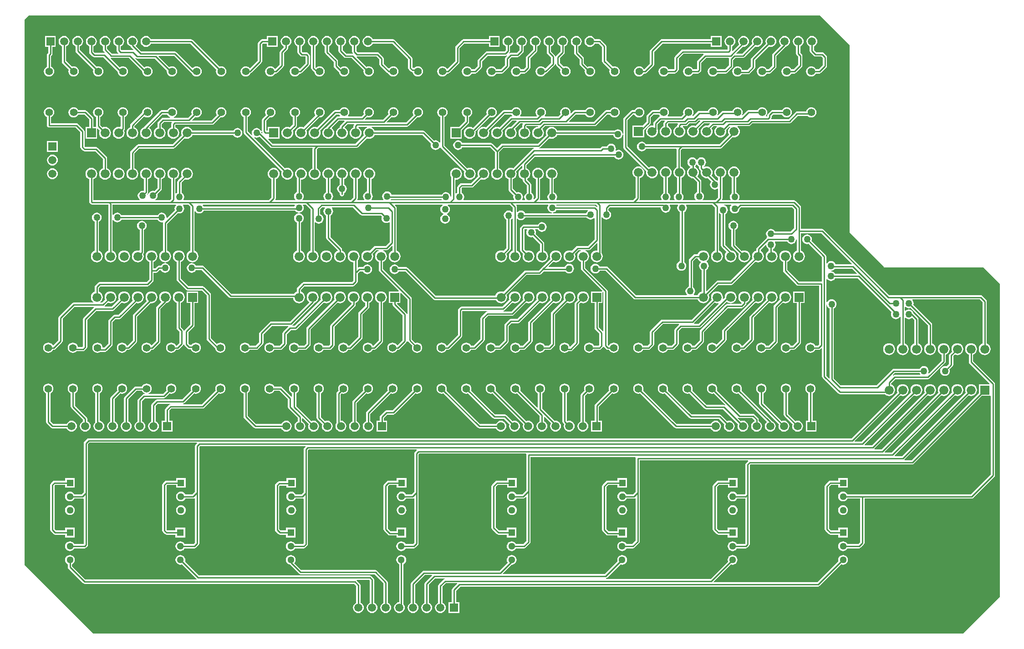
<source format=gtl>
G04*
G04 #@! TF.GenerationSoftware,Altium Limited,Altium Designer,18.1.11 (251)*
G04*
G04 Layer_Physical_Order=1*
G04 Layer_Color=255*
%FSLAX25Y25*%
%MOIN*%
G70*
G01*
G75*
%ADD22C,0.01000*%
%ADD23C,0.06600*%
%ADD24R,0.06600X0.06600*%
%ADD25R,0.05906X0.05906*%
%ADD26C,0.05906*%
%ADD27C,0.05512*%
%ADD28R,0.05906X0.05906*%
%ADD29R,0.05110X0.05110*%
%ADD30C,0.05110*%
%ADD31C,0.05000*%
G36*
X604000Y432000D02*
Y294500D01*
X629500Y269000D01*
X702000D01*
X714000Y257000D01*
Y27500D01*
X687000Y500D01*
X50500D01*
X0Y51000D01*
Y450500D01*
X3000Y453500D01*
X582500D01*
X604000Y432000D01*
D02*
G37*
%LPC*%
G36*
X510453Y438453D02*
X502547D01*
Y436029D01*
X466500D01*
X465915Y435913D01*
X465418Y435581D01*
X458419Y428581D01*
X458087Y428085D01*
X457971Y427500D01*
Y418133D01*
X453894Y414057D01*
X453399Y414108D01*
X453281Y414394D01*
X452679Y415179D01*
X451894Y415781D01*
X450981Y416159D01*
X450000Y416288D01*
X449019Y416159D01*
X448106Y415781D01*
X447321Y415179D01*
X446719Y414394D01*
X446341Y413481D01*
X446212Y412500D01*
X446341Y411519D01*
X446719Y410606D01*
X447321Y409821D01*
X448106Y409219D01*
X449019Y408841D01*
X450000Y408712D01*
X450981Y408841D01*
X451894Y409219D01*
X452679Y409821D01*
X453281Y410606D01*
X453432Y410971D01*
X454500D01*
X455085Y411087D01*
X455581Y411419D01*
X460581Y416419D01*
X460913Y416915D01*
X461029Y417500D01*
Y426866D01*
X467134Y432971D01*
X502547D01*
Y430547D01*
X510453D01*
Y438453D01*
D02*
G37*
G36*
X347953D02*
X340047D01*
Y436029D01*
X321500D01*
X320915Y435913D01*
X320419Y435581D01*
X315919Y431081D01*
X315587Y430585D01*
X315471Y430000D01*
Y420133D01*
X309753Y414416D01*
X309169Y414539D01*
X308679Y415179D01*
X307894Y415781D01*
X306980Y416159D01*
X306000Y416288D01*
X305019Y416159D01*
X304106Y415781D01*
X303321Y415179D01*
X302719Y414394D01*
X302341Y413481D01*
X302212Y412500D01*
X302341Y411519D01*
X302719Y410606D01*
X303321Y409821D01*
X304106Y409219D01*
X305019Y408841D01*
X306000Y408712D01*
X306980Y408841D01*
X307894Y409219D01*
X308679Y409821D01*
X309281Y410606D01*
X309432Y410971D01*
X310000D01*
X310585Y411087D01*
X311081Y411419D01*
X318081Y418419D01*
X318413Y418915D01*
X318529Y419500D01*
Y429366D01*
X322133Y432971D01*
X340047D01*
Y430547D01*
X347953D01*
Y438453D01*
D02*
G37*
G36*
X185453D02*
X177547D01*
Y436029D01*
X174000D01*
X173415Y435913D01*
X172919Y435581D01*
X171419Y434081D01*
X171087Y433585D01*
X170971Y433000D01*
Y420634D01*
X165310Y414973D01*
X164811Y415006D01*
X164679Y415179D01*
X163894Y415781D01*
X162980Y416159D01*
X162000Y416288D01*
X161020Y416159D01*
X160106Y415781D01*
X159321Y415179D01*
X158719Y414394D01*
X158341Y413481D01*
X158212Y412500D01*
X158341Y411519D01*
X158719Y410606D01*
X159321Y409821D01*
X160106Y409219D01*
X161020Y408841D01*
X162000Y408712D01*
X162980Y408841D01*
X163894Y409219D01*
X164679Y409821D01*
X165281Y410606D01*
X165471Y411064D01*
X165585Y411087D01*
X166081Y411419D01*
X173581Y418919D01*
X173913Y419415D01*
X174029Y420000D01*
Y432367D01*
X174634Y432971D01*
X177547D01*
Y430547D01*
X185453D01*
Y438453D01*
D02*
G37*
G36*
X546500Y438487D02*
X545468Y438351D01*
X544507Y437953D01*
X543681Y437319D01*
X543047Y436493D01*
X542649Y435532D01*
X542513Y434500D01*
X542649Y433468D01*
X542841Y433004D01*
X532419Y422581D01*
X532087Y422085D01*
X531971Y421500D01*
Y416133D01*
X529366Y413529D01*
X525639D01*
X525281Y414394D01*
X524679Y415179D01*
X523894Y415781D01*
X522980Y416159D01*
X522000Y416288D01*
X521020Y416159D01*
X520106Y415781D01*
X519321Y415179D01*
X518719Y414394D01*
X518341Y413481D01*
X518212Y412500D01*
X518341Y411519D01*
X518719Y410606D01*
X519321Y409821D01*
X520106Y409219D01*
X521020Y408841D01*
X522000Y408712D01*
X522980Y408841D01*
X523894Y409219D01*
X524679Y409821D01*
X525177Y410471D01*
X530000D01*
X530585Y410587D01*
X531081Y410919D01*
X534581Y414419D01*
X534913Y414915D01*
X535029Y415500D01*
Y420866D01*
X545004Y430841D01*
X545468Y430649D01*
X546500Y430513D01*
X547532Y430649D01*
X548493Y431047D01*
X549319Y431681D01*
X549953Y432507D01*
X550351Y433468D01*
X550487Y434500D01*
X550351Y435532D01*
X549953Y436493D01*
X549319Y437319D01*
X548493Y437953D01*
X547532Y438351D01*
X546500Y438487D01*
D02*
G37*
G36*
X536500D02*
X535468Y438351D01*
X534507Y437953D01*
X533681Y437319D01*
X533047Y436493D01*
X532649Y435532D01*
X532513Y434500D01*
X532649Y433468D01*
X532841Y433004D01*
X525366Y425529D01*
X521346D01*
X521154Y425991D01*
X525772Y430609D01*
X526500Y430513D01*
X527532Y430649D01*
X528493Y431047D01*
X529319Y431681D01*
X529953Y432507D01*
X530351Y433468D01*
X530487Y434500D01*
X530351Y435532D01*
X529953Y436493D01*
X529319Y437319D01*
X528493Y437953D01*
X527532Y438351D01*
X526500Y438487D01*
X525468Y438351D01*
X524507Y437953D01*
X523681Y437319D01*
X523047Y436493D01*
X522649Y435532D01*
X522513Y434500D01*
X522649Y433468D01*
X523047Y432507D01*
X523176Y432339D01*
X518465Y427628D01*
X518004Y427874D01*
X518029Y428000D01*
Y430855D01*
X518493Y431047D01*
X519319Y431681D01*
X519953Y432507D01*
X520351Y433468D01*
X520487Y434500D01*
X520351Y435532D01*
X519953Y436493D01*
X519319Y437319D01*
X518493Y437953D01*
X517532Y438351D01*
X516500Y438487D01*
X515468Y438351D01*
X514507Y437953D01*
X513681Y437319D01*
X513047Y436493D01*
X512649Y435532D01*
X512513Y434500D01*
X512649Y433468D01*
X513047Y432507D01*
X513681Y431681D01*
X514507Y431047D01*
X514971Y430855D01*
Y428633D01*
X514866Y428529D01*
X482000D01*
X481415Y428413D01*
X480919Y428081D01*
X476419Y423581D01*
X476087Y423085D01*
X475971Y422500D01*
Y414634D01*
X475366Y414029D01*
X471432D01*
X471281Y414394D01*
X470679Y415179D01*
X469894Y415781D01*
X468981Y416159D01*
X468000Y416288D01*
X467020Y416159D01*
X466106Y415781D01*
X465321Y415179D01*
X464719Y414394D01*
X464341Y413481D01*
X464212Y412500D01*
X464341Y411519D01*
X464719Y410606D01*
X465321Y409821D01*
X466106Y409219D01*
X467020Y408841D01*
X468000Y408712D01*
X468981Y408841D01*
X469894Y409219D01*
X470679Y409821D01*
X471281Y410606D01*
X471432Y410971D01*
X476000D01*
X476585Y411087D01*
X477081Y411419D01*
X478581Y412919D01*
X478913Y413415D01*
X479029Y414000D01*
Y421867D01*
X482633Y425471D01*
X497123D01*
X497171Y425408D01*
X497308Y424971D01*
X492919Y420581D01*
X492587Y420085D01*
X492471Y419500D01*
Y414134D01*
X492367Y414029D01*
X489432D01*
X489281Y414394D01*
X488679Y415179D01*
X487894Y415781D01*
X486980Y416159D01*
X486000Y416288D01*
X485019Y416159D01*
X484106Y415781D01*
X483321Y415179D01*
X482719Y414394D01*
X482341Y413481D01*
X482212Y412500D01*
X482341Y411519D01*
X482719Y410606D01*
X483321Y409821D01*
X484106Y409219D01*
X485019Y408841D01*
X486000Y408712D01*
X486980Y408841D01*
X487894Y409219D01*
X488679Y409821D01*
X489281Y410606D01*
X489432Y410971D01*
X493000D01*
X493585Y411087D01*
X494081Y411419D01*
X495081Y412419D01*
X495413Y412915D01*
X495529Y413500D01*
Y418866D01*
X499133Y422471D01*
X515617D01*
X515893Y421971D01*
X515799Y421500D01*
Y416962D01*
X512866Y414029D01*
X507432D01*
X507281Y414394D01*
X506679Y415179D01*
X505894Y415781D01*
X504981Y416159D01*
X504000Y416288D01*
X503020Y416159D01*
X502106Y415781D01*
X501321Y415179D01*
X500719Y414394D01*
X500341Y413481D01*
X500212Y412500D01*
X500341Y411519D01*
X500719Y410606D01*
X501321Y409821D01*
X502106Y409219D01*
X503020Y408841D01*
X504000Y408712D01*
X504981Y408841D01*
X505894Y409219D01*
X506679Y409821D01*
X507281Y410606D01*
X507432Y410971D01*
X513500D01*
X514085Y411087D01*
X514581Y411419D01*
X518410Y415247D01*
X518741Y415743D01*
X518858Y416328D01*
Y420866D01*
X520462Y422471D01*
X526000D01*
X526585Y422587D01*
X527081Y422919D01*
X535004Y430841D01*
X535468Y430649D01*
X536500Y430513D01*
X537532Y430649D01*
X538493Y431047D01*
X539319Y431681D01*
X539953Y432507D01*
X540351Y433468D01*
X540487Y434500D01*
X540351Y435532D01*
X539953Y436493D01*
X539319Y437319D01*
X538493Y437953D01*
X537532Y438351D01*
X536500Y438487D01*
D02*
G37*
G36*
X79000D02*
X77968Y438351D01*
X77007Y437953D01*
X76181Y437319D01*
X75547Y436493D01*
X75149Y435532D01*
X75013Y434500D01*
X75149Y433468D01*
X75547Y432507D01*
X76181Y431681D01*
X77007Y431047D01*
X77687Y430766D01*
X77919Y430419D01*
X79872Y428465D01*
X79626Y428004D01*
X79500Y428029D01*
X71134D01*
X70529Y428633D01*
Y430855D01*
X70993Y431047D01*
X71819Y431681D01*
X72453Y432507D01*
X72851Y433468D01*
X72987Y434500D01*
X72851Y435532D01*
X72453Y436493D01*
X71819Y437319D01*
X70993Y437953D01*
X70032Y438351D01*
X69000Y438487D01*
X67968Y438351D01*
X67007Y437953D01*
X66181Y437319D01*
X65547Y436493D01*
X65149Y435532D01*
X65013Y434500D01*
X65149Y433468D01*
X65547Y432507D01*
X66181Y431681D01*
X67007Y431047D01*
X67471Y430855D01*
Y428000D01*
X67587Y427415D01*
X67919Y426919D01*
X68846Y425991D01*
X68654Y425529D01*
X64134D01*
X60529Y429134D01*
Y430855D01*
X60993Y431047D01*
X61819Y431681D01*
X62453Y432507D01*
X62851Y433468D01*
X62987Y434500D01*
X62851Y435532D01*
X62453Y436493D01*
X61819Y437319D01*
X60993Y437953D01*
X60032Y438351D01*
X59000Y438487D01*
X57968Y438351D01*
X57007Y437953D01*
X56181Y437319D01*
X55547Y436493D01*
X55149Y435532D01*
X55013Y434500D01*
X55149Y433468D01*
X55547Y432507D01*
X56181Y431681D01*
X57007Y431047D01*
X57471Y430855D01*
Y428500D01*
X57587Y427915D01*
X57919Y427419D01*
X58872Y426465D01*
X58626Y426004D01*
X58500Y426029D01*
X51634D01*
X50529Y427134D01*
Y430855D01*
X50993Y431047D01*
X51819Y431681D01*
X52453Y432507D01*
X52851Y433468D01*
X52987Y434500D01*
X52851Y435532D01*
X52453Y436493D01*
X51819Y437319D01*
X50993Y437953D01*
X50032Y438351D01*
X49000Y438487D01*
X47968Y438351D01*
X47007Y437953D01*
X46181Y437319D01*
X45547Y436493D01*
X45149Y435532D01*
X45013Y434500D01*
X45149Y433468D01*
X45547Y432507D01*
X46181Y431681D01*
X47007Y431047D01*
X47471Y430855D01*
Y426500D01*
X47587Y425915D01*
X47919Y425419D01*
X49919Y423419D01*
X50415Y423087D01*
X51000Y422971D01*
X57867D01*
X68226Y412611D01*
X68212Y412500D01*
X68341Y411519D01*
X68719Y410606D01*
X69321Y409821D01*
X70106Y409219D01*
X71020Y408841D01*
X72000Y408712D01*
X72980Y408841D01*
X73894Y409219D01*
X74679Y409821D01*
X75281Y410606D01*
X75659Y411519D01*
X75788Y412500D01*
X75659Y413481D01*
X75281Y414394D01*
X74679Y415179D01*
X73894Y415781D01*
X72980Y416159D01*
X72000Y416288D01*
X71020Y416159D01*
X70106Y415781D01*
X69696Y415467D01*
X63128Y422035D01*
X63374Y422496D01*
X63500Y422471D01*
X76367D01*
X86226Y412611D01*
X86212Y412500D01*
X86341Y411519D01*
X86719Y410606D01*
X87321Y409821D01*
X88106Y409219D01*
X89020Y408841D01*
X90000Y408712D01*
X90980Y408841D01*
X91894Y409219D01*
X92679Y409821D01*
X93281Y410606D01*
X93659Y411519D01*
X93788Y412500D01*
X93659Y413481D01*
X93281Y414394D01*
X92679Y415179D01*
X91894Y415781D01*
X90980Y416159D01*
X90000Y416288D01*
X89020Y416159D01*
X88106Y415781D01*
X87696Y415467D01*
X81199Y421964D01*
X81518Y422352D01*
X81915Y422087D01*
X82500Y421971D01*
X95367D01*
X104284Y413053D01*
X104212Y412500D01*
X104341Y411519D01*
X104719Y410606D01*
X105321Y409821D01*
X106106Y409219D01*
X107019Y408841D01*
X108000Y408712D01*
X108981Y408841D01*
X109894Y409219D01*
X110679Y409821D01*
X111281Y410606D01*
X111659Y411519D01*
X111788Y412500D01*
X111659Y413481D01*
X111281Y414394D01*
X110679Y415179D01*
X109894Y415781D01*
X108981Y416159D01*
X108000Y416288D01*
X107019Y416159D01*
X106106Y415781D01*
X105979Y415684D01*
X98154Y423509D01*
X98346Y423971D01*
X109550D01*
X122102Y411419D01*
X122490Y411160D01*
X122719Y410606D01*
X123321Y409821D01*
X124106Y409219D01*
X125020Y408841D01*
X126000Y408712D01*
X126980Y408841D01*
X127894Y409219D01*
X128679Y409821D01*
X129281Y410606D01*
X129659Y411519D01*
X129788Y412500D01*
X129659Y413481D01*
X129281Y414394D01*
X128679Y415179D01*
X127894Y415781D01*
X126980Y416159D01*
X126000Y416288D01*
X125020Y416159D01*
X124106Y415781D01*
X123321Y415179D01*
X123268Y415110D01*
X122769Y415077D01*
X111265Y426581D01*
X110769Y426913D01*
X110184Y427029D01*
X85633D01*
X81614Y431049D01*
X81646Y431548D01*
X81819Y431681D01*
X82453Y432507D01*
X82851Y433468D01*
X82987Y434500D01*
X82851Y435532D01*
X82453Y436493D01*
X81819Y437319D01*
X80993Y437953D01*
X80032Y438351D01*
X79000Y438487D01*
D02*
G37*
G36*
X364000D02*
X362968Y438351D01*
X362007Y437953D01*
X361181Y437319D01*
X360547Y436493D01*
X360149Y435532D01*
X360013Y434500D01*
X360149Y433468D01*
X360547Y432507D01*
X361181Y431681D01*
X362007Y431047D01*
X362471Y430855D01*
Y428133D01*
X360367Y426029D01*
X356000D01*
X355415Y425913D01*
X355018Y425648D01*
X354699Y426036D01*
X355081Y426419D01*
X355413Y426915D01*
X355529Y427500D01*
Y430855D01*
X355993Y431047D01*
X356819Y431681D01*
X357453Y432507D01*
X357851Y433468D01*
X357987Y434500D01*
X357851Y435532D01*
X357453Y436493D01*
X356819Y437319D01*
X355993Y437953D01*
X355032Y438351D01*
X354000Y438487D01*
X352968Y438351D01*
X352007Y437953D01*
X351181Y437319D01*
X350547Y436493D01*
X350149Y435532D01*
X350013Y434500D01*
X350149Y433468D01*
X350547Y432507D01*
X351181Y431681D01*
X352007Y431047D01*
X352471Y430855D01*
Y428133D01*
X351366Y427029D01*
X338500D01*
X337915Y426913D01*
X337419Y426581D01*
X332419Y421581D01*
X332087Y421085D01*
X331971Y420500D01*
Y416634D01*
X329366Y414029D01*
X327432D01*
X327281Y414394D01*
X326679Y415179D01*
X325894Y415781D01*
X324980Y416159D01*
X324000Y416288D01*
X323020Y416159D01*
X322106Y415781D01*
X321321Y415179D01*
X320719Y414394D01*
X320341Y413481D01*
X320212Y412500D01*
X320341Y411519D01*
X320719Y410606D01*
X321321Y409821D01*
X322106Y409219D01*
X323020Y408841D01*
X324000Y408712D01*
X324980Y408841D01*
X325894Y409219D01*
X326679Y409821D01*
X327281Y410606D01*
X327432Y410971D01*
X330000D01*
X330585Y411087D01*
X331081Y411419D01*
X334581Y414919D01*
X334913Y415415D01*
X335029Y416000D01*
Y419867D01*
X339134Y423971D01*
X352000D01*
X352585Y424087D01*
X352982Y424352D01*
X353301Y423964D01*
X352419Y423081D01*
X352087Y422585D01*
X351971Y422000D01*
Y417134D01*
X348867Y414029D01*
X345432D01*
X345281Y414394D01*
X344679Y415179D01*
X343894Y415781D01*
X342981Y416159D01*
X342000Y416288D01*
X341020Y416159D01*
X340106Y415781D01*
X339321Y415179D01*
X338719Y414394D01*
X338341Y413481D01*
X338212Y412500D01*
X338341Y411519D01*
X338719Y410606D01*
X339321Y409821D01*
X340106Y409219D01*
X341020Y408841D01*
X342000Y408712D01*
X342981Y408841D01*
X343894Y409219D01*
X344679Y409821D01*
X345281Y410606D01*
X345432Y410971D01*
X349500D01*
X350085Y411087D01*
X350581Y411419D01*
X354581Y415418D01*
X354913Y415915D01*
X355029Y416500D01*
Y421367D01*
X356633Y422971D01*
X361000D01*
X361585Y423087D01*
X362081Y423419D01*
X365081Y426419D01*
X365413Y426915D01*
X365529Y427500D01*
Y430855D01*
X365993Y431047D01*
X366819Y431681D01*
X367453Y432507D01*
X367851Y433468D01*
X367987Y434500D01*
X367851Y435532D01*
X367453Y436493D01*
X366819Y437319D01*
X365993Y437953D01*
X365032Y438351D01*
X364000Y438487D01*
D02*
G37*
G36*
X241500D02*
X240468Y438351D01*
X239507Y437953D01*
X238681Y437319D01*
X238047Y436493D01*
X237649Y435532D01*
X237513Y434500D01*
X237649Y433468D01*
X238047Y432507D01*
X238681Y431681D01*
X239507Y431047D01*
X239971Y430855D01*
Y427000D01*
X240087Y426415D01*
X240390Y425962D01*
X240344Y425813D01*
X240126Y425504D01*
X240000Y425529D01*
X235633D01*
X233029Y428133D01*
Y430855D01*
X233493Y431047D01*
X234319Y431681D01*
X234953Y432507D01*
X235351Y433468D01*
X235487Y434500D01*
X235351Y435532D01*
X234953Y436493D01*
X234319Y437319D01*
X233493Y437953D01*
X232532Y438351D01*
X231500Y438487D01*
X230468Y438351D01*
X229507Y437953D01*
X228681Y437319D01*
X228047Y436493D01*
X227649Y435532D01*
X227513Y434500D01*
X227649Y433468D01*
X228047Y432507D01*
X228681Y431681D01*
X229507Y431047D01*
X229971Y430855D01*
Y427500D01*
X230087Y426915D01*
X230419Y426419D01*
X233919Y422919D01*
X234415Y422587D01*
X235000Y422471D01*
X239367D01*
X248345Y413492D01*
X248341Y413481D01*
X248212Y412500D01*
X248341Y411519D01*
X248719Y410606D01*
X249321Y409821D01*
X250106Y409219D01*
X251020Y408841D01*
X252000Y408712D01*
X252980Y408841D01*
X253894Y409219D01*
X254679Y409821D01*
X255281Y410606D01*
X255659Y411519D01*
X255788Y412500D01*
X255659Y413481D01*
X255281Y414394D01*
X254679Y415179D01*
X253894Y415781D01*
X252980Y416159D01*
X252000Y416288D01*
X251020Y416159D01*
X250301Y415862D01*
X243128Y423035D01*
X243374Y423496D01*
X243500Y423471D01*
X257867D01*
X259971Y421367D01*
Y417667D01*
X260087Y417081D01*
X260419Y416585D01*
X265585Y411419D01*
X266081Y411087D01*
X266559Y410992D01*
X266719Y410606D01*
X267321Y409821D01*
X268106Y409219D01*
X269020Y408841D01*
X270000Y408712D01*
X270981Y408841D01*
X271894Y409219D01*
X272679Y409821D01*
X273281Y410606D01*
X273659Y411519D01*
X273788Y412500D01*
X273659Y413481D01*
X273281Y414394D01*
X272679Y415179D01*
X271894Y415781D01*
X270981Y416159D01*
X270000Y416288D01*
X269020Y416159D01*
X268106Y415781D01*
X267321Y415179D01*
X267044Y414817D01*
X266545Y414785D01*
X263029Y418300D01*
Y422000D01*
X262913Y422585D01*
X262581Y423081D01*
X259581Y426081D01*
X259085Y426413D01*
X258500Y426529D01*
X244133D01*
X243029Y427633D01*
Y430855D01*
X243493Y431047D01*
X244319Y431681D01*
X244953Y432507D01*
X245351Y433468D01*
X245487Y434500D01*
X245351Y435532D01*
X244953Y436493D01*
X244319Y437319D01*
X243493Y437953D01*
X242532Y438351D01*
X241500Y438487D01*
D02*
G37*
G36*
X394000D02*
X392968Y438351D01*
X392007Y437953D01*
X391181Y437319D01*
X390547Y436493D01*
X390149Y435532D01*
X390013Y434500D01*
X390149Y433468D01*
X390547Y432507D01*
X391181Y431681D01*
X392007Y431047D01*
X392471Y430855D01*
Y427134D01*
X389419Y424081D01*
X389087Y423585D01*
X389029Y423295D01*
X388529Y423345D01*
Y423500D01*
X388413Y424085D01*
X388081Y424581D01*
X385529Y427134D01*
Y430855D01*
X385993Y431047D01*
X386819Y431681D01*
X387453Y432507D01*
X387851Y433468D01*
X387987Y434500D01*
X387851Y435532D01*
X387453Y436493D01*
X386819Y437319D01*
X385993Y437953D01*
X385032Y438351D01*
X384000Y438487D01*
X382968Y438351D01*
X382007Y437953D01*
X381181Y437319D01*
X380547Y436493D01*
X380149Y435532D01*
X380013Y434500D01*
X380149Y433468D01*
X380547Y432507D01*
X381181Y431681D01*
X382007Y431047D01*
X382471Y430855D01*
Y426500D01*
X382587Y425915D01*
X382919Y425419D01*
X385471Y422866D01*
Y418634D01*
X381527Y414690D01*
X381029Y414723D01*
X380679Y415179D01*
X379894Y415781D01*
X378980Y416159D01*
X378000Y416288D01*
X377020Y416159D01*
X376106Y415781D01*
X375321Y415179D01*
X374719Y414394D01*
X374341Y413481D01*
X374212Y412500D01*
X374341Y411519D01*
X374719Y410606D01*
X375321Y409821D01*
X376106Y409219D01*
X377020Y408841D01*
X378000Y408712D01*
X378980Y408841D01*
X379894Y409219D01*
X380679Y409821D01*
X381281Y410606D01*
X381432Y410971D01*
X381500D01*
X382085Y411087D01*
X382581Y411419D01*
X388081Y416919D01*
X388413Y417415D01*
X388495Y417828D01*
X389005D01*
X389087Y417415D01*
X389419Y416919D01*
X392492Y413845D01*
X392341Y413481D01*
X392212Y412500D01*
X392341Y411519D01*
X392719Y410606D01*
X393321Y409821D01*
X394106Y409219D01*
X395020Y408841D01*
X396000Y408712D01*
X396981Y408841D01*
X397894Y409219D01*
X398679Y409821D01*
X399281Y410606D01*
X399659Y411519D01*
X399788Y412500D01*
X399659Y413481D01*
X399281Y414394D01*
X398679Y415179D01*
X397894Y415781D01*
X396981Y416159D01*
X396000Y416288D01*
X395020Y416159D01*
X394655Y416008D01*
X392029Y418634D01*
Y422367D01*
X395081Y425419D01*
X395413Y425915D01*
X395529Y426500D01*
Y430855D01*
X395993Y431047D01*
X396819Y431681D01*
X397453Y432507D01*
X397851Y433468D01*
X397987Y434500D01*
X397851Y435532D01*
X397453Y436493D01*
X396819Y437319D01*
X395993Y437953D01*
X395032Y438351D01*
X394000Y438487D01*
D02*
G37*
G36*
X201500D02*
X200468Y438351D01*
X199507Y437953D01*
X198681Y437319D01*
X198047Y436493D01*
X197649Y435532D01*
X197513Y434500D01*
X197649Y433468D01*
X198047Y432507D01*
X198681Y431681D01*
X199507Y431047D01*
X199971Y430855D01*
Y426500D01*
X200087Y425915D01*
X200419Y425419D01*
X201919Y423919D01*
X202415Y423587D01*
X203000Y423471D01*
X205867D01*
X205971Y423366D01*
Y418634D01*
X201753Y414416D01*
X201169Y414539D01*
X200679Y415179D01*
X199894Y415781D01*
X198980Y416159D01*
X198000Y416288D01*
X197020Y416159D01*
X196106Y415781D01*
X195321Y415179D01*
X194719Y414394D01*
X194341Y413481D01*
X194212Y412500D01*
X194341Y411519D01*
X194719Y410606D01*
X195321Y409821D01*
X196106Y409219D01*
X197020Y408841D01*
X198000Y408712D01*
X198980Y408841D01*
X199894Y409219D01*
X200679Y409821D01*
X201281Y410606D01*
X201432Y410971D01*
X202000D01*
X202585Y411087D01*
X203081Y411419D01*
X208581Y416919D01*
X208913Y417415D01*
X209029Y418000D01*
Y424000D01*
X208913Y424585D01*
X208581Y425081D01*
X207581Y426081D01*
X207085Y426413D01*
X206500Y426529D01*
X203633D01*
X203029Y427134D01*
Y430855D01*
X203493Y431047D01*
X204319Y431681D01*
X204953Y432507D01*
X205351Y433468D01*
X205487Y434500D01*
X205351Y435532D01*
X204953Y436493D01*
X204319Y437319D01*
X203493Y437953D01*
X202532Y438351D01*
X201500Y438487D01*
D02*
G37*
G36*
X191500D02*
X190468Y438351D01*
X189507Y437953D01*
X188681Y437319D01*
X188047Y436493D01*
X187649Y435532D01*
X187513Y434500D01*
X187649Y433468D01*
X188047Y432507D01*
X188681Y431681D01*
X189507Y431047D01*
X189971Y430855D01*
Y430133D01*
X187419Y427581D01*
X187087Y427085D01*
X186971Y426500D01*
Y417633D01*
X183753Y414416D01*
X183169Y414539D01*
X182679Y415179D01*
X181894Y415781D01*
X180981Y416159D01*
X180000Y416288D01*
X179019Y416159D01*
X178106Y415781D01*
X177321Y415179D01*
X176719Y414394D01*
X176341Y413481D01*
X176212Y412500D01*
X176341Y411519D01*
X176719Y410606D01*
X177321Y409821D01*
X178106Y409219D01*
X179019Y408841D01*
X180000Y408712D01*
X180981Y408841D01*
X181894Y409219D01*
X182679Y409821D01*
X183281Y410606D01*
X183432Y410971D01*
X184000D01*
X184585Y411087D01*
X185081Y411419D01*
X189581Y415919D01*
X189913Y416415D01*
X190029Y417000D01*
Y425867D01*
X192581Y428419D01*
X192913Y428915D01*
X193029Y429500D01*
Y430855D01*
X193493Y431047D01*
X194319Y431681D01*
X194953Y432507D01*
X195351Y433468D01*
X195487Y434500D01*
X195351Y435532D01*
X194953Y436493D01*
X194319Y437319D01*
X193493Y437953D01*
X192532Y438351D01*
X191500Y438487D01*
D02*
G37*
G36*
X576500D02*
X575468Y438351D01*
X574507Y437953D01*
X573681Y437319D01*
X573047Y436493D01*
X572649Y435532D01*
X572513Y434500D01*
X572649Y433468D01*
X573047Y432507D01*
X573681Y431681D01*
X574507Y431047D01*
X574971Y430855D01*
Y427500D01*
X575087Y426915D01*
X575419Y426419D01*
X577919Y423919D01*
X578415Y423587D01*
X579000Y423471D01*
X583366D01*
X584471Y422367D01*
Y417134D01*
X581366Y414029D01*
X579432D01*
X579281Y414394D01*
X578679Y415179D01*
X577894Y415781D01*
X576980Y416159D01*
X576000Y416288D01*
X575020Y416159D01*
X574106Y415781D01*
X573321Y415179D01*
X572719Y414394D01*
X572341Y413481D01*
X572212Y412500D01*
X572341Y411519D01*
X572719Y410606D01*
X573321Y409821D01*
X574106Y409219D01*
X575020Y408841D01*
X576000Y408712D01*
X576980Y408841D01*
X577894Y409219D01*
X578679Y409821D01*
X579281Y410606D01*
X579432Y410971D01*
X582000D01*
X582585Y411087D01*
X583081Y411419D01*
X587081Y415418D01*
X587413Y415915D01*
X587529Y416500D01*
Y423000D01*
X587413Y423585D01*
X587081Y424081D01*
X585081Y426081D01*
X584585Y426413D01*
X584000Y426529D01*
X579634D01*
X578029Y428133D01*
Y430855D01*
X578493Y431047D01*
X579319Y431681D01*
X579953Y432507D01*
X580351Y433468D01*
X580487Y434500D01*
X580351Y435532D01*
X579953Y436493D01*
X579319Y437319D01*
X578493Y437953D01*
X577532Y438351D01*
X576500Y438487D01*
D02*
G37*
G36*
X566500D02*
X565468Y438351D01*
X564507Y437953D01*
X563681Y437319D01*
X563047Y436493D01*
X562649Y435532D01*
X562513Y434500D01*
X562649Y433468D01*
X563047Y432507D01*
X563681Y431681D01*
X564507Y431047D01*
X564971Y430855D01*
Y425500D01*
X565087Y424915D01*
X565419Y424419D01*
X566471Y423366D01*
Y417462D01*
X563038Y414029D01*
X561432D01*
X561281Y414394D01*
X560679Y415179D01*
X559894Y415781D01*
X558981Y416159D01*
X558000Y416288D01*
X557020Y416159D01*
X556106Y415781D01*
X555321Y415179D01*
X554719Y414394D01*
X554341Y413481D01*
X554212Y412500D01*
X554341Y411519D01*
X554719Y410606D01*
X555321Y409821D01*
X556106Y409219D01*
X557020Y408841D01*
X558000Y408712D01*
X558981Y408841D01*
X559894Y409219D01*
X560679Y409821D01*
X561281Y410606D01*
X561432Y410971D01*
X563672D01*
X564257Y411087D01*
X564753Y411419D01*
X569081Y415747D01*
X569413Y416243D01*
X569529Y416828D01*
Y424000D01*
X569413Y424585D01*
X569081Y425081D01*
X568029Y426133D01*
Y430855D01*
X568493Y431047D01*
X569319Y431681D01*
X569953Y432507D01*
X570351Y433468D01*
X570487Y434500D01*
X570351Y435532D01*
X569953Y436493D01*
X569319Y437319D01*
X568493Y437953D01*
X567532Y438351D01*
X566500Y438487D01*
D02*
G37*
G36*
X556500D02*
X555468Y438351D01*
X554507Y437953D01*
X553681Y437319D01*
X553047Y436493D01*
X552649Y435532D01*
X552513Y434500D01*
X552649Y433468D01*
X553047Y432507D01*
X553681Y431681D01*
X553702Y431364D01*
X547919Y425581D01*
X547587Y425085D01*
X547471Y424500D01*
Y416634D01*
X544867Y414029D01*
X543432D01*
X543281Y414394D01*
X542679Y415179D01*
X541894Y415781D01*
X540980Y416159D01*
X540000Y416288D01*
X539019Y416159D01*
X538106Y415781D01*
X537321Y415179D01*
X536719Y414394D01*
X536341Y413481D01*
X536212Y412500D01*
X536341Y411519D01*
X536719Y410606D01*
X537321Y409821D01*
X538106Y409219D01*
X539019Y408841D01*
X540000Y408712D01*
X540980Y408841D01*
X541894Y409219D01*
X542679Y409821D01*
X543281Y410606D01*
X543432Y410971D01*
X545500D01*
X546085Y411087D01*
X546581Y411419D01*
X550081Y414919D01*
X550413Y415415D01*
X550529Y416000D01*
Y423867D01*
X557278Y430616D01*
X557532Y430649D01*
X558493Y431047D01*
X559319Y431681D01*
X559953Y432507D01*
X560351Y433468D01*
X560487Y434500D01*
X560351Y435532D01*
X559953Y436493D01*
X559319Y437319D01*
X558493Y437953D01*
X557532Y438351D01*
X556500Y438487D01*
D02*
G37*
G36*
X374000D02*
X372968Y438351D01*
X372007Y437953D01*
X371181Y437319D01*
X370547Y436493D01*
X370149Y435532D01*
X370013Y434500D01*
X370149Y433468D01*
X370547Y432507D01*
X371181Y431681D01*
X372007Y431047D01*
X372471Y430855D01*
Y428633D01*
X367752Y423915D01*
X367420Y423419D01*
X367304Y422833D01*
Y415967D01*
X365367Y414029D01*
X363432D01*
X363281Y414394D01*
X362679Y415179D01*
X361894Y415781D01*
X360981Y416159D01*
X360000Y416288D01*
X359019Y416159D01*
X358106Y415781D01*
X357321Y415179D01*
X356719Y414394D01*
X356341Y413481D01*
X356212Y412500D01*
X356341Y411519D01*
X356719Y410606D01*
X357321Y409821D01*
X358106Y409219D01*
X359019Y408841D01*
X360000Y408712D01*
X360981Y408841D01*
X361894Y409219D01*
X362679Y409821D01*
X363281Y410606D01*
X363432Y410971D01*
X366000D01*
X366585Y411087D01*
X367081Y411419D01*
X369915Y414252D01*
X370246Y414748D01*
X370363Y415333D01*
Y422200D01*
X375081Y426919D01*
X375413Y427415D01*
X375529Y428000D01*
Y430855D01*
X375993Y431047D01*
X376819Y431681D01*
X377453Y432507D01*
X377851Y433468D01*
X377987Y434500D01*
X377851Y435532D01*
X377453Y436493D01*
X376819Y437319D01*
X375993Y437953D01*
X375032Y438351D01*
X374000Y438487D01*
D02*
G37*
G36*
X414000D02*
X412968Y438351D01*
X412007Y437953D01*
X411181Y437319D01*
X410547Y436493D01*
X410149Y435532D01*
X410013Y434500D01*
X410149Y433468D01*
X410547Y432507D01*
X411181Y431681D01*
X412007Y431047D01*
X412968Y430649D01*
X414000Y430513D01*
X415032Y430649D01*
X415993Y431047D01*
X416819Y431681D01*
X417453Y432507D01*
X417645Y432971D01*
X420366D01*
X422971Y430367D01*
Y420000D01*
X423087Y419415D01*
X423419Y418919D01*
X428492Y413845D01*
X428341Y413481D01*
X428212Y412500D01*
X428341Y411519D01*
X428719Y410606D01*
X429321Y409821D01*
X430106Y409219D01*
X431019Y408841D01*
X432000Y408712D01*
X432980Y408841D01*
X433894Y409219D01*
X434679Y409821D01*
X435281Y410606D01*
X435659Y411519D01*
X435788Y412500D01*
X435659Y413481D01*
X435281Y414394D01*
X434679Y415179D01*
X433894Y415781D01*
X432980Y416159D01*
X432000Y416288D01*
X431019Y416159D01*
X430655Y416008D01*
X426029Y420634D01*
Y431000D01*
X425913Y431585D01*
X425581Y432081D01*
X422081Y435581D01*
X421585Y435913D01*
X421000Y436029D01*
X417645D01*
X417453Y436493D01*
X416819Y437319D01*
X415993Y437953D01*
X415032Y438351D01*
X414000Y438487D01*
D02*
G37*
G36*
X404000D02*
X402968Y438351D01*
X402007Y437953D01*
X401181Y437319D01*
X400547Y436493D01*
X400149Y435532D01*
X400013Y434500D01*
X400149Y433468D01*
X400547Y432507D01*
X401181Y431681D01*
X402007Y431047D01*
X402471Y430855D01*
Y426000D01*
X402587Y425415D01*
X402919Y424919D01*
X406471Y421367D01*
Y418000D01*
X406587Y417415D01*
X406919Y416919D01*
X410345Y413492D01*
X410341Y413481D01*
X410212Y412500D01*
X410341Y411519D01*
X410719Y410606D01*
X411321Y409821D01*
X412106Y409219D01*
X413020Y408841D01*
X414000Y408712D01*
X414981Y408841D01*
X415894Y409219D01*
X416679Y409821D01*
X417281Y410606D01*
X417659Y411519D01*
X417788Y412500D01*
X417659Y413481D01*
X417281Y414394D01*
X416679Y415179D01*
X415894Y415781D01*
X414981Y416159D01*
X414000Y416288D01*
X413020Y416159D01*
X412301Y415862D01*
X409529Y418634D01*
Y422000D01*
X409413Y422585D01*
X409081Y423081D01*
X405529Y426634D01*
Y430855D01*
X405993Y431047D01*
X406819Y431681D01*
X407453Y432507D01*
X407851Y433468D01*
X407987Y434500D01*
X407851Y435532D01*
X407453Y436493D01*
X406819Y437319D01*
X405993Y437953D01*
X405032Y438351D01*
X404000Y438487D01*
D02*
G37*
G36*
X251500D02*
X250468Y438351D01*
X249507Y437953D01*
X248681Y437319D01*
X248047Y436493D01*
X247649Y435532D01*
X247513Y434500D01*
X247649Y433468D01*
X248047Y432507D01*
X248681Y431681D01*
X249507Y431047D01*
X250468Y430649D01*
X251500Y430513D01*
X252532Y430649D01*
X253493Y431047D01*
X254319Y431681D01*
X254953Y432507D01*
X255145Y432971D01*
X269367D01*
X280971Y421367D01*
Y415000D01*
X281087Y414415D01*
X281419Y413919D01*
X282919Y412419D01*
X283415Y412087D01*
X284000Y411971D01*
X284281D01*
X284341Y411519D01*
X284719Y410606D01*
X285321Y409821D01*
X286106Y409219D01*
X287019Y408841D01*
X288000Y408712D01*
X288981Y408841D01*
X289894Y409219D01*
X290679Y409821D01*
X291281Y410606D01*
X291659Y411519D01*
X291788Y412500D01*
X291659Y413481D01*
X291281Y414394D01*
X290679Y415179D01*
X289894Y415781D01*
X288981Y416159D01*
X288000Y416288D01*
X287019Y416159D01*
X286106Y415781D01*
X285321Y415179D01*
X285207Y415029D01*
X284633D01*
X284029Y415633D01*
Y422000D01*
X283913Y422585D01*
X283581Y423081D01*
X271081Y435581D01*
X270585Y435913D01*
X270000Y436029D01*
X255145D01*
X254953Y436493D01*
X254319Y437319D01*
X253493Y437953D01*
X252532Y438351D01*
X251500Y438487D01*
D02*
G37*
G36*
X221500D02*
X220468Y438351D01*
X219507Y437953D01*
X218681Y437319D01*
X218047Y436493D01*
X217649Y435532D01*
X217513Y434500D01*
X217649Y433468D01*
X218047Y432507D01*
X218681Y431681D01*
X219507Y431047D01*
X219971Y430855D01*
Y426667D01*
X220087Y426081D01*
X220419Y425585D01*
X226471Y419533D01*
Y416500D01*
X226587Y415915D01*
X226919Y415419D01*
X230269Y412069D01*
X230341Y411519D01*
X230719Y410606D01*
X231321Y409821D01*
X232106Y409219D01*
X233019Y408841D01*
X234000Y408712D01*
X234981Y408841D01*
X235894Y409219D01*
X236679Y409821D01*
X237281Y410606D01*
X237659Y411519D01*
X237788Y412500D01*
X237659Y413481D01*
X237281Y414394D01*
X236679Y415179D01*
X235894Y415781D01*
X234981Y416159D01*
X234000Y416288D01*
X233019Y416159D01*
X232106Y415781D01*
X231413Y415249D01*
X229529Y417134D01*
Y420167D01*
X229413Y420752D01*
X229081Y421248D01*
X223029Y427300D01*
Y430855D01*
X223493Y431047D01*
X224319Y431681D01*
X224953Y432507D01*
X225351Y433468D01*
X225487Y434500D01*
X225351Y435532D01*
X224953Y436493D01*
X224319Y437319D01*
X223493Y437953D01*
X222532Y438351D01*
X221500Y438487D01*
D02*
G37*
G36*
X211500D02*
X210468Y438351D01*
X209507Y437953D01*
X208681Y437319D01*
X208047Y436493D01*
X207649Y435532D01*
X207513Y434500D01*
X207649Y433468D01*
X208047Y432507D01*
X208681Y431681D01*
X209507Y431047D01*
X209971Y430855D01*
Y415000D01*
X210087Y414415D01*
X210419Y413919D01*
X212268Y412069D01*
X212341Y411519D01*
X212719Y410606D01*
X213321Y409821D01*
X214106Y409219D01*
X215019Y408841D01*
X216000Y408712D01*
X216981Y408841D01*
X217894Y409219D01*
X218679Y409821D01*
X219281Y410606D01*
X219659Y411519D01*
X219788Y412500D01*
X219659Y413481D01*
X219281Y414394D01*
X218679Y415179D01*
X217894Y415781D01*
X216981Y416159D01*
X216000Y416288D01*
X215019Y416159D01*
X214106Y415781D01*
X213413Y415249D01*
X213029Y415633D01*
Y430855D01*
X213493Y431047D01*
X214319Y431681D01*
X214953Y432507D01*
X215351Y433468D01*
X215487Y434500D01*
X215351Y435532D01*
X214953Y436493D01*
X214319Y437319D01*
X213493Y437953D01*
X212532Y438351D01*
X211500Y438487D01*
D02*
G37*
G36*
X89000D02*
X87968Y438351D01*
X87007Y437953D01*
X86181Y437319D01*
X85547Y436493D01*
X85149Y435532D01*
X85013Y434500D01*
X85149Y433468D01*
X85547Y432507D01*
X86181Y431681D01*
X87007Y431047D01*
X87968Y430649D01*
X89000Y430513D01*
X90032Y430649D01*
X90993Y431047D01*
X91819Y431681D01*
X92453Y432507D01*
X92645Y432971D01*
X121367D01*
X140492Y413845D01*
X140341Y413481D01*
X140212Y412500D01*
X140341Y411519D01*
X140719Y410606D01*
X141321Y409821D01*
X142106Y409219D01*
X143019Y408841D01*
X144000Y408712D01*
X144981Y408841D01*
X145894Y409219D01*
X146679Y409821D01*
X147281Y410606D01*
X147659Y411519D01*
X147788Y412500D01*
X147659Y413481D01*
X147281Y414394D01*
X146679Y415179D01*
X145894Y415781D01*
X144981Y416159D01*
X144000Y416288D01*
X143019Y416159D01*
X142655Y416008D01*
X123081Y435581D01*
X122585Y435913D01*
X122000Y436029D01*
X92645D01*
X92453Y436493D01*
X91819Y437319D01*
X90993Y437953D01*
X90032Y438351D01*
X89000Y438487D01*
D02*
G37*
G36*
X39000D02*
X37968Y438351D01*
X37007Y437953D01*
X36181Y437319D01*
X35547Y436493D01*
X35149Y435532D01*
X35013Y434500D01*
X35149Y433468D01*
X35547Y432507D01*
X36181Y431681D01*
X37007Y431047D01*
X37471Y430855D01*
Y427500D01*
X37587Y426915D01*
X37919Y426419D01*
X50492Y413845D01*
X50341Y413481D01*
X50212Y412500D01*
X50341Y411519D01*
X50719Y410606D01*
X51321Y409821D01*
X52106Y409219D01*
X53019Y408841D01*
X54000Y408712D01*
X54980Y408841D01*
X55894Y409219D01*
X56679Y409821D01*
X57281Y410606D01*
X57659Y411519D01*
X57788Y412500D01*
X57659Y413481D01*
X57281Y414394D01*
X56679Y415179D01*
X55894Y415781D01*
X54980Y416159D01*
X54000Y416288D01*
X53019Y416159D01*
X52655Y416008D01*
X40529Y428133D01*
Y430855D01*
X40993Y431047D01*
X41819Y431681D01*
X42453Y432507D01*
X42851Y433468D01*
X42987Y434500D01*
X42851Y435532D01*
X42453Y436493D01*
X41819Y437319D01*
X40993Y437953D01*
X40032Y438351D01*
X39000Y438487D01*
D02*
G37*
G36*
X29000D02*
X27968Y438351D01*
X27007Y437953D01*
X26181Y437319D01*
X25547Y436493D01*
X25149Y435532D01*
X25013Y434500D01*
X25149Y433468D01*
X25547Y432507D01*
X26181Y431681D01*
X27007Y431047D01*
X27471Y430855D01*
Y419500D01*
X27587Y418915D01*
X27919Y418419D01*
X32492Y413845D01*
X32341Y413481D01*
X32212Y412500D01*
X32341Y411519D01*
X32719Y410606D01*
X33321Y409821D01*
X34106Y409219D01*
X35019Y408841D01*
X36000Y408712D01*
X36981Y408841D01*
X37894Y409219D01*
X38679Y409821D01*
X39281Y410606D01*
X39659Y411519D01*
X39788Y412500D01*
X39659Y413481D01*
X39281Y414394D01*
X38679Y415179D01*
X37894Y415781D01*
X36981Y416159D01*
X36000Y416288D01*
X35019Y416159D01*
X34655Y416008D01*
X30529Y420133D01*
Y430855D01*
X30993Y431047D01*
X31819Y431681D01*
X32453Y432507D01*
X32851Y433468D01*
X32987Y434500D01*
X32851Y435532D01*
X32453Y436493D01*
X31819Y437319D01*
X30993Y437953D01*
X30032Y438351D01*
X29000Y438487D01*
D02*
G37*
G36*
X22953Y438453D02*
X15047D01*
Y430547D01*
X17471D01*
Y426133D01*
X16919Y425581D01*
X16587Y425085D01*
X16471Y424500D01*
Y415932D01*
X16106Y415781D01*
X15321Y415179D01*
X14719Y414394D01*
X14341Y413481D01*
X14212Y412500D01*
X14341Y411519D01*
X14719Y410606D01*
X15321Y409821D01*
X16106Y409219D01*
X17019Y408841D01*
X18000Y408712D01*
X18981Y408841D01*
X19894Y409219D01*
X20679Y409821D01*
X21281Y410606D01*
X21659Y411519D01*
X21788Y412500D01*
X21659Y413481D01*
X21281Y414394D01*
X20679Y415179D01*
X19894Y415781D01*
X19529Y415932D01*
Y423867D01*
X20081Y424419D01*
X20413Y424915D01*
X20529Y425500D01*
Y430547D01*
X22953D01*
Y438453D01*
D02*
G37*
G36*
X576000Y386288D02*
X575020Y386159D01*
X574106Y385781D01*
X573321Y385179D01*
X572719Y384394D01*
X572341Y383481D01*
X572281Y383029D01*
X565500D01*
X564915Y382913D01*
X564419Y382581D01*
X559367Y377529D01*
X546831D01*
X546656Y378029D01*
X546913Y378415D01*
X547029Y379000D01*
Y379867D01*
X548134Y380971D01*
X554568D01*
X554719Y380606D01*
X555321Y379821D01*
X556106Y379219D01*
X557020Y378841D01*
X558000Y378712D01*
X558981Y378841D01*
X559894Y379219D01*
X560679Y379821D01*
X561281Y380606D01*
X561659Y381520D01*
X561788Y382500D01*
X561659Y383481D01*
X561281Y384394D01*
X560679Y385179D01*
X559894Y385781D01*
X558981Y386159D01*
X558000Y386288D01*
X557020Y386159D01*
X556106Y385781D01*
X555321Y385179D01*
X554719Y384394D01*
X554568Y384029D01*
X547500D01*
X546915Y383913D01*
X546419Y383581D01*
X544419Y381581D01*
X544087Y381085D01*
X543971Y380500D01*
Y379633D01*
X543866Y379529D01*
X543085D01*
X542838Y380029D01*
X543281Y380606D01*
X543659Y381520D01*
X543788Y382500D01*
X543659Y383481D01*
X543281Y384394D01*
X542679Y385179D01*
X541894Y385781D01*
X540980Y386159D01*
X540000Y386288D01*
X539019Y386159D01*
X538106Y385781D01*
X537321Y385179D01*
X536719Y384394D01*
X536568Y384029D01*
X530000D01*
X529415Y383913D01*
X528919Y383581D01*
X525692Y380355D01*
X525281Y380606D01*
X525659Y381520D01*
X525788Y382500D01*
X525659Y383481D01*
X525281Y384394D01*
X524679Y385179D01*
X523894Y385781D01*
X522980Y386159D01*
X522000Y386288D01*
X521020Y386159D01*
X520106Y385781D01*
X519321Y385179D01*
X518719Y384394D01*
X518361Y383529D01*
X511500D01*
X510915Y383413D01*
X510419Y383081D01*
X507692Y380355D01*
X507281Y380606D01*
X507659Y381520D01*
X507788Y382500D01*
X507659Y383481D01*
X507281Y384394D01*
X506679Y385179D01*
X505894Y385781D01*
X504981Y386159D01*
X504000Y386288D01*
X503020Y386159D01*
X502106Y385781D01*
X501321Y385179D01*
X500719Y384394D01*
X500361Y383529D01*
X494000D01*
X493415Y383413D01*
X492918Y383081D01*
X489537Y379700D01*
X489244Y379736D01*
X489018Y380264D01*
X489281Y380606D01*
X489659Y381520D01*
X489788Y382500D01*
X489659Y383481D01*
X489281Y384394D01*
X488679Y385179D01*
X487894Y385781D01*
X486980Y386159D01*
X486000Y386288D01*
X485019Y386159D01*
X484106Y385781D01*
X483321Y385179D01*
X482719Y384394D01*
X482341Y383481D01*
X482212Y382500D01*
X482341Y381520D01*
X482492Y381155D01*
X480866Y379529D01*
X471085D01*
X470838Y380029D01*
X471281Y380606D01*
X471659Y381520D01*
X471788Y382500D01*
X471659Y383481D01*
X471281Y384394D01*
X470679Y385179D01*
X469894Y385781D01*
X468981Y386159D01*
X468000Y386288D01*
X467020Y386159D01*
X466106Y385781D01*
X465321Y385179D01*
X464719Y384394D01*
X464568Y384029D01*
X460000D01*
X459415Y383913D01*
X458919Y383581D01*
X455919Y380581D01*
X455587Y380085D01*
X455471Y379500D01*
Y375634D01*
X452637Y372800D01*
X445200D01*
Y364200D01*
X453800D01*
Y369637D01*
X458081Y373919D01*
X458413Y374415D01*
X458529Y375000D01*
Y378867D01*
X460634Y380971D01*
X464568D01*
X464719Y380606D01*
X465200Y379979D01*
X465074Y379511D01*
X465012Y379432D01*
X464915Y379413D01*
X464419Y379081D01*
X460919Y375581D01*
X460587Y375085D01*
X460471Y374500D01*
Y373089D01*
X460095Y372759D01*
X459500Y372837D01*
X458378Y372689D01*
X457332Y372256D01*
X456433Y371567D01*
X455744Y370669D01*
X455311Y369622D01*
X455163Y368500D01*
X455311Y367377D01*
X455744Y366331D01*
X456433Y365433D01*
X457332Y364744D01*
X458378Y364311D01*
X459500Y364163D01*
X460623Y364311D01*
X461668Y364744D01*
X462567Y365433D01*
X463256Y366331D01*
X463689Y367377D01*
X463837Y368500D01*
X463689Y369622D01*
X463529Y370009D01*
Y373867D01*
X466133Y376471D01*
X468654D01*
X468846Y376009D01*
X468419Y375581D01*
X468087Y375085D01*
X467971Y374500D01*
Y372521D01*
X467332Y372256D01*
X466433Y371567D01*
X465744Y370669D01*
X465311Y369622D01*
X465163Y368500D01*
X465311Y367377D01*
X465744Y366331D01*
X466433Y365433D01*
X467332Y364744D01*
X468377Y364311D01*
X469500Y364163D01*
X470622Y364311D01*
X471668Y364744D01*
X472567Y365433D01*
X473256Y366331D01*
X473689Y367377D01*
X473837Y368500D01*
X473689Y369622D01*
X473256Y370669D01*
X472567Y371567D01*
X471668Y372256D01*
X471029Y372521D01*
Y373867D01*
X471633Y374471D01*
X478169D01*
X478344Y373971D01*
X478087Y373585D01*
X477971Y373000D01*
Y372521D01*
X477331Y372256D01*
X476433Y371567D01*
X475744Y370669D01*
X475311Y369622D01*
X475163Y368500D01*
X475311Y367377D01*
X475744Y366331D01*
X476433Y365433D01*
X477331Y364744D01*
X478377Y364311D01*
X479500Y364163D01*
X480622Y364311D01*
X481669Y364744D01*
X482567Y365433D01*
X483256Y366331D01*
X483689Y367377D01*
X483837Y368500D01*
X483689Y369622D01*
X483256Y370669D01*
X482567Y371567D01*
X482041Y371971D01*
X482210Y372471D01*
X484500D01*
X485085Y372587D01*
X485581Y372919D01*
X485913Y373415D01*
X485915Y373423D01*
X486962Y374471D01*
X491000D01*
X491585Y374587D01*
X492081Y374919D01*
X493634Y376471D01*
X494654D01*
X494846Y376009D01*
X491262Y372425D01*
X490623Y372689D01*
X489500Y372837D01*
X488378Y372689D01*
X487331Y372256D01*
X486433Y371567D01*
X485744Y370669D01*
X485311Y369622D01*
X485163Y368500D01*
X485311Y367377D01*
X485744Y366331D01*
X486433Y365433D01*
X487331Y364744D01*
X488378Y364311D01*
X489500Y364163D01*
X490623Y364311D01*
X491669Y364744D01*
X492567Y365433D01*
X493256Y366331D01*
X493689Y367377D01*
X493837Y368500D01*
X493689Y369622D01*
X493425Y370262D01*
X497634Y374471D01*
X501654D01*
X501846Y374009D01*
X500538Y372701D01*
X499500Y372837D01*
X498378Y372689D01*
X497331Y372256D01*
X496433Y371567D01*
X495744Y370669D01*
X495311Y369622D01*
X495163Y368500D01*
X495311Y367377D01*
X495744Y366331D01*
X496433Y365433D01*
X497331Y364744D01*
X498378Y364311D01*
X499500Y364163D01*
X500623Y364311D01*
X501669Y364744D01*
X502567Y365433D01*
X503256Y366331D01*
X503689Y367377D01*
X503837Y368500D01*
X503689Y369622D01*
X503256Y370669D01*
X503072Y370909D01*
X504634Y372471D01*
X506790D01*
X506959Y371971D01*
X506433Y371567D01*
X505744Y370669D01*
X505311Y369622D01*
X505163Y368500D01*
X505311Y367377D01*
X505744Y366331D01*
X506433Y365433D01*
X507332Y364744D01*
X508378Y364311D01*
X509500Y364163D01*
X510623Y364311D01*
X511668Y364744D01*
X512567Y365433D01*
X513256Y366331D01*
X513689Y367377D01*
X513837Y368500D01*
X513689Y369622D01*
X513667Y369676D01*
X516317Y372326D01*
X516554Y372290D01*
X516690Y371763D01*
X516433Y371567D01*
X515744Y370669D01*
X515311Y369622D01*
X515163Y368500D01*
X515311Y367377D01*
X515744Y366331D01*
X515928Y366091D01*
X508867Y359029D01*
X455155D01*
X455057Y359265D01*
X454496Y359996D01*
X453765Y360557D01*
X452914Y360910D01*
X452000Y361030D01*
X451086Y360910D01*
X450235Y360557D01*
X449504Y359996D01*
X448943Y359265D01*
X448590Y358414D01*
X448470Y357500D01*
X448590Y356586D01*
X448943Y355735D01*
X449504Y355004D01*
X450235Y354443D01*
X451086Y354090D01*
X452000Y353970D01*
X452914Y354090D01*
X453765Y354443D01*
X454496Y355004D01*
X455057Y355735D01*
X455155Y355971D01*
X477170D01*
X477487Y355584D01*
X477471Y355500D01*
Y342314D01*
X477331Y342256D01*
X476433Y341567D01*
X475744Y340669D01*
X475311Y339622D01*
X475163Y338500D01*
X475311Y337378D01*
X475744Y336331D01*
X476433Y335433D01*
X477331Y334744D01*
X477971Y334479D01*
Y323862D01*
X477235Y323557D01*
X476504Y322996D01*
X475943Y322265D01*
X475590Y321414D01*
X475470Y320500D01*
X475590Y319586D01*
X475943Y318735D01*
X476140Y318478D01*
X475919Y318029D01*
X472581D01*
X472360Y318478D01*
X472557Y318735D01*
X472910Y319586D01*
X473030Y320500D01*
X472910Y321414D01*
X472557Y322265D01*
X471996Y322996D01*
X471265Y323557D01*
X471029Y323655D01*
Y334479D01*
X471668Y334744D01*
X472567Y335433D01*
X473256Y336331D01*
X473689Y337378D01*
X473837Y338500D01*
X473689Y339622D01*
X473256Y340669D01*
X472567Y341567D01*
X471668Y342256D01*
X470622Y342689D01*
X469500Y342837D01*
X468377Y342689D01*
X467332Y342256D01*
X466433Y341567D01*
X465744Y340669D01*
X465311Y339622D01*
X465163Y338500D01*
X465311Y337378D01*
X465744Y336331D01*
X466433Y335433D01*
X467332Y334744D01*
X467971Y334479D01*
Y323655D01*
X467735Y323557D01*
X467004Y322996D01*
X466443Y322265D01*
X466090Y321414D01*
X465970Y320500D01*
X466090Y319586D01*
X466443Y318735D01*
X466640Y318478D01*
X466419Y318029D01*
X450330D01*
X450155Y318529D01*
X450413Y318915D01*
X450529Y319500D01*
Y334298D01*
X450623Y334311D01*
X451669Y334744D01*
X452567Y335433D01*
X453256Y336331D01*
X453689Y337378D01*
X453837Y338500D01*
X453689Y339622D01*
X453256Y340669D01*
X452567Y341567D01*
X451669Y342256D01*
X450623Y342689D01*
X449500Y342837D01*
X448378Y342689D01*
X447331Y342256D01*
X446433Y341567D01*
X445744Y340669D01*
X445311Y339622D01*
X445163Y338500D01*
X445311Y337378D01*
X445744Y336331D01*
X446433Y335433D01*
X447331Y334744D01*
X447471Y334686D01*
Y320133D01*
X445366Y318029D01*
X389581D01*
X389360Y318478D01*
X389557Y318735D01*
X389910Y319586D01*
X390030Y320500D01*
X389910Y321414D01*
X389557Y322265D01*
X388996Y322996D01*
X388265Y323557D01*
X387529Y323862D01*
Y333479D01*
X388169Y333744D01*
X389067Y334433D01*
X389756Y335331D01*
X390189Y336378D01*
X390337Y337500D01*
X390189Y338622D01*
X389756Y339669D01*
X389067Y340567D01*
X388169Y341256D01*
X387123Y341689D01*
X386000Y341837D01*
X384877Y341689D01*
X383831Y341256D01*
X382933Y340567D01*
X382244Y339669D01*
X381811Y338622D01*
X381663Y337500D01*
X381811Y336378D01*
X382244Y335331D01*
X382933Y334433D01*
X383831Y333744D01*
X384471Y333479D01*
Y323354D01*
X384004Y322996D01*
X383443Y322265D01*
X383090Y321414D01*
X382970Y320500D01*
X383090Y319586D01*
X383443Y318735D01*
X383640Y318478D01*
X383419Y318029D01*
X377330D01*
X377155Y318529D01*
X377413Y318915D01*
X377529Y319500D01*
Y333479D01*
X378169Y333744D01*
X379067Y334433D01*
X379756Y335331D01*
X380189Y336378D01*
X380337Y337500D01*
X380189Y338622D01*
X379756Y339669D01*
X379067Y340567D01*
X378169Y341256D01*
X377122Y341689D01*
X376000Y341837D01*
X374878Y341689D01*
X373831Y341256D01*
X372933Y340567D01*
X372244Y339669D01*
X371811Y338622D01*
X371663Y337500D01*
X371811Y336378D01*
X372244Y335331D01*
X372933Y334433D01*
X373831Y333744D01*
X374471Y333479D01*
Y320133D01*
X373117Y318780D01*
X372693Y319063D01*
X372910Y319586D01*
X373030Y320500D01*
X372910Y321414D01*
X372557Y322265D01*
X371996Y322996D01*
X371265Y323557D01*
X371029Y323655D01*
Y329500D01*
X370913Y330085D01*
X370581Y330581D01*
X368029Y333134D01*
Y333686D01*
X368169Y333744D01*
X369067Y334433D01*
X369756Y335331D01*
X370189Y336378D01*
X370337Y337500D01*
X370189Y338622D01*
X369756Y339669D01*
X369067Y340567D01*
X368169Y341256D01*
X367529Y341521D01*
Y343866D01*
X373634Y349971D01*
X431845D01*
X431943Y349735D01*
X432504Y349004D01*
X433235Y348443D01*
X434086Y348090D01*
X435000Y347970D01*
X435914Y348090D01*
X436765Y348443D01*
X437496Y349004D01*
X438057Y349735D01*
X438410Y350586D01*
X438530Y351500D01*
X438410Y352414D01*
X438057Y353265D01*
X437496Y353996D01*
X436765Y354557D01*
X435914Y354910D01*
X435000Y355030D01*
X434086Y354910D01*
X433235Y354557D01*
X433231Y354554D01*
X432820Y354869D01*
X432910Y355086D01*
X433030Y356000D01*
X432910Y356914D01*
X432557Y357765D01*
X431996Y358496D01*
X431265Y359057D01*
X430414Y359410D01*
X429500Y359530D01*
X428586Y359410D01*
X427735Y359057D01*
X427004Y358496D01*
X426443Y357765D01*
X426345Y357529D01*
X423500D01*
X422915Y357413D01*
X422419Y357081D01*
X421367Y356029D01*
X376845D01*
X376796Y356529D01*
X377085Y356587D01*
X377581Y356919D01*
X384238Y363575D01*
X384877Y363311D01*
X386000Y363163D01*
X387123Y363311D01*
X388169Y363744D01*
X389067Y364433D01*
X389756Y365331D01*
X390021Y365971D01*
X431039D01*
X431090Y365586D01*
X431443Y364735D01*
X432004Y364004D01*
X432735Y363443D01*
X433586Y363090D01*
X434500Y362970D01*
X435414Y363090D01*
X436265Y363443D01*
X436996Y364004D01*
X437557Y364735D01*
X437910Y365586D01*
X437971Y366047D01*
X438471Y366015D01*
Y357000D01*
X438587Y356415D01*
X438919Y355919D01*
X455300Y339538D01*
X455163Y338500D01*
X455311Y337378D01*
X455744Y336331D01*
X456433Y335433D01*
X457332Y334744D01*
X458378Y334311D01*
X459500Y334163D01*
X460623Y334311D01*
X461668Y334744D01*
X462567Y335433D01*
X463256Y336331D01*
X463689Y337378D01*
X463837Y338500D01*
X463689Y339622D01*
X463256Y340669D01*
X462567Y341567D01*
X461668Y342256D01*
X460623Y342689D01*
X459500Y342837D01*
X458378Y342689D01*
X457332Y342256D01*
X457091Y342072D01*
X441529Y357633D01*
Y376867D01*
X445634Y380971D01*
X446568D01*
X446719Y380606D01*
X447321Y379821D01*
X448106Y379219D01*
X449019Y378841D01*
X450000Y378712D01*
X450981Y378841D01*
X451894Y379219D01*
X452679Y379821D01*
X453281Y380606D01*
X453659Y381520D01*
X453788Y382500D01*
X453659Y383481D01*
X453281Y384394D01*
X452679Y385179D01*
X451894Y385781D01*
X450981Y386159D01*
X450000Y386288D01*
X449019Y386159D01*
X448106Y385781D01*
X447321Y385179D01*
X446719Y384394D01*
X446568Y384029D01*
X445000D01*
X444415Y383913D01*
X443919Y383581D01*
X438919Y378581D01*
X438587Y378085D01*
X438471Y377500D01*
Y366985D01*
X437971Y366953D01*
X437910Y367414D01*
X437557Y368265D01*
X436996Y368996D01*
X436265Y369557D01*
X435414Y369910D01*
X434500Y370030D01*
X433586Y369910D01*
X432735Y369557D01*
X432047Y369029D01*
X390021D01*
X389756Y369669D01*
X389067Y370567D01*
X388169Y371256D01*
X387123Y371689D01*
X386000Y371837D01*
X384877Y371689D01*
X383831Y371256D01*
X382933Y370567D01*
X382244Y369669D01*
X381811Y368622D01*
X381663Y367500D01*
X381811Y366377D01*
X382075Y365738D01*
X375867Y359529D01*
X350000D01*
X349415Y359413D01*
X348919Y359081D01*
X346000Y356163D01*
X342581Y359581D01*
X342085Y359913D01*
X341500Y360029D01*
X320655D01*
X320557Y360265D01*
X319996Y360996D01*
X319265Y361557D01*
X318414Y361910D01*
X317500Y362030D01*
X316586Y361910D01*
X315735Y361557D01*
X315004Y360996D01*
X314443Y360265D01*
X314090Y359414D01*
X313970Y358500D01*
X314090Y357586D01*
X314443Y356735D01*
X315004Y356004D01*
X315735Y355443D01*
X316586Y355090D01*
X317500Y354970D01*
X318414Y355090D01*
X319265Y355443D01*
X319996Y356004D01*
X320557Y356735D01*
X320655Y356971D01*
X340866D01*
X344471Y353366D01*
Y341521D01*
X343831Y341256D01*
X342933Y340567D01*
X342244Y339669D01*
X341811Y338622D01*
X341663Y337500D01*
X341811Y336378D01*
X342244Y335331D01*
X342933Y334433D01*
X343831Y333744D01*
X344878Y333311D01*
X346000Y333163D01*
X347123Y333311D01*
X348169Y333744D01*
X349067Y334433D01*
X349756Y335331D01*
X350189Y336378D01*
X350337Y337500D01*
X350189Y338622D01*
X349756Y339669D01*
X349067Y340567D01*
X348169Y341256D01*
X347529Y341521D01*
Y353366D01*
X350634Y356471D01*
X372655D01*
X372705Y355971D01*
X372415Y355913D01*
X371919Y355581D01*
X357762Y341425D01*
X357122Y341689D01*
X356000Y341837D01*
X354877Y341689D01*
X353831Y341256D01*
X352933Y340567D01*
X352244Y339669D01*
X351811Y338622D01*
X351663Y337500D01*
X351811Y336378D01*
X352244Y335331D01*
X352933Y334433D01*
X353831Y333744D01*
X354471Y333479D01*
Y326000D01*
X354587Y325415D01*
X354919Y324919D01*
X358188Y321649D01*
X358090Y321414D01*
X357970Y320500D01*
X358090Y319586D01*
X358443Y318735D01*
X358640Y318478D01*
X358419Y318029D01*
X321581D01*
X321360Y318478D01*
X321557Y318735D01*
X321910Y319586D01*
X322030Y320500D01*
X321910Y321414D01*
X321557Y322265D01*
X320996Y322996D01*
X320265Y323557D01*
X320029Y323655D01*
Y326867D01*
X320634Y327471D01*
X327500D01*
X328085Y327587D01*
X328581Y327919D01*
X334238Y333575D01*
X334877Y333311D01*
X336000Y333163D01*
X337123Y333311D01*
X338169Y333744D01*
X339067Y334433D01*
X339756Y335331D01*
X340189Y336378D01*
X340337Y337500D01*
X340189Y338622D01*
X339756Y339669D01*
X339067Y340567D01*
X338169Y341256D01*
X337123Y341689D01*
X336000Y341837D01*
X334877Y341689D01*
X333831Y341256D01*
X332933Y340567D01*
X332244Y339669D01*
X331811Y338622D01*
X331663Y337500D01*
X331811Y336378D01*
X332075Y335738D01*
X326867Y330529D01*
X320000D01*
X319415Y330413D01*
X318919Y330081D01*
X317419Y328581D01*
X317087Y328085D01*
X316971Y327500D01*
Y323655D01*
X316735Y323557D01*
X316029Y323016D01*
X315858Y323044D01*
X315529Y323156D01*
Y332846D01*
X315905Y333175D01*
X316000Y333163D01*
X317123Y333311D01*
X318169Y333744D01*
X319067Y334433D01*
X319756Y335331D01*
X320189Y336378D01*
X320337Y337500D01*
X320189Y338622D01*
X319756Y339669D01*
X319067Y340567D01*
X318169Y341256D01*
X317123Y341689D01*
X316000Y341837D01*
X314878Y341689D01*
X313831Y341256D01*
X312933Y340567D01*
X312244Y339669D01*
X311811Y338622D01*
X311663Y337500D01*
X311811Y336378D01*
X312244Y335331D01*
X312471Y335036D01*
Y320985D01*
X311971Y320953D01*
X311910Y321414D01*
X311557Y322265D01*
X310996Y322996D01*
X310265Y323557D01*
X309414Y323910D01*
X308500Y324030D01*
X307586Y323910D01*
X306735Y323557D01*
X306004Y322996D01*
X305443Y322265D01*
X305345Y322029D01*
X268862D01*
X268557Y322765D01*
X267996Y323496D01*
X267265Y324057D01*
X266414Y324410D01*
X265500Y324530D01*
X264586Y324410D01*
X263735Y324057D01*
X263004Y323496D01*
X262443Y322765D01*
X262090Y321914D01*
X261970Y321000D01*
X262090Y320086D01*
X262443Y319235D01*
X262984Y318529D01*
X262956Y318358D01*
X262844Y318029D01*
X254156D01*
X254044Y318358D01*
X254016Y318529D01*
X254557Y319235D01*
X254910Y320086D01*
X255030Y321000D01*
X254910Y321914D01*
X254557Y322765D01*
X254029Y323453D01*
Y333479D01*
X254669Y333744D01*
X255567Y334433D01*
X256256Y335331D01*
X256689Y336378D01*
X256837Y337500D01*
X256689Y338622D01*
X256256Y339669D01*
X255567Y340567D01*
X254669Y341256D01*
X253623Y341689D01*
X252500Y341837D01*
X251378Y341689D01*
X250331Y341256D01*
X249433Y340567D01*
X248744Y339669D01*
X248311Y338622D01*
X248163Y337500D01*
X248311Y336378D01*
X248744Y335331D01*
X249433Y334433D01*
X250331Y333744D01*
X250971Y333479D01*
Y324461D01*
X250586Y324410D01*
X249735Y324057D01*
X249004Y323496D01*
X248443Y322765D01*
X248090Y321914D01*
X247970Y321000D01*
X248090Y320086D01*
X248443Y319235D01*
X248984Y318529D01*
X248956Y318358D01*
X248844Y318029D01*
X243830D01*
X243655Y318529D01*
X243913Y318915D01*
X244029Y319500D01*
Y333479D01*
X244669Y333744D01*
X245567Y334433D01*
X246256Y335331D01*
X246689Y336378D01*
X246837Y337500D01*
X246689Y338622D01*
X246256Y339669D01*
X245567Y340567D01*
X244669Y341256D01*
X243622Y341689D01*
X242500Y341837D01*
X241377Y341689D01*
X240331Y341256D01*
X239433Y340567D01*
X238744Y339669D01*
X238311Y338622D01*
X238163Y337500D01*
X238311Y336378D01*
X238744Y335331D01*
X239433Y334433D01*
X240331Y333744D01*
X240971Y333479D01*
Y320133D01*
X238866Y318029D01*
X225156D01*
X225044Y318358D01*
X225016Y318529D01*
X225557Y319235D01*
X225910Y320086D01*
X226030Y321000D01*
X225910Y321914D01*
X225557Y322765D01*
X224996Y323496D01*
X224265Y324057D01*
X224029Y324155D01*
Y333479D01*
X224669Y333744D01*
X225567Y334433D01*
X226256Y335331D01*
X226689Y336378D01*
X226837Y337500D01*
X226689Y338622D01*
X226256Y339669D01*
X225567Y340567D01*
X224669Y341256D01*
X223622Y341689D01*
X222500Y341837D01*
X221377Y341689D01*
X220331Y341256D01*
X219433Y340567D01*
X218744Y339669D01*
X218311Y338622D01*
X218163Y337500D01*
X218311Y336378D01*
X218744Y335331D01*
X219433Y334433D01*
X220331Y333744D01*
X220971Y333479D01*
Y324155D01*
X220735Y324057D01*
X220004Y323496D01*
X219443Y322765D01*
X219090Y321914D01*
X218970Y321000D01*
X219090Y320086D01*
X219443Y319235D01*
X219984Y318529D01*
X219956Y318358D01*
X219844Y318029D01*
X203656D01*
X203544Y318358D01*
X203516Y318529D01*
X204057Y319235D01*
X204410Y320086D01*
X204530Y321000D01*
X204410Y321914D01*
X204057Y322765D01*
X203496Y323496D01*
X202765Y324057D01*
X202529Y324155D01*
Y333167D01*
X203623Y333311D01*
X204669Y333744D01*
X205567Y334433D01*
X206256Y335331D01*
X206689Y336378D01*
X206837Y337500D01*
X206689Y338622D01*
X206256Y339669D01*
X205567Y340567D01*
X204669Y341256D01*
X203623Y341689D01*
X202500Y341837D01*
X201378Y341689D01*
X200331Y341256D01*
X199433Y340567D01*
X198744Y339669D01*
X198311Y338622D01*
X198163Y337500D01*
X198311Y336378D01*
X198744Y335331D01*
X199433Y334433D01*
X199471Y334404D01*
Y324155D01*
X199235Y324057D01*
X198504Y323496D01*
X197943Y322765D01*
X197590Y321914D01*
X197470Y321000D01*
X197590Y320086D01*
X197943Y319235D01*
X198484Y318529D01*
X198456Y318358D01*
X198344Y318029D01*
X183830D01*
X183656Y318529D01*
X183913Y318915D01*
X184029Y319500D01*
Y333479D01*
X184669Y333744D01*
X185567Y334433D01*
X186256Y335331D01*
X186689Y336378D01*
X186837Y337500D01*
X186689Y338622D01*
X186256Y339669D01*
X185567Y340567D01*
X184669Y341256D01*
X183623Y341689D01*
X182500Y341837D01*
X181377Y341689D01*
X180331Y341256D01*
X179433Y340567D01*
X178744Y339669D01*
X178311Y338622D01*
X178163Y337500D01*
X178311Y336378D01*
X178744Y335331D01*
X179433Y334433D01*
X180331Y333744D01*
X180971Y333479D01*
Y320133D01*
X178867Y318029D01*
X116581D01*
X116360Y318478D01*
X116557Y318735D01*
X116910Y319586D01*
X117030Y320500D01*
X116910Y321414D01*
X116557Y322265D01*
X115996Y322996D01*
X115265Y323557D01*
X115029Y323655D01*
Y330867D01*
X117592Y333429D01*
X117877Y333311D01*
X119000Y333163D01*
X120123Y333311D01*
X121169Y333744D01*
X122067Y334433D01*
X122756Y335331D01*
X123189Y336378D01*
X123337Y337500D01*
X123189Y338622D01*
X122756Y339669D01*
X122067Y340567D01*
X121169Y341256D01*
X120123Y341689D01*
X119000Y341837D01*
X117877Y341689D01*
X116831Y341256D01*
X115933Y340567D01*
X115244Y339669D01*
X114811Y338622D01*
X114663Y337500D01*
X114811Y336378D01*
X115222Y335385D01*
X112419Y332581D01*
X112087Y332085D01*
X111971Y331500D01*
Y323655D01*
X111735Y323557D01*
X111029Y323016D01*
X110858Y323044D01*
X110529Y323156D01*
Y333479D01*
X111169Y333744D01*
X112067Y334433D01*
X112756Y335331D01*
X113189Y336378D01*
X113337Y337500D01*
X113189Y338622D01*
X112756Y339669D01*
X112067Y340567D01*
X111169Y341256D01*
X110123Y341689D01*
X109000Y341837D01*
X107878Y341689D01*
X106831Y341256D01*
X105933Y340567D01*
X105244Y339669D01*
X104811Y338622D01*
X104663Y337500D01*
X104811Y336378D01*
X105244Y335331D01*
X105933Y334433D01*
X106831Y333744D01*
X107471Y333479D01*
Y319133D01*
X106367Y318029D01*
X96007D01*
X95878Y318529D01*
X96496Y319004D01*
X97057Y319735D01*
X97410Y320586D01*
X97530Y321500D01*
X97410Y322414D01*
X97312Y322649D01*
X100081Y325419D01*
X100413Y325915D01*
X100529Y326500D01*
Y333479D01*
X101169Y333744D01*
X102067Y334433D01*
X102756Y335331D01*
X103189Y336378D01*
X103337Y337500D01*
X103189Y338622D01*
X102756Y339669D01*
X102067Y340567D01*
X101169Y341256D01*
X100122Y341689D01*
X99000Y341837D01*
X97878Y341689D01*
X96831Y341256D01*
X95933Y340567D01*
X95244Y339669D01*
X94811Y338622D01*
X94663Y337500D01*
X94811Y336378D01*
X95244Y335331D01*
X95933Y334433D01*
X96831Y333744D01*
X97471Y333479D01*
Y327133D01*
X95149Y324812D01*
X94914Y324910D01*
X94000Y325030D01*
X93086Y324910D01*
X92235Y324557D01*
X91504Y323996D01*
X90943Y323265D01*
X90590Y322414D01*
X90503Y321754D01*
X90502Y321746D01*
X89998D01*
X89997Y321754D01*
X89910Y322414D01*
X89812Y322649D01*
X90081Y322919D01*
X90413Y323415D01*
X90529Y324000D01*
Y333479D01*
X91169Y333744D01*
X92067Y334433D01*
X92756Y335331D01*
X93189Y336378D01*
X93337Y337500D01*
X93189Y338622D01*
X92756Y339669D01*
X92067Y340567D01*
X91169Y341256D01*
X90122Y341689D01*
X89000Y341837D01*
X87878Y341689D01*
X86831Y341256D01*
X85933Y340567D01*
X85244Y339669D01*
X84811Y338622D01*
X84663Y337500D01*
X84811Y336378D01*
X85244Y335331D01*
X85933Y334433D01*
X86831Y333744D01*
X87471Y333479D01*
Y325407D01*
X86971Y324968D01*
X86500Y325030D01*
X85586Y324910D01*
X84735Y324557D01*
X84004Y323996D01*
X83443Y323265D01*
X83090Y322414D01*
X82970Y321500D01*
X83090Y320586D01*
X83443Y319735D01*
X84004Y319004D01*
X84622Y318529D01*
X84493Y318029D01*
X50529D01*
Y333479D01*
X51169Y333744D01*
X52067Y334433D01*
X52756Y335331D01*
X53189Y336378D01*
X53337Y337500D01*
X53189Y338622D01*
X52756Y339669D01*
X52067Y340567D01*
X51169Y341256D01*
X50122Y341689D01*
X49000Y341837D01*
X47877Y341689D01*
X46832Y341256D01*
X45933Y340567D01*
X45244Y339669D01*
X44811Y338622D01*
X44663Y337500D01*
X44811Y336378D01*
X45244Y335331D01*
X45933Y334433D01*
X46832Y333744D01*
X47471Y333479D01*
Y317000D01*
X47587Y316415D01*
X47919Y315919D01*
X48419Y315419D01*
X48915Y315087D01*
X49500Y314971D01*
X61366D01*
X61471Y314866D01*
Y281021D01*
X60831Y280756D01*
X59933Y280067D01*
X59244Y279169D01*
X58811Y278122D01*
X58663Y277000D01*
X58811Y275877D01*
X59244Y274832D01*
X59933Y273933D01*
X60831Y273244D01*
X61878Y272811D01*
X63000Y272663D01*
X64122Y272811D01*
X65169Y273244D01*
X66067Y273933D01*
X66756Y274832D01*
X67189Y275877D01*
X67337Y277000D01*
X67189Y278122D01*
X66756Y279169D01*
X66067Y280067D01*
X65169Y280756D01*
X64529Y281021D01*
Y303493D01*
X65029Y303622D01*
X65504Y303004D01*
X66235Y302443D01*
X67086Y302090D01*
X68000Y301970D01*
X68914Y302090D01*
X69765Y302443D01*
X70496Y303004D01*
X71057Y303735D01*
X71155Y303971D01*
X97345D01*
X97443Y303735D01*
X98004Y303004D01*
X98735Y302443D01*
X99586Y302090D01*
X100500Y301970D01*
X101069Y302045D01*
X101491Y301601D01*
X101471Y301500D01*
Y281021D01*
X100831Y280756D01*
X99933Y280067D01*
X99244Y279169D01*
X98811Y278122D01*
X98663Y277000D01*
X98811Y275877D01*
X99244Y274832D01*
X99933Y273933D01*
X100831Y273244D01*
X101877Y272811D01*
X103000Y272663D01*
X104122Y272811D01*
X105169Y273244D01*
X106067Y273933D01*
X106756Y274832D01*
X107189Y275877D01*
X107337Y277000D01*
X107189Y278122D01*
X106756Y279169D01*
X106067Y280067D01*
X105169Y280756D01*
X104529Y281021D01*
Y300867D01*
X112351Y308688D01*
X112586Y308590D01*
X113500Y308470D01*
X114414Y308590D01*
X115265Y308943D01*
X115996Y309504D01*
X116557Y310235D01*
X116910Y311086D01*
X117030Y312000D01*
X116910Y312914D01*
X116557Y313765D01*
X116016Y314471D01*
X116044Y314642D01*
X116156Y314971D01*
X119867D01*
X121471Y313367D01*
Y281021D01*
X120831Y280756D01*
X119933Y280067D01*
X119244Y279169D01*
X118811Y278122D01*
X118663Y277000D01*
X118811Y275877D01*
X119244Y274832D01*
X119933Y273933D01*
X120831Y273244D01*
X121878Y272811D01*
X123000Y272663D01*
X124123Y272811D01*
X125169Y273244D01*
X126067Y273933D01*
X126756Y274832D01*
X127189Y275877D01*
X127337Y277000D01*
X127189Y278122D01*
X126756Y279169D01*
X126067Y280067D01*
X125169Y280756D01*
X124529Y281021D01*
Y309993D01*
X125029Y310122D01*
X125504Y309504D01*
X126235Y308943D01*
X127086Y308590D01*
X128000Y308470D01*
X128914Y308590D01*
X129765Y308943D01*
X130496Y309504D01*
X131057Y310235D01*
X131155Y310471D01*
X198146D01*
X198504Y310004D01*
X199235Y309443D01*
X200086Y309090D01*
X200746Y309003D01*
X200754Y309002D01*
Y308498D01*
X200746Y308497D01*
X200086Y308410D01*
X199235Y308057D01*
X198504Y307496D01*
X197943Y306765D01*
X197590Y305914D01*
X197470Y305000D01*
X197590Y304086D01*
X197943Y303235D01*
X198504Y302504D01*
X199235Y301943D01*
X199471Y301845D01*
Y281021D01*
X198831Y280756D01*
X197933Y280067D01*
X197244Y279169D01*
X196811Y278122D01*
X196663Y277000D01*
X196811Y275877D01*
X197244Y274831D01*
X197933Y273933D01*
X198831Y273244D01*
X199878Y272811D01*
X201000Y272663D01*
X202122Y272811D01*
X203169Y273244D01*
X204067Y273933D01*
X204756Y274831D01*
X205189Y275877D01*
X205337Y277000D01*
X205189Y278122D01*
X204756Y279169D01*
X204067Y280067D01*
X203169Y280756D01*
X202529Y281021D01*
Y301845D01*
X202765Y301943D01*
X203496Y302504D01*
X204057Y303235D01*
X204410Y304086D01*
X204530Y305000D01*
X204410Y305914D01*
X204057Y306765D01*
X203496Y307496D01*
X202765Y308057D01*
X201914Y308410D01*
X201254Y308497D01*
X201246Y308498D01*
Y309002D01*
X201254Y309003D01*
X201914Y309090D01*
X202765Y309443D01*
X203496Y310004D01*
X204057Y310735D01*
X204410Y311586D01*
X204530Y312500D01*
X204410Y313414D01*
X204057Y314265D01*
X203860Y314522D01*
X204081Y314971D01*
X205867D01*
X209471Y311367D01*
Y281021D01*
X208831Y280756D01*
X207933Y280067D01*
X207244Y279169D01*
X206811Y278122D01*
X206663Y277000D01*
X206811Y275877D01*
X207244Y274831D01*
X207933Y273933D01*
X208831Y273244D01*
X209877Y272811D01*
X211000Y272663D01*
X212123Y272811D01*
X213169Y273244D01*
X214067Y273933D01*
X214756Y274831D01*
X215189Y275877D01*
X215337Y277000D01*
X215189Y278122D01*
X214756Y279169D01*
X214067Y280067D01*
X213169Y280756D01*
X212529Y281021D01*
Y301844D01*
X212858Y301956D01*
X213029Y301984D01*
X213735Y301443D01*
X214586Y301090D01*
X215500Y300970D01*
X216414Y301090D01*
X217265Y301443D01*
X217996Y302004D01*
X218557Y302735D01*
X218910Y303586D01*
X219030Y304500D01*
X218910Y305414D01*
X218557Y306265D01*
X217996Y306996D01*
X217265Y307557D01*
X216529Y307862D01*
Y311367D01*
X218133Y312971D01*
X219844D01*
X219956Y312642D01*
X219984Y312471D01*
X219443Y311765D01*
X219090Y310914D01*
X218970Y310000D01*
X219090Y309086D01*
X219443Y308235D01*
X220004Y307504D01*
X220735Y306943D01*
X220971Y306845D01*
Y290500D01*
X221087Y289915D01*
X221419Y289419D01*
X229354Y281483D01*
X229284Y280944D01*
X228831Y280756D01*
X227933Y280067D01*
X227244Y279169D01*
X226811Y278122D01*
X226663Y277000D01*
X226811Y275877D01*
X227244Y274831D01*
X227933Y273933D01*
X228831Y273244D01*
X229877Y272811D01*
X231000Y272663D01*
X232122Y272811D01*
X233169Y273244D01*
X234067Y273933D01*
X234756Y274831D01*
X235189Y275877D01*
X235337Y277000D01*
X235189Y278122D01*
X234756Y279169D01*
X234067Y280067D01*
X233169Y280756D01*
X232529Y281021D01*
Y282000D01*
X232413Y282585D01*
X232081Y283081D01*
X224029Y291133D01*
Y306845D01*
X224265Y306943D01*
X224996Y307504D01*
X225557Y308235D01*
X225910Y309086D01*
X226030Y310000D01*
X225910Y310914D01*
X225557Y311765D01*
X225016Y312471D01*
X225044Y312642D01*
X225156Y312971D01*
X240367D01*
X245919Y307419D01*
X246415Y307087D01*
X247000Y306971D01*
X260866D01*
X261688Y306149D01*
X261590Y305914D01*
X261470Y305000D01*
X261590Y304086D01*
X261943Y303235D01*
X262504Y302504D01*
X263235Y301943D01*
X264086Y301590D01*
X265000Y301470D01*
X265914Y301590D01*
X266765Y301943D01*
X267022Y302140D01*
X267471Y301919D01*
Y287633D01*
X264367Y284529D01*
X257000D01*
X256415Y284413D01*
X255919Y284081D01*
X252762Y280925D01*
X252122Y281189D01*
X251000Y281337D01*
X249878Y281189D01*
X248831Y280756D01*
X247933Y280067D01*
X247244Y279169D01*
X246811Y278122D01*
X246663Y277000D01*
X246811Y275877D01*
X247244Y274831D01*
X247933Y273933D01*
X248831Y273244D01*
X249878Y272811D01*
X251000Y272663D01*
X252122Y272811D01*
X253169Y273244D01*
X254067Y273933D01*
X254756Y274831D01*
X255189Y275877D01*
X255337Y277000D01*
X255189Y278122D01*
X254925Y278762D01*
X257633Y281471D01*
X259250D01*
X259349Y280971D01*
X258831Y280756D01*
X257933Y280067D01*
X257244Y279169D01*
X256811Y278122D01*
X256663Y277000D01*
X256811Y275877D01*
X257244Y274831D01*
X257933Y273933D01*
X258831Y273244D01*
X259471Y272979D01*
Y267000D01*
X259587Y266415D01*
X259919Y265919D01*
X274075Y251762D01*
X273884Y251300D01*
X266700D01*
Y242700D01*
X269471D01*
Y242000D01*
X269587Y241415D01*
X269919Y240919D01*
X276971Y233867D01*
Y215634D01*
X273253Y211916D01*
X272669Y212039D01*
X272179Y212679D01*
X271394Y213281D01*
X270480Y213659D01*
X269500Y213788D01*
X268519Y213659D01*
X267606Y213281D01*
X266821Y212679D01*
X266219Y211894D01*
X265841Y210981D01*
X265712Y210000D01*
X265841Y209019D01*
X266219Y208106D01*
X266821Y207321D01*
X267606Y206719D01*
X268519Y206341D01*
X269500Y206212D01*
X270480Y206341D01*
X271394Y206719D01*
X272179Y207321D01*
X272781Y208106D01*
X272932Y208471D01*
X273500D01*
X274085Y208587D01*
X274581Y208919D01*
X279581Y213919D01*
X279913Y214415D01*
X280029Y215000D01*
Y215155D01*
X280529Y215205D01*
X280587Y214915D01*
X280919Y214419D01*
X283992Y211345D01*
X283841Y210981D01*
X283712Y210000D01*
X283841Y209019D01*
X284219Y208106D01*
X284821Y207321D01*
X285606Y206719D01*
X286520Y206341D01*
X287500Y206212D01*
X288480Y206341D01*
X289394Y206719D01*
X290179Y207321D01*
X290781Y208106D01*
X291159Y209019D01*
X291288Y210000D01*
X291159Y210981D01*
X290781Y211894D01*
X290179Y212679D01*
X289394Y213281D01*
X288480Y213659D01*
X287500Y213788D01*
X286520Y213659D01*
X286155Y213508D01*
X283529Y216133D01*
Y246000D01*
X283413Y246585D01*
X283081Y247081D01*
X262529Y267634D01*
Y272979D01*
X263169Y273244D01*
X264067Y273933D01*
X264756Y274831D01*
X265189Y275877D01*
X265337Y277000D01*
X265189Y278122D01*
X264756Y279169D01*
X264067Y280067D01*
X263169Y280756D01*
X262650Y280971D01*
X262750Y281471D01*
X265000D01*
X265585Y281587D01*
X266081Y281919D01*
X269009Y284846D01*
X269471Y284654D01*
Y281021D01*
X268831Y280756D01*
X267933Y280067D01*
X267244Y279169D01*
X266811Y278122D01*
X266663Y277000D01*
X266811Y275877D01*
X267244Y274831D01*
X267933Y273933D01*
X268831Y273244D01*
X269878Y272811D01*
X271000Y272663D01*
X272123Y272811D01*
X273169Y273244D01*
X274067Y273933D01*
X274756Y274831D01*
X275189Y275877D01*
X275337Y277000D01*
X275189Y278122D01*
X274756Y279169D01*
X274067Y280067D01*
X273169Y280756D01*
X272529Y281021D01*
Y312500D01*
X272413Y313085D01*
X272081Y313581D01*
X271154Y314509D01*
X271346Y314971D01*
X305993D01*
X306122Y314471D01*
X305504Y313996D01*
X304943Y313265D01*
X304590Y312414D01*
X304470Y311500D01*
X304590Y310586D01*
X304943Y309735D01*
X305504Y309004D01*
X306235Y308443D01*
X306650Y308271D01*
Y307729D01*
X306235Y307557D01*
X305504Y306996D01*
X304943Y306265D01*
X304590Y305414D01*
X304470Y304500D01*
X304590Y303586D01*
X304943Y302735D01*
X305504Y302004D01*
X306235Y301443D01*
X307086Y301090D01*
X308000Y300970D01*
X308914Y301090D01*
X309765Y301443D01*
X310496Y302004D01*
X311057Y302735D01*
X311410Y303586D01*
X311530Y304500D01*
X311410Y305414D01*
X311057Y306265D01*
X310496Y306996D01*
X309765Y307557D01*
X309349Y307729D01*
Y308271D01*
X309765Y308443D01*
X310496Y309004D01*
X311057Y309735D01*
X311410Y310586D01*
X311530Y311500D01*
X311410Y312414D01*
X311057Y313265D01*
X310496Y313996D01*
X309878Y314471D01*
X310007Y314971D01*
X355200D01*
X357471Y312700D01*
Y309656D01*
X357142Y309544D01*
X356971Y309516D01*
X356265Y310057D01*
X355414Y310410D01*
X354500Y310530D01*
X353586Y310410D01*
X352735Y310057D01*
X352004Y309496D01*
X351443Y308765D01*
X351090Y307914D01*
X350970Y307000D01*
X351090Y306086D01*
X351443Y305235D01*
X352004Y304504D01*
X352735Y303943D01*
X352971Y303845D01*
Y283134D01*
X350762Y280925D01*
X350122Y281189D01*
X349000Y281337D01*
X347878Y281189D01*
X346831Y280756D01*
X345933Y280067D01*
X345244Y279169D01*
X344811Y278122D01*
X344663Y277000D01*
X344811Y275877D01*
X345244Y274832D01*
X345933Y273933D01*
X346831Y273244D01*
X347878Y272811D01*
X349000Y272663D01*
X350122Y272811D01*
X351169Y273244D01*
X352067Y273933D01*
X352756Y274832D01*
X353189Y275877D01*
X353337Y277000D01*
X353189Y278122D01*
X352925Y278762D01*
X355581Y281419D01*
X355913Y281915D01*
X356029Y282500D01*
Y303845D01*
X356265Y303943D01*
X356971Y304484D01*
X357142Y304456D01*
X357471Y304344D01*
Y281021D01*
X356831Y280756D01*
X355933Y280067D01*
X355244Y279169D01*
X354811Y278122D01*
X354663Y277000D01*
X354811Y275877D01*
X355244Y274832D01*
X355933Y273933D01*
X356831Y273244D01*
X357877Y272811D01*
X359000Y272663D01*
X360122Y272811D01*
X361169Y273244D01*
X362067Y273933D01*
X362756Y274832D01*
X363189Y275877D01*
X363337Y277000D01*
X363189Y278122D01*
X362756Y279169D01*
X362067Y280067D01*
X361169Y280756D01*
X360529Y281021D01*
Y304344D01*
X360858Y304456D01*
X361029Y304484D01*
X361735Y303943D01*
X362586Y303590D01*
X363500Y303470D01*
X364414Y303590D01*
X365265Y303943D01*
X365996Y304504D01*
X366557Y305235D01*
X366655Y305471D01*
X411646D01*
X412004Y305004D01*
X412735Y304443D01*
X413586Y304090D01*
X414500Y303970D01*
X415414Y304090D01*
X416265Y304443D01*
X416971Y304984D01*
X417142Y304956D01*
X417471Y304844D01*
Y289633D01*
X412366Y284529D01*
X405000D01*
X404415Y284413D01*
X403919Y284081D01*
X400762Y280925D01*
X400122Y281189D01*
X399000Y281337D01*
X397878Y281189D01*
X396831Y280756D01*
X395933Y280067D01*
X395244Y279169D01*
X394811Y278122D01*
X394663Y277000D01*
X394811Y275877D01*
X395244Y274832D01*
X395933Y273933D01*
X396831Y273244D01*
X397878Y272811D01*
X399000Y272663D01*
X400122Y272811D01*
X401169Y273244D01*
X402067Y273933D01*
X402756Y274832D01*
X403189Y275877D01*
X403337Y277000D01*
X403189Y278122D01*
X402925Y278762D01*
X405633Y281471D01*
X407250D01*
X407349Y280971D01*
X406831Y280756D01*
X405933Y280067D01*
X405244Y279169D01*
X404811Y278122D01*
X404663Y277000D01*
X404811Y275877D01*
X405244Y274832D01*
X405933Y273933D01*
X406831Y273244D01*
X407471Y272979D01*
Y268000D01*
X407587Y267415D01*
X407919Y266919D01*
X423037Y251800D01*
X422830Y251300D01*
X414700D01*
Y242700D01*
X417471D01*
Y224500D01*
X417587Y223915D01*
X417919Y223419D01*
X420971Y220367D01*
Y212134D01*
X420366Y211529D01*
X416932D01*
X416781Y211894D01*
X416179Y212679D01*
X415394Y213281D01*
X414480Y213659D01*
X413500Y213788D01*
X412520Y213659D01*
X411606Y213281D01*
X410821Y212679D01*
X410219Y211894D01*
X409841Y210981D01*
X409712Y210000D01*
X409841Y209019D01*
X410219Y208106D01*
X410821Y207321D01*
X411606Y206719D01*
X412520Y206341D01*
X413500Y206212D01*
X414480Y206341D01*
X415394Y206719D01*
X416179Y207321D01*
X416781Y208106D01*
X416932Y208471D01*
X421000D01*
X421585Y208587D01*
X422081Y208919D01*
X423581Y210419D01*
X423699Y210595D01*
X424301D01*
X424419Y210419D01*
X425919Y208919D01*
X426415Y208587D01*
X427000Y208471D01*
X428068D01*
X428219Y208106D01*
X428821Y207321D01*
X429606Y206719D01*
X430519Y206341D01*
X431500Y206212D01*
X432480Y206341D01*
X433394Y206719D01*
X434179Y207321D01*
X434781Y208106D01*
X435159Y209019D01*
X435288Y210000D01*
X435159Y210981D01*
X434781Y211894D01*
X434179Y212679D01*
X433394Y213281D01*
X432480Y213659D01*
X431500Y213788D01*
X430519Y213659D01*
X429606Y213281D01*
X428821Y212679D01*
X428219Y211894D01*
X428101Y211608D01*
X427606Y211557D01*
X427029Y212134D01*
Y251500D01*
X426913Y252085D01*
X426581Y252581D01*
X410529Y268634D01*
Y272979D01*
X411168Y273244D01*
X412067Y273933D01*
X412756Y274832D01*
X413189Y275877D01*
X413337Y277000D01*
X413189Y278122D01*
X412756Y279169D01*
X412067Y280067D01*
X411168Y280756D01*
X410651Y280971D01*
X410750Y281471D01*
X413000D01*
X413585Y281587D01*
X414081Y281919D01*
X419009Y286846D01*
X419471Y286654D01*
Y281654D01*
X419095Y281325D01*
X419000Y281337D01*
X417877Y281189D01*
X416831Y280756D01*
X415933Y280067D01*
X415244Y279169D01*
X414811Y278122D01*
X414663Y277000D01*
X414811Y275877D01*
X415244Y274832D01*
X415933Y273933D01*
X416831Y273244D01*
X417877Y272811D01*
X419000Y272663D01*
X420122Y272811D01*
X421169Y273244D01*
X422067Y273933D01*
X422756Y274832D01*
X423189Y275877D01*
X423337Y277000D01*
X423189Y278122D01*
X422756Y279169D01*
X422529Y279464D01*
Y305493D01*
X423029Y305622D01*
X423504Y305004D01*
X424235Y304443D01*
X425086Y304090D01*
X426000Y303970D01*
X426914Y304090D01*
X427765Y304443D01*
X428496Y305004D01*
X429057Y305735D01*
X429410Y306586D01*
X429530Y307500D01*
X429410Y308414D01*
X429057Y309265D01*
X428496Y309996D01*
X427765Y310557D01*
X427529Y310655D01*
Y311866D01*
X428633Y312971D01*
X465653D01*
X465982Y312595D01*
X465970Y312500D01*
X466090Y311586D01*
X466443Y310735D01*
X467004Y310004D01*
X467735Y309443D01*
X468586Y309090D01*
X469500Y308970D01*
X470414Y309090D01*
X471265Y309443D01*
X471996Y310004D01*
X472557Y310735D01*
X472910Y311586D01*
X473030Y312500D01*
X472910Y313414D01*
X472557Y314265D01*
X472360Y314522D01*
X472581Y314971D01*
X478419D01*
X478640Y314522D01*
X478443Y314265D01*
X478090Y313414D01*
X477970Y312500D01*
X478090Y311586D01*
X478443Y310735D01*
X479004Y310004D01*
X479735Y309443D01*
X479971Y309345D01*
Y273362D01*
X479235Y273057D01*
X478504Y272496D01*
X477943Y271765D01*
X477590Y270914D01*
X477470Y270000D01*
X477590Y269086D01*
X477943Y268235D01*
X478504Y267504D01*
X479235Y266943D01*
X480086Y266590D01*
X481000Y266470D01*
X481914Y266590D01*
X482765Y266943D01*
X483496Y267504D01*
X484057Y268235D01*
X484410Y269086D01*
X484530Y270000D01*
X484410Y270914D01*
X484057Y271765D01*
X483496Y272496D01*
X483029Y272854D01*
Y309345D01*
X483265Y309443D01*
X483996Y310004D01*
X484557Y310735D01*
X484910Y311586D01*
X485030Y312500D01*
X484910Y313414D01*
X484557Y314265D01*
X484360Y314522D01*
X484581Y314971D01*
X503367D01*
X505471Y312866D01*
Y281021D01*
X504832Y280756D01*
X503933Y280067D01*
X503244Y279169D01*
X502811Y278122D01*
X502663Y277000D01*
X502811Y275877D01*
X503244Y274832D01*
X503933Y273933D01*
X504832Y273244D01*
X505877Y272811D01*
X507000Y272663D01*
X508122Y272811D01*
X509168Y273244D01*
X510067Y273933D01*
X510756Y274832D01*
X511189Y275877D01*
X511337Y277000D01*
X511189Y278122D01*
X510756Y279169D01*
X510067Y280067D01*
X509168Y280756D01*
X508529Y281021D01*
Y308344D01*
X508858Y308456D01*
X509029Y308484D01*
X509735Y307943D01*
X509971Y307845D01*
Y285000D01*
X510087Y284415D01*
X510419Y283919D01*
X513954Y280383D01*
X513933Y280067D01*
X513244Y279169D01*
X512811Y278122D01*
X512663Y277000D01*
X512811Y275877D01*
X513244Y274832D01*
X513933Y273933D01*
X514831Y273244D01*
X515877Y272811D01*
X517000Y272663D01*
X518122Y272811D01*
X519169Y273244D01*
X520067Y273933D01*
X520756Y274832D01*
X521189Y275877D01*
X521337Y277000D01*
X521189Y278122D01*
X520756Y279169D01*
X520067Y280067D01*
X519169Y280756D01*
X518122Y281189D01*
X517375Y281288D01*
X513029Y285633D01*
Y307845D01*
X513265Y307943D01*
X513996Y308504D01*
X514557Y309235D01*
X514910Y310086D01*
X515030Y311000D01*
X514910Y311914D01*
X514557Y312765D01*
X513996Y313496D01*
X513265Y314057D01*
X512414Y314410D01*
X511953Y314471D01*
X511985Y314971D01*
X517344D01*
X517456Y314642D01*
X517484Y314471D01*
X516943Y313765D01*
X516590Y312914D01*
X516470Y312000D01*
X516590Y311086D01*
X516943Y310235D01*
X517504Y309504D01*
X518235Y308943D01*
X519086Y308590D01*
X520000Y308470D01*
X520914Y308590D01*
X521765Y308943D01*
X522496Y309504D01*
X523057Y310235D01*
X523410Y311086D01*
X523510Y311847D01*
X524634Y312971D01*
X561867D01*
X563471Y311367D01*
Y297634D01*
X560866Y295029D01*
X549655D01*
X549557Y295265D01*
X548996Y295996D01*
X548265Y296557D01*
X547414Y296910D01*
X546500Y297030D01*
X545586Y296910D01*
X544735Y296557D01*
X544004Y295996D01*
X543443Y295265D01*
X543090Y294414D01*
X542970Y293500D01*
X543090Y292586D01*
X543443Y291735D01*
X543738Y291350D01*
X543739Y291348D01*
X543603Y290705D01*
X543419Y290581D01*
X536419Y283581D01*
X536087Y283085D01*
X535971Y282500D01*
Y281202D01*
X535878Y281189D01*
X534831Y280756D01*
X533933Y280067D01*
X533244Y279169D01*
X532811Y278122D01*
X532663Y277000D01*
X532811Y275877D01*
X533075Y275238D01*
X516866Y259029D01*
X507500D01*
X506915Y258913D01*
X506419Y258581D01*
X499491Y251654D01*
X499029Y251846D01*
Y266845D01*
X499265Y266943D01*
X499996Y267504D01*
X500557Y268235D01*
X500910Y269086D01*
X501030Y270000D01*
X500910Y270914D01*
X500557Y271765D01*
X499996Y272496D01*
X499506Y272872D01*
X499476Y273466D01*
X499487Y273488D01*
X500067Y273933D01*
X500756Y274832D01*
X501189Y275877D01*
X501337Y277000D01*
X501189Y278122D01*
X500756Y279169D01*
X500067Y280067D01*
X499168Y280756D01*
X498123Y281189D01*
X497000Y281337D01*
X495878Y281189D01*
X494832Y280756D01*
X493933Y280067D01*
X493244Y279169D01*
X492979Y278529D01*
X491000D01*
X490415Y278413D01*
X489919Y278081D01*
X486919Y275081D01*
X486587Y274585D01*
X486471Y274000D01*
Y254862D01*
X485735Y254557D01*
X485004Y253996D01*
X484443Y253265D01*
X484090Y252414D01*
X483970Y251500D01*
X484090Y250586D01*
X484443Y249735D01*
X484984Y249029D01*
X484956Y248858D01*
X484844Y248529D01*
X447634D01*
X427081Y269081D01*
X426585Y269413D01*
X426000Y269529D01*
X421155D01*
X421057Y269765D01*
X420496Y270496D01*
X419765Y271057D01*
X418914Y271410D01*
X418000Y271530D01*
X417086Y271410D01*
X416235Y271057D01*
X415504Y270496D01*
X414943Y269765D01*
X414590Y268914D01*
X414470Y268000D01*
X414590Y267086D01*
X414943Y266235D01*
X415504Y265504D01*
X416235Y264943D01*
X417086Y264590D01*
X418000Y264470D01*
X418914Y264590D01*
X419765Y264943D01*
X420496Y265504D01*
X421057Y266235D01*
X421155Y266471D01*
X425366D01*
X445919Y245919D01*
X446415Y245587D01*
X447000Y245471D01*
X492979D01*
X493244Y244831D01*
X493933Y243933D01*
X494832Y243244D01*
X495878Y242811D01*
X497000Y242663D01*
X498123Y242811D01*
X499168Y243244D01*
X500067Y243933D01*
X500756Y244831D01*
X501189Y245878D01*
X501337Y247000D01*
X501189Y248123D01*
X500925Y248762D01*
X508134Y255971D01*
X517500D01*
X518085Y256087D01*
X518581Y256419D01*
X535238Y273076D01*
X535878Y272811D01*
X537000Y272663D01*
X538123Y272811D01*
X539169Y273244D01*
X540067Y273933D01*
X540756Y274832D01*
X541189Y275877D01*
X541337Y277000D01*
X541189Y278122D01*
X540756Y279169D01*
X540067Y280067D01*
X539169Y280756D01*
X539029Y280814D01*
Y281867D01*
X542488Y285326D01*
X543016Y285146D01*
X543090Y284586D01*
X543443Y283735D01*
X544004Y283004D01*
X544735Y282443D01*
X544971Y282345D01*
Y280814D01*
X544832Y280756D01*
X543933Y280067D01*
X543244Y279169D01*
X542811Y278122D01*
X542663Y277000D01*
X542811Y275877D01*
X543244Y274832D01*
X543933Y273933D01*
X544832Y273244D01*
X545878Y272811D01*
X547000Y272663D01*
X548123Y272811D01*
X549168Y273244D01*
X550067Y273933D01*
X550756Y274832D01*
X551189Y275877D01*
X551337Y277000D01*
X551189Y278122D01*
X550756Y279169D01*
X550067Y280067D01*
X549168Y280756D01*
X548123Y281189D01*
X548029Y281202D01*
Y282345D01*
X548265Y282443D01*
X548996Y283004D01*
X549557Y283735D01*
X549910Y284586D01*
X550030Y285500D01*
X549910Y286414D01*
X549557Y287265D01*
X549360Y287522D01*
X549581Y287971D01*
X558345D01*
X558443Y287735D01*
X559004Y287004D01*
X559735Y286443D01*
X560586Y286090D01*
X561500Y285970D01*
X562414Y286090D01*
X563265Y286443D01*
X563996Y287004D01*
X564557Y287735D01*
X564910Y288586D01*
X564971Y289047D01*
X565471Y289015D01*
Y281021D01*
X564831Y280756D01*
X563933Y280067D01*
X563244Y279169D01*
X562811Y278122D01*
X562663Y277000D01*
X562811Y275877D01*
X563244Y274832D01*
X563933Y273933D01*
X564831Y273244D01*
X565877Y272811D01*
X567000Y272663D01*
X568122Y272811D01*
X569169Y273244D01*
X570067Y273933D01*
X570756Y274832D01*
X571189Y275877D01*
X571337Y277000D01*
X571189Y278122D01*
X570756Y279169D01*
X570067Y280067D01*
X569169Y280756D01*
X568529Y281021D01*
Y293971D01*
X583366D01*
X605846Y271491D01*
X605654Y271029D01*
X593862D01*
X593557Y271765D01*
X592996Y272496D01*
X592265Y273057D01*
X591414Y273410D01*
X590500Y273530D01*
X589586Y273410D01*
X588735Y273057D01*
X588004Y272496D01*
X587529Y271878D01*
X587029Y272007D01*
Y277000D01*
X586913Y277585D01*
X586581Y278081D01*
X576312Y288351D01*
X576410Y288586D01*
X576530Y289500D01*
X576410Y290414D01*
X576057Y291265D01*
X575496Y291996D01*
X574765Y292557D01*
X573914Y292910D01*
X573000Y293030D01*
X572086Y292910D01*
X571235Y292557D01*
X570504Y291996D01*
X569943Y291265D01*
X569590Y290414D01*
X569470Y289500D01*
X569590Y288586D01*
X569943Y287735D01*
X570504Y287004D01*
X571235Y286443D01*
X572086Y286090D01*
X573000Y285970D01*
X573914Y286090D01*
X574149Y286188D01*
X583971Y276366D01*
Y258830D01*
X583584Y258513D01*
X583500Y258529D01*
X567134D01*
X558529Y267133D01*
Y272979D01*
X559168Y273244D01*
X560067Y273933D01*
X560756Y274832D01*
X561189Y275877D01*
X561337Y277000D01*
X561189Y278122D01*
X560756Y279169D01*
X560067Y280067D01*
X559168Y280756D01*
X558122Y281189D01*
X557000Y281337D01*
X555877Y281189D01*
X554832Y280756D01*
X553933Y280067D01*
X553244Y279169D01*
X552811Y278122D01*
X552663Y277000D01*
X552811Y275877D01*
X553244Y274832D01*
X553933Y273933D01*
X554832Y273244D01*
X555471Y272979D01*
Y266500D01*
X555587Y265915D01*
X555919Y265419D01*
X565419Y255919D01*
X565915Y255587D01*
X566500Y255471D01*
X581971D01*
Y212633D01*
X580866Y211529D01*
X578932D01*
X578781Y211894D01*
X578179Y212679D01*
X577394Y213281D01*
X576480Y213659D01*
X575500Y213788D01*
X574519Y213659D01*
X573606Y213281D01*
X572821Y212679D01*
X572219Y211894D01*
X571841Y210981D01*
X571712Y210000D01*
X571841Y209019D01*
X572219Y208106D01*
X572821Y207321D01*
X573606Y206719D01*
X574519Y206341D01*
X575500Y206212D01*
X576480Y206341D01*
X577394Y206719D01*
X578179Y207321D01*
X578781Y208106D01*
X578932Y208471D01*
X581500D01*
X582085Y208587D01*
X582581Y208919D01*
X583509Y209846D01*
X583971Y209654D01*
Y189000D01*
X584087Y188415D01*
X584419Y187919D01*
X595919Y176419D01*
X596415Y176087D01*
X597000Y175971D01*
X629905D01*
X629933Y175933D01*
X630831Y175244D01*
X631878Y174811D01*
X633000Y174663D01*
X634123Y174811D01*
X635169Y175244D01*
X636067Y175933D01*
X636756Y176831D01*
X637189Y177877D01*
X637337Y179000D01*
X637189Y180122D01*
X636756Y181169D01*
X636067Y182067D01*
X635169Y182756D01*
X634529Y183021D01*
Y183867D01*
X637634Y186971D01*
X661500D01*
X662085Y187087D01*
X662581Y187419D01*
X674081Y198919D01*
X674413Y199415D01*
X674529Y200000D01*
Y204979D01*
X675169Y205244D01*
X676067Y205933D01*
X676756Y206831D01*
X677189Y207877D01*
X677337Y209000D01*
X677189Y210122D01*
X676756Y211169D01*
X676067Y212067D01*
X675169Y212756D01*
X674122Y213189D01*
X673000Y213337D01*
X671877Y213189D01*
X670831Y212756D01*
X669933Y212067D01*
X669244Y211169D01*
X668811Y210122D01*
X668663Y209000D01*
X668811Y207877D01*
X669244Y206831D01*
X669933Y205933D01*
X670831Y205244D01*
X671471Y204979D01*
Y200634D01*
X662117Y191280D01*
X661693Y191563D01*
X661910Y192086D01*
X662030Y193000D01*
X661910Y193914D01*
X661557Y194765D01*
X660996Y195496D01*
X660265Y196057D01*
X659414Y196410D01*
X658500Y196530D01*
X657586Y196410D01*
X656735Y196057D01*
X656004Y195496D01*
X655443Y194765D01*
X655345Y194529D01*
X636500D01*
X635915Y194413D01*
X635419Y194081D01*
X623867Y182529D01*
X597634D01*
X592529Y187634D01*
Y238845D01*
X592765Y238943D01*
X593496Y239504D01*
X594057Y240235D01*
X594410Y241086D01*
X594530Y242000D01*
X594410Y242914D01*
X594057Y243765D01*
X593496Y244496D01*
X592765Y245057D01*
X591914Y245410D01*
X591000Y245530D01*
X590086Y245410D01*
X589235Y245057D01*
X588504Y244496D01*
X587943Y243765D01*
X587590Y242914D01*
X587529Y242453D01*
X587029Y242485D01*
Y260493D01*
X587529Y260622D01*
X588004Y260004D01*
X588735Y259443D01*
X589586Y259090D01*
X590500Y258970D01*
X591414Y259090D01*
X592265Y259443D01*
X592996Y260004D01*
X593557Y260735D01*
X593655Y260971D01*
X610038D01*
X634884Y236124D01*
X634590Y235414D01*
X634470Y234500D01*
X634590Y233586D01*
X634943Y232735D01*
X635504Y232004D01*
X636235Y231443D01*
X637086Y231090D01*
X638000Y230970D01*
X638914Y231090D01*
X639765Y231443D01*
X640496Y232004D01*
X640971Y232622D01*
X641471Y232493D01*
Y213021D01*
X640832Y212756D01*
X639933Y212067D01*
X639244Y211169D01*
X638811Y210122D01*
X638663Y209000D01*
X638811Y207877D01*
X639244Y206831D01*
X639933Y205933D01*
X640832Y205244D01*
X641878Y204811D01*
X643000Y204663D01*
X644123Y204811D01*
X645168Y205244D01*
X646067Y205933D01*
X646756Y206831D01*
X647189Y207877D01*
X647337Y209000D01*
X647189Y210122D01*
X646756Y211169D01*
X646067Y212067D01*
X645168Y212756D01*
X644529Y213021D01*
Y231844D01*
X644858Y231956D01*
X645029Y231984D01*
X645735Y231443D01*
X646586Y231090D01*
X647500Y230970D01*
X648414Y231090D01*
X649265Y231443D01*
X649904Y231933D01*
X651471Y230366D01*
Y213021D01*
X650832Y212756D01*
X649933Y212067D01*
X649244Y211169D01*
X648811Y210122D01*
X648663Y209000D01*
X648811Y207877D01*
X649244Y206831D01*
X649933Y205933D01*
X650832Y205244D01*
X651877Y204811D01*
X653000Y204663D01*
X654122Y204811D01*
X655168Y205244D01*
X656067Y205933D01*
X656756Y206831D01*
X657189Y207877D01*
X657337Y209000D01*
X657189Y210122D01*
X656756Y211169D01*
X656067Y212067D01*
X655168Y212756D01*
X654529Y213021D01*
Y231000D01*
X654413Y231585D01*
X654081Y232081D01*
X650934Y235229D01*
X650910Y235414D01*
X650557Y236265D01*
X649996Y236996D01*
X649265Y237557D01*
X648414Y237910D01*
X647500Y238030D01*
X646586Y237910D01*
X645735Y237557D01*
X645029Y237016D01*
X644858Y237044D01*
X644529Y237156D01*
Y239844D01*
X644858Y239956D01*
X645029Y239984D01*
X645735Y239443D01*
X646586Y239090D01*
X647500Y238970D01*
X648414Y239090D01*
X648649Y239188D01*
X661471Y226366D01*
Y213021D01*
X660831Y212756D01*
X659933Y212067D01*
X659244Y211169D01*
X658811Y210122D01*
X658663Y209000D01*
X658811Y207877D01*
X659244Y206831D01*
X659933Y205933D01*
X660831Y205244D01*
X661877Y204811D01*
X663000Y204663D01*
X664122Y204811D01*
X665169Y205244D01*
X666067Y205933D01*
X666756Y206831D01*
X667189Y207877D01*
X667337Y209000D01*
X667189Y210122D01*
X666756Y211169D01*
X666067Y212067D01*
X665169Y212756D01*
X664529Y213021D01*
Y227000D01*
X664413Y227585D01*
X664081Y228081D01*
X650812Y241351D01*
X650910Y241586D01*
X651030Y242500D01*
X650910Y243414D01*
X650557Y244265D01*
X650016Y244971D01*
X650044Y245142D01*
X650156Y245471D01*
X699367D01*
X701471Y243367D01*
Y213021D01*
X700832Y212756D01*
X699933Y212067D01*
X699244Y211169D01*
X698811Y210122D01*
X698663Y209000D01*
X698811Y207877D01*
X699244Y206831D01*
X699933Y205933D01*
X700832Y205244D01*
X701877Y204811D01*
X703000Y204663D01*
X704122Y204811D01*
X705168Y205244D01*
X706067Y205933D01*
X706756Y206831D01*
X707189Y207877D01*
X707337Y209000D01*
X707189Y210122D01*
X706756Y211169D01*
X706067Y212067D01*
X705168Y212756D01*
X704529Y213021D01*
Y244000D01*
X704413Y244585D01*
X704081Y245081D01*
X701081Y248081D01*
X700585Y248413D01*
X700000Y248529D01*
X633134D01*
X585081Y296581D01*
X584585Y296913D01*
X584000Y297029D01*
X568529D01*
Y313000D01*
X568413Y313585D01*
X568081Y314081D01*
X564581Y317581D01*
X564085Y317913D01*
X563500Y318029D01*
X523081D01*
X522860Y318478D01*
X523057Y318735D01*
X523410Y319586D01*
X523530Y320500D01*
X523410Y321414D01*
X523057Y322265D01*
X522496Y322996D01*
X521765Y323557D01*
X521029Y323862D01*
Y334479D01*
X521668Y334744D01*
X522567Y335433D01*
X523256Y336331D01*
X523689Y337378D01*
X523837Y338500D01*
X523689Y339622D01*
X523256Y340669D01*
X522567Y341567D01*
X521668Y342256D01*
X520622Y342689D01*
X519500Y342837D01*
X518377Y342689D01*
X517332Y342256D01*
X516433Y341567D01*
X515744Y340669D01*
X515311Y339622D01*
X515163Y338500D01*
X515311Y337378D01*
X515744Y336331D01*
X516433Y335433D01*
X517332Y334744D01*
X517971Y334479D01*
Y323354D01*
X517504Y322996D01*
X516943Y322265D01*
X516590Y321414D01*
X516470Y320500D01*
X516590Y319586D01*
X516943Y318735D01*
X517140Y318478D01*
X516919Y318029D01*
X510830D01*
X510655Y318529D01*
X510913Y318915D01*
X511029Y319500D01*
Y334479D01*
X511668Y334744D01*
X512567Y335433D01*
X513256Y336331D01*
X513689Y337378D01*
X513837Y338500D01*
X513689Y339622D01*
X513256Y340669D01*
X512567Y341567D01*
X511668Y342256D01*
X510623Y342689D01*
X509500Y342837D01*
X508378Y342689D01*
X507332Y342256D01*
X506433Y341567D01*
X505744Y340669D01*
X505311Y339622D01*
X505163Y338500D01*
X505311Y337378D01*
X505744Y336331D01*
X506433Y335433D01*
X507332Y334744D01*
X507971Y334479D01*
Y332581D01*
X507522Y332360D01*
X507265Y332557D01*
X506414Y332910D01*
X506229Y332934D01*
X503072Y336091D01*
X503256Y336331D01*
X503689Y337378D01*
X503837Y338500D01*
X503689Y339622D01*
X503256Y340669D01*
X502567Y341567D01*
X501669Y342256D01*
X500623Y342689D01*
X499500Y342837D01*
X498378Y342689D01*
X497828Y342462D01*
X497495Y342600D01*
X497320Y342782D01*
X497346Y343005D01*
X497996Y343504D01*
X498557Y344235D01*
X498910Y345086D01*
X499030Y346000D01*
X498910Y346914D01*
X498557Y347765D01*
X497996Y348496D01*
X497265Y349057D01*
X496414Y349410D01*
X495500Y349530D01*
X494586Y349410D01*
X493735Y349057D01*
X493004Y348496D01*
X492544Y347897D01*
X492388Y347855D01*
X492112D01*
X491956Y347897D01*
X491496Y348496D01*
X490765Y349057D01*
X489914Y349410D01*
X489000Y349530D01*
X488086Y349410D01*
X487235Y349057D01*
X486504Y348496D01*
X485943Y347765D01*
X485590Y346914D01*
X485470Y346000D01*
X485590Y345086D01*
X485943Y344235D01*
X486504Y343504D01*
X487235Y342943D01*
X487459Y342850D01*
Y342309D01*
X487331Y342256D01*
X486433Y341567D01*
X485744Y340669D01*
X485311Y339622D01*
X485163Y338500D01*
X485311Y337378D01*
X485744Y336331D01*
X486433Y335433D01*
X487331Y334744D01*
X488378Y334311D01*
X489500Y334163D01*
X489654Y334183D01*
X492471Y331366D01*
Y324155D01*
X492235Y324057D01*
X491504Y323496D01*
X490943Y322765D01*
X490590Y321914D01*
X490470Y321000D01*
X490590Y320086D01*
X490943Y319235D01*
X491484Y318529D01*
X491456Y318358D01*
X491344Y318029D01*
X482081D01*
X481860Y318478D01*
X482057Y318735D01*
X482410Y319586D01*
X482530Y320500D01*
X482410Y321414D01*
X482057Y322265D01*
X481496Y322996D01*
X481029Y323354D01*
Y334479D01*
X481669Y334744D01*
X482567Y335433D01*
X483256Y336331D01*
X483689Y337378D01*
X483837Y338500D01*
X483689Y339622D01*
X483256Y340669D01*
X482567Y341567D01*
X481669Y342256D01*
X480622Y342689D01*
X480529Y342702D01*
Y354867D01*
X481634Y355971D01*
X509500D01*
X510085Y356087D01*
X510581Y356419D01*
X518462Y364300D01*
X519500Y364163D01*
X520622Y364311D01*
X521668Y364744D01*
X522567Y365433D01*
X523256Y366331D01*
X523689Y367377D01*
X523837Y368500D01*
X523689Y369622D01*
X523256Y370669D01*
X522567Y371567D01*
X522041Y371971D01*
X522210Y372471D01*
X530328D01*
X530914Y372587D01*
X531410Y372919D01*
X532962Y374471D01*
X560000D01*
X560585Y374587D01*
X561081Y374919D01*
X566133Y379971D01*
X573207D01*
X573321Y379821D01*
X574106Y379219D01*
X575020Y378841D01*
X576000Y378712D01*
X576980Y378841D01*
X577894Y379219D01*
X578679Y379821D01*
X579281Y380606D01*
X579659Y381520D01*
X579788Y382500D01*
X579659Y383481D01*
X579281Y384394D01*
X578679Y385179D01*
X577894Y385781D01*
X576980Y386159D01*
X576000Y386288D01*
D02*
G37*
G36*
X432000D02*
X431019Y386159D01*
X430106Y385781D01*
X429321Y385179D01*
X428719Y384394D01*
X428568Y384029D01*
X426000D01*
X425415Y383913D01*
X424919Y383581D01*
X416866Y375529D01*
X398846D01*
X398654Y375991D01*
X403633Y380971D01*
X410568D01*
X410719Y380606D01*
X411321Y379821D01*
X412106Y379219D01*
X413020Y378841D01*
X414000Y378712D01*
X414981Y378841D01*
X415894Y379219D01*
X416679Y379821D01*
X417281Y380606D01*
X417659Y381520D01*
X417788Y382500D01*
X417659Y383481D01*
X417281Y384394D01*
X416679Y385179D01*
X415894Y385781D01*
X414981Y386159D01*
X414000Y386288D01*
X413020Y386159D01*
X412106Y385781D01*
X411321Y385179D01*
X410719Y384394D01*
X410568Y384029D01*
X403000D01*
X402415Y383913D01*
X401919Y383581D01*
X400210Y381873D01*
X399736Y382106D01*
X399788Y382500D01*
X399659Y383481D01*
X399281Y384394D01*
X398679Y385179D01*
X397894Y385781D01*
X396981Y386159D01*
X396000Y386288D01*
X395020Y386159D01*
X394106Y385781D01*
X393321Y385179D01*
X392719Y384394D01*
X392341Y383481D01*
X392212Y382500D01*
X392341Y381520D01*
X392492Y381155D01*
X390866Y379529D01*
X381085D01*
X380838Y380029D01*
X381281Y380606D01*
X381659Y381520D01*
X381788Y382500D01*
X381659Y383481D01*
X381281Y384394D01*
X380679Y385179D01*
X379894Y385781D01*
X378980Y386159D01*
X378000Y386288D01*
X377020Y386159D01*
X376106Y385781D01*
X375321Y385179D01*
X374719Y384394D01*
X374341Y383481D01*
X374212Y382500D01*
X374341Y381520D01*
X374719Y380606D01*
X375251Y379913D01*
X374867Y379529D01*
X363085D01*
X362839Y380029D01*
X363281Y380606D01*
X363659Y381520D01*
X363788Y382500D01*
X363659Y383481D01*
X363281Y384394D01*
X362679Y385179D01*
X361894Y385781D01*
X360981Y386159D01*
X360000Y386288D01*
X359019Y386159D01*
X358106Y385781D01*
X357321Y385179D01*
X356719Y384394D01*
X356568Y384029D01*
X351000D01*
X350415Y383913D01*
X349919Y383581D01*
X337762Y371425D01*
X337123Y371689D01*
X336000Y371837D01*
X334877Y371689D01*
X333831Y371256D01*
X332933Y370567D01*
X332244Y369669D01*
X331811Y368622D01*
X331663Y367500D01*
X331811Y366377D01*
X332244Y365331D01*
X332933Y364433D01*
X333831Y363744D01*
X334877Y363311D01*
X336000Y363163D01*
X337123Y363311D01*
X338169Y363744D01*
X339067Y364433D01*
X339756Y365331D01*
X340189Y366377D01*
X340337Y367500D01*
X340189Y368622D01*
X339925Y369262D01*
X351634Y380971D01*
X356568D01*
X356719Y380606D01*
X357161Y380029D01*
X356915Y379529D01*
X356500D01*
X355915Y379413D01*
X355419Y379081D01*
X347762Y371425D01*
X347123Y371689D01*
X346000Y371837D01*
X344878Y371689D01*
X343831Y371256D01*
X342933Y370567D01*
X342244Y369669D01*
X341811Y368622D01*
X341663Y367500D01*
X341811Y366377D01*
X342244Y365331D01*
X342933Y364433D01*
X343831Y363744D01*
X344878Y363311D01*
X346000Y363163D01*
X347123Y363311D01*
X348169Y363744D01*
X349067Y364433D01*
X349756Y365331D01*
X350189Y366377D01*
X350337Y367500D01*
X350189Y368622D01*
X349925Y369262D01*
X357134Y376471D01*
X360154D01*
X360346Y376009D01*
X356154Y371817D01*
X356000Y371837D01*
X354877Y371689D01*
X353831Y371256D01*
X352933Y370567D01*
X352244Y369669D01*
X351811Y368622D01*
X351663Y367500D01*
X351811Y366377D01*
X352244Y365331D01*
X352933Y364433D01*
X353831Y363744D01*
X354877Y363311D01*
X356000Y363163D01*
X357122Y363311D01*
X358169Y363744D01*
X359067Y364433D01*
X359756Y365331D01*
X360189Y366377D01*
X360337Y367500D01*
X360189Y368622D01*
X359756Y369669D01*
X359138Y370475D01*
X363134Y374471D01*
X364669D01*
X364844Y373971D01*
X364587Y373585D01*
X364471Y373000D01*
Y371521D01*
X363831Y371256D01*
X362933Y370567D01*
X362244Y369669D01*
X361811Y368622D01*
X361663Y367500D01*
X361811Y366377D01*
X362244Y365331D01*
X362933Y364433D01*
X363831Y363744D01*
X364878Y363311D01*
X366000Y363163D01*
X367123Y363311D01*
X368169Y363744D01*
X369067Y364433D01*
X369756Y365331D01*
X370189Y366377D01*
X370337Y367500D01*
X370189Y368622D01*
X369756Y369669D01*
X369067Y370567D01*
X368169Y371256D01*
X367529Y371521D01*
Y372366D01*
X367634Y372471D01*
X375743D01*
X375864Y372355D01*
X376009Y371971D01*
X375882Y371822D01*
X374878Y371689D01*
X373831Y371256D01*
X372933Y370567D01*
X372244Y369669D01*
X371811Y368622D01*
X371663Y367500D01*
X371811Y366377D01*
X372244Y365331D01*
X372933Y364433D01*
X373831Y363744D01*
X374878Y363311D01*
X376000Y363163D01*
X377122Y363311D01*
X378169Y363744D01*
X379067Y364433D01*
X379756Y365331D01*
X380189Y366377D01*
X380337Y367500D01*
X380189Y368622D01*
X379756Y369669D01*
X379137Y370475D01*
X381134Y372471D01*
X417500D01*
X418085Y372587D01*
X418581Y372919D01*
X426634Y380971D01*
X428568D01*
X428719Y380606D01*
X429321Y379821D01*
X430106Y379219D01*
X431019Y378841D01*
X432000Y378712D01*
X432980Y378841D01*
X433894Y379219D01*
X434679Y379821D01*
X435281Y380606D01*
X435659Y381520D01*
X435788Y382500D01*
X435659Y383481D01*
X435281Y384394D01*
X434679Y385179D01*
X433894Y385781D01*
X432980Y386159D01*
X432000Y386288D01*
D02*
G37*
G36*
X342000D02*
X341020Y386159D01*
X340106Y385781D01*
X339321Y385179D01*
X338719Y384394D01*
X338341Y383481D01*
X338212Y382500D01*
X338341Y381520D01*
X338492Y381155D01*
X328409Y371072D01*
X328169Y371256D01*
X327122Y371689D01*
X326000Y371837D01*
X324878Y371689D01*
X323831Y371256D01*
X322933Y370567D01*
X322244Y369669D01*
X321811Y368622D01*
X321663Y367500D01*
X321811Y366377D01*
X322244Y365331D01*
X322933Y364433D01*
X323831Y363744D01*
X324878Y363311D01*
X326000Y363163D01*
X327122Y363311D01*
X328169Y363744D01*
X329067Y364433D01*
X329756Y365331D01*
X330189Y366377D01*
X330337Y367500D01*
X330201Y368538D01*
X340655Y378992D01*
X341020Y378841D01*
X342000Y378712D01*
X342981Y378841D01*
X343894Y379219D01*
X344679Y379821D01*
X345281Y380606D01*
X345659Y381520D01*
X345788Y382500D01*
X345659Y383481D01*
X345281Y384394D01*
X344679Y385179D01*
X343894Y385781D01*
X342981Y386159D01*
X342000Y386288D01*
D02*
G37*
G36*
X306000D02*
X305019Y386159D01*
X304106Y385781D01*
X303321Y385179D01*
X302719Y384394D01*
X302341Y383481D01*
X302212Y382500D01*
X302341Y381520D01*
X302719Y380606D01*
X303321Y379821D01*
X304106Y379219D01*
X304471Y379068D01*
Y360507D01*
X303971Y360378D01*
X303496Y360996D01*
X302765Y361557D01*
X301914Y361910D01*
X301000Y362030D01*
X300086Y361910D01*
X299851Y361812D01*
X293081Y368581D01*
X292585Y368913D01*
X292000Y369029D01*
X256521D01*
X256256Y369669D01*
X255567Y370567D01*
X254669Y371256D01*
X254151Y371471D01*
X254250Y371971D01*
X280000D01*
X280585Y372087D01*
X281081Y372419D01*
X287447Y378784D01*
X288000Y378712D01*
X288981Y378841D01*
X289894Y379219D01*
X290679Y379821D01*
X291281Y380606D01*
X291659Y381520D01*
X291788Y382500D01*
X291659Y383481D01*
X291281Y384394D01*
X290679Y385179D01*
X289894Y385781D01*
X288981Y386159D01*
X288000Y386288D01*
X287019Y386159D01*
X286106Y385781D01*
X285321Y385179D01*
X284719Y384394D01*
X284341Y383481D01*
X284212Y382500D01*
X284341Y381520D01*
X284719Y380606D01*
X284816Y380479D01*
X279366Y375029D01*
X265346D01*
X265154Y375491D01*
X268655Y378992D01*
X269020Y378841D01*
X270000Y378712D01*
X270981Y378841D01*
X271894Y379219D01*
X272679Y379821D01*
X273281Y380606D01*
X273659Y381520D01*
X273788Y382500D01*
X273659Y383481D01*
X273281Y384394D01*
X272679Y385179D01*
X271894Y385781D01*
X270981Y386159D01*
X270000Y386288D01*
X269020Y386159D01*
X268106Y385781D01*
X267321Y385179D01*
X266719Y384394D01*
X266341Y383481D01*
X266212Y382500D01*
X266341Y381520D01*
X266492Y381155D01*
X262367Y377029D01*
X249346D01*
X249154Y377491D01*
X250655Y378992D01*
X251020Y378841D01*
X252000Y378712D01*
X252980Y378841D01*
X253894Y379219D01*
X254679Y379821D01*
X255281Y380606D01*
X255659Y381520D01*
X255788Y382500D01*
X255659Y383481D01*
X255281Y384394D01*
X254679Y385179D01*
X253894Y385781D01*
X252980Y386159D01*
X252000Y386288D01*
X251020Y386159D01*
X250106Y385781D01*
X249321Y385179D01*
X248719Y384394D01*
X248341Y383481D01*
X248212Y382500D01*
X248341Y381520D01*
X248492Y381155D01*
X246866Y379529D01*
X237085D01*
X236839Y380029D01*
X237281Y380606D01*
X237659Y381520D01*
X237788Y382500D01*
X237659Y383481D01*
X237281Y384394D01*
X236679Y385179D01*
X235894Y385781D01*
X234981Y386159D01*
X234000Y386288D01*
X233019Y386159D01*
X232106Y385781D01*
X231321Y385179D01*
X230719Y384394D01*
X230568Y384029D01*
X227500D01*
X226915Y383913D01*
X226419Y383581D01*
X214262Y371425D01*
X213622Y371689D01*
X212500Y371837D01*
X211378Y371689D01*
X210331Y371256D01*
X209433Y370567D01*
X208744Y369669D01*
X208311Y368622D01*
X208163Y367500D01*
X208311Y366377D01*
X208744Y365331D01*
X209433Y364433D01*
X210331Y363744D01*
X211378Y363311D01*
X212500Y363163D01*
X213622Y363311D01*
X214669Y363744D01*
X215567Y364433D01*
X216256Y365331D01*
X216689Y366377D01*
X216837Y367500D01*
X216689Y368622D01*
X216425Y369262D01*
X228134Y380971D01*
X230568D01*
X230719Y380606D01*
X231161Y380029D01*
X230915Y379529D01*
X229500D01*
X228915Y379413D01*
X228419Y379081D01*
X221419Y372081D01*
X221087Y371585D01*
X221083Y371568D01*
X220331Y371256D01*
X219433Y370567D01*
X218744Y369669D01*
X218311Y368622D01*
X218163Y367500D01*
X218311Y366377D01*
X218744Y365331D01*
X219433Y364433D01*
X220331Y363744D01*
X221377Y363311D01*
X222500Y363163D01*
X223622Y363311D01*
X224669Y363744D01*
X225567Y364433D01*
X226256Y365331D01*
X226689Y366377D01*
X226837Y367500D01*
X226689Y368622D01*
X226256Y369669D01*
X225567Y370567D01*
X225111Y370917D01*
X225078Y371415D01*
X230134Y376471D01*
X234154D01*
X234346Y376009D01*
X231419Y373081D01*
X231087Y372585D01*
X230971Y372000D01*
Y371521D01*
X230331Y371256D01*
X229433Y370567D01*
X228744Y369669D01*
X228311Y368622D01*
X228163Y367500D01*
X228311Y366377D01*
X228744Y365331D01*
X229433Y364433D01*
X230331Y363744D01*
X231378Y363311D01*
X232500Y363163D01*
X233623Y363311D01*
X234669Y363744D01*
X235567Y364433D01*
X236256Y365331D01*
X236689Y366377D01*
X236837Y367500D01*
X236689Y368622D01*
X236256Y369669D01*
X235567Y370567D01*
X234669Y371256D01*
X234554Y371303D01*
X234457Y371794D01*
X236633Y373971D01*
X241170D01*
X241344Y373471D01*
X241087Y373085D01*
X240971Y372500D01*
Y371521D01*
X240331Y371256D01*
X239433Y370567D01*
X238744Y369669D01*
X238311Y368622D01*
X238163Y367500D01*
X238311Y366377D01*
X238744Y365331D01*
X239433Y364433D01*
X240331Y363744D01*
X241377Y363311D01*
X242500Y363163D01*
X243622Y363311D01*
X244669Y363744D01*
X245567Y364433D01*
X246256Y365331D01*
X246689Y366377D01*
X246837Y367500D01*
X246689Y368622D01*
X246256Y369669D01*
X245567Y370567D01*
X244669Y371256D01*
X244658Y371260D01*
X244467Y371881D01*
X244526Y371971D01*
X250750D01*
X250850Y371471D01*
X250331Y371256D01*
X249433Y370567D01*
X248744Y369669D01*
X248311Y368622D01*
X248163Y367500D01*
X248311Y366377D01*
X248575Y365738D01*
X242367Y359529D01*
X181633D01*
X178463Y362700D01*
X178670Y363200D01*
X186800D01*
Y371800D01*
X178200D01*
Y369029D01*
X177134D01*
X177029Y369133D01*
Y376366D01*
X179447Y378784D01*
X180000Y378712D01*
X180981Y378841D01*
X181894Y379219D01*
X182679Y379821D01*
X183281Y380606D01*
X183659Y381520D01*
X183788Y382500D01*
X183659Y383481D01*
X183281Y384394D01*
X182679Y385179D01*
X181894Y385781D01*
X180981Y386159D01*
X180000Y386288D01*
X179019Y386159D01*
X178106Y385781D01*
X177321Y385179D01*
X176719Y384394D01*
X176341Y383481D01*
X176212Y382500D01*
X176341Y381520D01*
X176719Y380606D01*
X176816Y380479D01*
X174419Y378081D01*
X174087Y377585D01*
X173971Y377000D01*
Y368500D01*
X174087Y367915D01*
X174352Y367518D01*
X173964Y367199D01*
X173510Y367653D01*
X173410Y368414D01*
X173057Y369265D01*
X172496Y369996D01*
X171765Y370557D01*
X170914Y370910D01*
X170000Y371030D01*
X169086Y370910D01*
X168235Y370557D01*
X167504Y369996D01*
X166943Y369265D01*
X166590Y368414D01*
X166470Y367500D01*
X166590Y366586D01*
X166807Y366063D01*
X166383Y365780D01*
X163529Y368634D01*
Y379068D01*
X163894Y379219D01*
X164679Y379821D01*
X165281Y380606D01*
X165659Y381520D01*
X165788Y382500D01*
X165659Y383481D01*
X165281Y384394D01*
X164679Y385179D01*
X163894Y385781D01*
X162980Y386159D01*
X162000Y386288D01*
X161020Y386159D01*
X160106Y385781D01*
X159321Y385179D01*
X158719Y384394D01*
X158341Y383481D01*
X158212Y382500D01*
X158341Y381520D01*
X158719Y380606D01*
X159321Y379821D01*
X160106Y379219D01*
X160471Y379068D01*
Y368000D01*
X160587Y367415D01*
X160919Y366919D01*
X188575Y339262D01*
X188311Y338622D01*
X188163Y337500D01*
X188311Y336378D01*
X188744Y335331D01*
X189433Y334433D01*
X190331Y333744D01*
X191377Y333311D01*
X192500Y333163D01*
X193623Y333311D01*
X194669Y333744D01*
X195567Y334433D01*
X196256Y335331D01*
X196689Y336378D01*
X196837Y337500D01*
X196689Y338622D01*
X196256Y339669D01*
X195567Y340567D01*
X194669Y341256D01*
X193623Y341689D01*
X192500Y341837D01*
X191377Y341689D01*
X190738Y341425D01*
X168280Y363883D01*
X168563Y364307D01*
X169086Y364090D01*
X170000Y363970D01*
X170914Y364090D01*
X171765Y364443D01*
X172121Y364716D01*
X179919Y356919D01*
X180415Y356587D01*
X181000Y356471D01*
X210670D01*
X210987Y356084D01*
X210971Y356000D01*
Y341521D01*
X210331Y341256D01*
X209433Y340567D01*
X208744Y339669D01*
X208311Y338622D01*
X208163Y337500D01*
X208311Y336378D01*
X208744Y335331D01*
X209433Y334433D01*
X210331Y333744D01*
X211378Y333311D01*
X212500Y333163D01*
X213622Y333311D01*
X214669Y333744D01*
X215567Y334433D01*
X216256Y335331D01*
X216689Y336378D01*
X216837Y337500D01*
X216689Y338622D01*
X216256Y339669D01*
X215567Y340567D01*
X214669Y341256D01*
X214029Y341521D01*
Y355366D01*
X215134Y356471D01*
X243000D01*
X243585Y356587D01*
X244081Y356919D01*
X250738Y363575D01*
X251378Y363311D01*
X252500Y363163D01*
X253623Y363311D01*
X254669Y363744D01*
X255567Y364433D01*
X256256Y365331D01*
X256521Y365971D01*
X291367D01*
X297688Y359649D01*
X297590Y359414D01*
X297470Y358500D01*
X297590Y357586D01*
X297943Y356735D01*
X298504Y356004D01*
X299235Y355443D01*
X300086Y355090D01*
X301000Y354970D01*
X301914Y355090D01*
X302765Y355443D01*
X303496Y356004D01*
X304057Y356735D01*
X304095Y356826D01*
X304327Y356868D01*
X304640Y356835D01*
X304919Y356419D01*
X322075Y339262D01*
X321811Y338622D01*
X321663Y337500D01*
X321811Y336378D01*
X322244Y335331D01*
X322933Y334433D01*
X323831Y333744D01*
X324878Y333311D01*
X326000Y333163D01*
X327122Y333311D01*
X328169Y333744D01*
X329067Y334433D01*
X329756Y335331D01*
X330189Y336378D01*
X330337Y337500D01*
X330189Y338622D01*
X329756Y339669D01*
X329067Y340567D01*
X328169Y341256D01*
X327122Y341689D01*
X326000Y341837D01*
X324878Y341689D01*
X324238Y341425D01*
X307529Y358134D01*
Y379068D01*
X307894Y379219D01*
X308679Y379821D01*
X309281Y380606D01*
X309659Y381520D01*
X309788Y382500D01*
X309659Y383481D01*
X309281Y384394D01*
X308679Y385179D01*
X307894Y385781D01*
X306980Y386159D01*
X306000Y386288D01*
D02*
G37*
G36*
X216000D02*
X215019Y386159D01*
X214106Y385781D01*
X213321Y385179D01*
X212719Y384394D01*
X212341Y383481D01*
X212212Y382500D01*
X212341Y381520D01*
X212719Y380606D01*
X213033Y380196D01*
X204262Y371425D01*
X203623Y371689D01*
X202500Y371837D01*
X201378Y371689D01*
X200331Y371256D01*
X199433Y370567D01*
X198744Y369669D01*
X198311Y368622D01*
X198163Y367500D01*
X198311Y366377D01*
X198744Y365331D01*
X199433Y364433D01*
X200331Y363744D01*
X201378Y363311D01*
X202500Y363163D01*
X203623Y363311D01*
X204669Y363744D01*
X205567Y364433D01*
X206256Y365331D01*
X206689Y366377D01*
X206837Y367500D01*
X206689Y368622D01*
X206425Y369262D01*
X215889Y378726D01*
X216000Y378712D01*
X216981Y378841D01*
X217894Y379219D01*
X218679Y379821D01*
X219281Y380606D01*
X219659Y381520D01*
X219788Y382500D01*
X219659Y383481D01*
X219281Y384394D01*
X218679Y385179D01*
X217894Y385781D01*
X216981Y386159D01*
X216000Y386288D01*
D02*
G37*
G36*
X144000D02*
X143019Y386159D01*
X142106Y385781D01*
X141321Y385179D01*
X140719Y384394D01*
X140341Y383481D01*
X140212Y382500D01*
X140341Y381520D01*
X140719Y380606D01*
X140816Y380479D01*
X136866Y376529D01*
X122846D01*
X122654Y376991D01*
X124655Y378992D01*
X125020Y378841D01*
X126000Y378712D01*
X126980Y378841D01*
X127894Y379219D01*
X128679Y379821D01*
X129281Y380606D01*
X129659Y381520D01*
X129788Y382500D01*
X129659Y383481D01*
X129281Y384394D01*
X128679Y385179D01*
X127894Y385781D01*
X126980Y386159D01*
X126000Y386288D01*
X125020Y386159D01*
X124106Y385781D01*
X123321Y385179D01*
X122719Y384394D01*
X122341Y383481D01*
X122212Y382500D01*
X122341Y381520D01*
X122492Y381155D01*
X119867Y378529D01*
X109535D01*
X109436Y379029D01*
X109894Y379219D01*
X110679Y379821D01*
X111281Y380606D01*
X111659Y381520D01*
X111788Y382500D01*
X111659Y383481D01*
X111281Y384394D01*
X110679Y385179D01*
X109894Y385781D01*
X108981Y386159D01*
X108000Y386288D01*
X107019Y386159D01*
X106106Y385781D01*
X105321Y385179D01*
X104719Y384394D01*
X104568Y384029D01*
X100500D01*
X99915Y383913D01*
X99419Y383581D01*
X87919Y372081D01*
X87587Y371585D01*
X87584Y371568D01*
X86831Y371256D01*
X85933Y370567D01*
X85244Y369669D01*
X84811Y368622D01*
X84663Y367500D01*
X84811Y366377D01*
X85244Y365331D01*
X85933Y364433D01*
X86831Y363744D01*
X87878Y363311D01*
X89000Y363163D01*
X90122Y363311D01*
X91169Y363744D01*
X92067Y364433D01*
X92756Y365331D01*
X93189Y366377D01*
X93337Y367500D01*
X93189Y368622D01*
X92756Y369669D01*
X92067Y370567D01*
X91611Y370917D01*
X91578Y371415D01*
X101134Y380971D01*
X104568D01*
X104719Y380606D01*
X105321Y379821D01*
X106106Y379219D01*
X106564Y379029D01*
X106465Y378529D01*
X101500D01*
X100915Y378413D01*
X100419Y378081D01*
X97919Y375581D01*
X97587Y375085D01*
X97471Y374500D01*
Y371521D01*
X96831Y371256D01*
X95933Y370567D01*
X95244Y369669D01*
X94811Y368622D01*
X94663Y367500D01*
X94811Y366377D01*
X95244Y365331D01*
X95933Y364433D01*
X96831Y363744D01*
X97878Y363311D01*
X99000Y363163D01*
X100122Y363311D01*
X101169Y363744D01*
X102067Y364433D01*
X102756Y365331D01*
X103189Y366377D01*
X103337Y367500D01*
X103189Y368622D01*
X102756Y369669D01*
X102067Y370567D01*
X101169Y371256D01*
X100529Y371521D01*
Y373867D01*
X102134Y375471D01*
X107669D01*
X107844Y374971D01*
X107587Y374585D01*
X107471Y374000D01*
Y371521D01*
X106831Y371256D01*
X105933Y370567D01*
X105244Y369669D01*
X104811Y368622D01*
X104663Y367500D01*
X104811Y366377D01*
X105244Y365331D01*
X105933Y364433D01*
X106831Y363744D01*
X107878Y363311D01*
X109000Y363163D01*
X110123Y363311D01*
X111169Y363744D01*
X112067Y364433D01*
X112756Y365331D01*
X113189Y366377D01*
X113337Y367500D01*
X113189Y368622D01*
X112756Y369669D01*
X112067Y370567D01*
X111169Y371256D01*
X110529Y371521D01*
Y373366D01*
X110634Y373471D01*
X137500D01*
X138085Y373587D01*
X138581Y373919D01*
X143447Y378784D01*
X144000Y378712D01*
X144981Y378841D01*
X145894Y379219D01*
X146679Y379821D01*
X147281Y380606D01*
X147659Y381520D01*
X147788Y382500D01*
X147659Y383481D01*
X147281Y384394D01*
X146679Y385179D01*
X145894Y385781D01*
X144981Y386159D01*
X144000Y386288D01*
D02*
G37*
G36*
X90000D02*
X89020Y386159D01*
X88106Y385781D01*
X87321Y385179D01*
X86719Y384394D01*
X86341Y383481D01*
X86212Y382500D01*
X86226Y382389D01*
X77919Y374081D01*
X77587Y373585D01*
X77471Y373000D01*
Y371521D01*
X76831Y371256D01*
X75933Y370567D01*
X75244Y369669D01*
X74811Y368622D01*
X74663Y367500D01*
X74811Y366377D01*
X75244Y365331D01*
X75933Y364433D01*
X76831Y363744D01*
X77877Y363311D01*
X79000Y363163D01*
X80123Y363311D01*
X81169Y363744D01*
X82067Y364433D01*
X82756Y365331D01*
X83189Y366377D01*
X83337Y367500D01*
X83189Y368622D01*
X82756Y369669D01*
X82067Y370567D01*
X81169Y371256D01*
X80529Y371521D01*
Y372366D01*
X87696Y379533D01*
X88106Y379219D01*
X89020Y378841D01*
X90000Y378712D01*
X90980Y378841D01*
X91894Y379219D01*
X92679Y379821D01*
X93281Y380606D01*
X93659Y381520D01*
X93788Y382500D01*
X93659Y383481D01*
X93281Y384394D01*
X92679Y385179D01*
X91894Y385781D01*
X90980Y386159D01*
X90000Y386288D01*
D02*
G37*
G36*
X54000D02*
X53019Y386159D01*
X52106Y385781D01*
X51321Y385179D01*
X50719Y384394D01*
X50341Y383481D01*
X50212Y382500D01*
X50341Y381520D01*
X50719Y380606D01*
X51321Y379821D01*
X52106Y379219D01*
X52471Y379068D01*
Y372500D01*
X52510Y372300D01*
X52108Y371800D01*
X50529D01*
Y378000D01*
X50413Y378585D01*
X50081Y379081D01*
X45581Y383581D01*
X45085Y383913D01*
X44500Y384029D01*
X39432D01*
X39281Y384394D01*
X38679Y385179D01*
X37894Y385781D01*
X36981Y386159D01*
X36000Y386288D01*
X35019Y386159D01*
X34106Y385781D01*
X33321Y385179D01*
X32719Y384394D01*
X32341Y383481D01*
X32212Y382500D01*
X32341Y381520D01*
X32719Y380606D01*
X33321Y379821D01*
X34106Y379219D01*
X35019Y378841D01*
X36000Y378712D01*
X36981Y378841D01*
X37894Y379219D01*
X38679Y379821D01*
X39281Y380606D01*
X39432Y380971D01*
X43867D01*
X47471Y377366D01*
Y371800D01*
X44700D01*
Y363200D01*
X53300D01*
Y370384D01*
X53762Y370575D01*
X55075Y369262D01*
X54811Y368622D01*
X54663Y367500D01*
X54811Y366377D01*
X55244Y365331D01*
X55933Y364433D01*
X56831Y363744D01*
X57877Y363311D01*
X59000Y363163D01*
X60123Y363311D01*
X61169Y363744D01*
X62067Y364433D01*
X62756Y365331D01*
X63189Y366377D01*
X63337Y367500D01*
X63189Y368622D01*
X62756Y369669D01*
X62067Y370567D01*
X61169Y371256D01*
X60123Y371689D01*
X59000Y371837D01*
X57877Y371689D01*
X57238Y371425D01*
X55529Y373133D01*
Y379068D01*
X55894Y379219D01*
X56679Y379821D01*
X57281Y380606D01*
X57659Y381520D01*
X57788Y382500D01*
X57659Y383481D01*
X57281Y384394D01*
X56679Y385179D01*
X55894Y385781D01*
X54980Y386159D01*
X54000Y386288D01*
D02*
G37*
G36*
X72000D02*
X71020Y386159D01*
X70106Y385781D01*
X69321Y385179D01*
X68719Y384394D01*
X68341Y383481D01*
X68212Y382500D01*
X68341Y381520D01*
X68719Y380606D01*
X69321Y379821D01*
X70106Y379219D01*
X70471Y379068D01*
Y372022D01*
X69971Y371709D01*
X69000Y371837D01*
X67878Y371689D01*
X66831Y371256D01*
X65933Y370567D01*
X65244Y369669D01*
X64811Y368622D01*
X64663Y367500D01*
X64811Y366377D01*
X65244Y365331D01*
X65933Y364433D01*
X66831Y363744D01*
X67878Y363311D01*
X69000Y363163D01*
X70122Y363311D01*
X71169Y363744D01*
X72067Y364433D01*
X72756Y365331D01*
X73189Y366377D01*
X73337Y367500D01*
X73189Y368622D01*
X72925Y369262D01*
X73081Y369419D01*
X73413Y369915D01*
X73529Y370500D01*
Y379068D01*
X73894Y379219D01*
X74679Y379821D01*
X75281Y380606D01*
X75659Y381520D01*
X75788Y382500D01*
X75659Y383481D01*
X75281Y384394D01*
X74679Y385179D01*
X73894Y385781D01*
X72980Y386159D01*
X72000Y386288D01*
D02*
G37*
G36*
X198000D02*
X197020Y386159D01*
X196106Y385781D01*
X195321Y385179D01*
X194719Y384394D01*
X194341Y383481D01*
X194212Y382500D01*
X194341Y381520D01*
X194719Y380606D01*
X195321Y379821D01*
X196106Y379219D01*
X196471Y379068D01*
Y373634D01*
X194262Y371425D01*
X193623Y371689D01*
X192500Y371837D01*
X191377Y371689D01*
X190331Y371256D01*
X189433Y370567D01*
X188744Y369669D01*
X188311Y368622D01*
X188163Y367500D01*
X188311Y366377D01*
X188744Y365331D01*
X189433Y364433D01*
X190331Y363744D01*
X191377Y363311D01*
X192500Y363163D01*
X193623Y363311D01*
X194669Y363744D01*
X195567Y364433D01*
X196256Y365331D01*
X196689Y366377D01*
X196837Y367500D01*
X196689Y368622D01*
X196425Y369262D01*
X199081Y371919D01*
X199413Y372415D01*
X199529Y373000D01*
Y379068D01*
X199894Y379219D01*
X200679Y379821D01*
X201281Y380606D01*
X201659Y381520D01*
X201788Y382500D01*
X201659Y383481D01*
X201281Y384394D01*
X200679Y385179D01*
X199894Y385781D01*
X198980Y386159D01*
X198000Y386288D01*
D02*
G37*
G36*
X119000Y371837D02*
X117877Y371689D01*
X116831Y371256D01*
X115933Y370567D01*
X115244Y369669D01*
X114811Y368622D01*
X114663Y367500D01*
X114811Y366377D01*
X115075Y365738D01*
X108367Y359029D01*
X83500D01*
X82915Y358913D01*
X82419Y358581D01*
X77919Y354081D01*
X77587Y353585D01*
X77471Y353000D01*
Y341521D01*
X76831Y341256D01*
X75933Y340567D01*
X75244Y339669D01*
X74811Y338622D01*
X74663Y337500D01*
X74811Y336378D01*
X75244Y335331D01*
X75933Y334433D01*
X76831Y333744D01*
X77877Y333311D01*
X79000Y333163D01*
X80123Y333311D01*
X81169Y333744D01*
X82067Y334433D01*
X82756Y335331D01*
X83189Y336378D01*
X83337Y337500D01*
X83189Y338622D01*
X82756Y339669D01*
X82067Y340567D01*
X81169Y341256D01*
X80529Y341521D01*
Y352366D01*
X84133Y355971D01*
X109000D01*
X109585Y356087D01*
X110081Y356419D01*
X117238Y363575D01*
X117877Y363311D01*
X119000Y363163D01*
X120123Y363311D01*
X121169Y363744D01*
X122067Y364433D01*
X122756Y365331D01*
X123021Y365971D01*
X152845D01*
X152943Y365735D01*
X153504Y365004D01*
X154235Y364443D01*
X155086Y364090D01*
X156000Y363970D01*
X156914Y364090D01*
X157765Y364443D01*
X158496Y365004D01*
X159057Y365735D01*
X159410Y366586D01*
X159530Y367500D01*
X159410Y368414D01*
X159057Y369265D01*
X158496Y369996D01*
X157765Y370557D01*
X156914Y370910D01*
X156000Y371030D01*
X155086Y370910D01*
X154235Y370557D01*
X153504Y369996D01*
X152943Y369265D01*
X152845Y369029D01*
X123021D01*
X122756Y369669D01*
X122067Y370567D01*
X121169Y371256D01*
X120123Y371689D01*
X119000Y371837D01*
D02*
G37*
G36*
X324000Y386288D02*
X323020Y386159D01*
X322106Y385781D01*
X321321Y385179D01*
X320719Y384394D01*
X320341Y383481D01*
X320212Y382500D01*
X320341Y381520D01*
X320719Y380606D01*
X321321Y379821D01*
X322106Y379219D01*
X322471Y379068D01*
Y376133D01*
X318137Y371800D01*
X311700D01*
Y363200D01*
X320300D01*
Y369637D01*
X325081Y374419D01*
X325413Y374915D01*
X325529Y375500D01*
Y379068D01*
X325894Y379219D01*
X326679Y379821D01*
X327281Y380606D01*
X327659Y381520D01*
X327788Y382500D01*
X327659Y383481D01*
X327281Y384394D01*
X326679Y385179D01*
X325894Y385781D01*
X324980Y386159D01*
X324000Y386288D01*
D02*
G37*
G36*
X24453Y361453D02*
X16547D01*
Y353547D01*
X24453D01*
Y361453D01*
D02*
G37*
G36*
X20500Y351487D02*
X19468Y351351D01*
X18507Y350953D01*
X17681Y350319D01*
X17047Y349493D01*
X16649Y348532D01*
X16513Y347500D01*
X16649Y346468D01*
X17047Y345507D01*
X17681Y344681D01*
X18507Y344047D01*
X19468Y343649D01*
X20500Y343513D01*
X21532Y343649D01*
X22493Y344047D01*
X23319Y344681D01*
X23953Y345507D01*
X24351Y346468D01*
X24487Y347500D01*
X24351Y348532D01*
X23953Y349493D01*
X23319Y350319D01*
X22493Y350953D01*
X21532Y351351D01*
X20500Y351487D01*
D02*
G37*
G36*
Y341487D02*
X19468Y341351D01*
X18507Y340953D01*
X17681Y340319D01*
X17047Y339493D01*
X16649Y338532D01*
X16513Y337500D01*
X16649Y336468D01*
X17047Y335507D01*
X17681Y334681D01*
X18507Y334047D01*
X19468Y333649D01*
X20500Y333513D01*
X21532Y333649D01*
X22493Y334047D01*
X23319Y334681D01*
X23953Y335507D01*
X24351Y336468D01*
X24487Y337500D01*
X24351Y338532D01*
X23953Y339493D01*
X23319Y340319D01*
X22493Y340953D01*
X21532Y341351D01*
X20500Y341487D01*
D02*
G37*
G36*
X69000Y341837D02*
X67878Y341689D01*
X66831Y341256D01*
X65933Y340567D01*
X65244Y339669D01*
X64811Y338622D01*
X64663Y337500D01*
X64811Y336378D01*
X65244Y335331D01*
X65933Y334433D01*
X66831Y333744D01*
X67878Y333311D01*
X69000Y333163D01*
X70122Y333311D01*
X71169Y333744D01*
X72067Y334433D01*
X72756Y335331D01*
X73189Y336378D01*
X73337Y337500D01*
X73189Y338622D01*
X72756Y339669D01*
X72067Y340567D01*
X71169Y341256D01*
X70122Y341689D01*
X69000Y341837D01*
D02*
G37*
G36*
X18000Y386288D02*
X17019Y386159D01*
X16106Y385781D01*
X15321Y385179D01*
X14719Y384394D01*
X14341Y383481D01*
X14212Y382500D01*
X14341Y381520D01*
X14719Y380606D01*
X15321Y379821D01*
X16106Y379219D01*
X16471Y379068D01*
Y373000D01*
X16587Y372415D01*
X16919Y371919D01*
X17415Y371587D01*
X18000Y371471D01*
X37367D01*
X40971Y367866D01*
Y357000D01*
X41087Y356415D01*
X41419Y355919D01*
X42919Y354419D01*
X43415Y354087D01*
X44000Y353971D01*
X51867D01*
X57471Y348366D01*
Y341521D01*
X56831Y341256D01*
X55933Y340567D01*
X55244Y339669D01*
X54811Y338622D01*
X54663Y337500D01*
X54811Y336378D01*
X55244Y335331D01*
X55933Y334433D01*
X56831Y333744D01*
X57877Y333311D01*
X59000Y333163D01*
X60123Y333311D01*
X61169Y333744D01*
X62067Y334433D01*
X62756Y335331D01*
X63189Y336378D01*
X63337Y337500D01*
X63189Y338622D01*
X62756Y339669D01*
X62067Y340567D01*
X61169Y341256D01*
X60529Y341521D01*
Y349000D01*
X60413Y349585D01*
X60081Y350081D01*
X53581Y356581D01*
X53085Y356913D01*
X52500Y357029D01*
X44633D01*
X44029Y357633D01*
Y368500D01*
X43913Y369085D01*
X43581Y369581D01*
X39081Y374081D01*
X38585Y374413D01*
X38000Y374529D01*
X19529D01*
Y379068D01*
X19894Y379219D01*
X20679Y379821D01*
X21281Y380606D01*
X21659Y381520D01*
X21788Y382500D01*
X21659Y383481D01*
X21281Y384394D01*
X20679Y385179D01*
X19894Y385781D01*
X18981Y386159D01*
X18000Y386288D01*
D02*
G37*
G36*
X232500Y341837D02*
X231378Y341689D01*
X230331Y341256D01*
X229433Y340567D01*
X228744Y339669D01*
X228311Y338622D01*
X228163Y337500D01*
X228311Y336378D01*
X228744Y335331D01*
X229433Y334433D01*
X230331Y333744D01*
X230971Y333479D01*
Y329655D01*
X230735Y329557D01*
X230004Y328996D01*
X229443Y328265D01*
X229090Y327414D01*
X228970Y326500D01*
X229090Y325586D01*
X229443Y324735D01*
X230004Y324004D01*
X230735Y323443D01*
X230971Y323345D01*
Y322500D01*
X231087Y321915D01*
X231419Y321419D01*
X231915Y321087D01*
X232500Y320971D01*
X233085Y321087D01*
X233581Y321419D01*
X233913Y321915D01*
X234029Y322500D01*
Y323345D01*
X234265Y323443D01*
X234996Y324004D01*
X235557Y324735D01*
X235910Y325586D01*
X236030Y326500D01*
X235910Y327414D01*
X235557Y328265D01*
X234996Y328996D01*
X234265Y329557D01*
X234029Y329655D01*
Y333479D01*
X234669Y333744D01*
X235567Y334433D01*
X236256Y335331D01*
X236689Y336378D01*
X236837Y337500D01*
X236689Y338622D01*
X236256Y339669D01*
X235567Y340567D01*
X234669Y341256D01*
X233623Y341689D01*
X232500Y341837D01*
D02*
G37*
G36*
X378833Y302030D02*
X377920Y301910D01*
X377068Y301557D01*
X376337Y300996D01*
X375776Y300265D01*
X375678Y300029D01*
X365500D01*
X364915Y299913D01*
X364419Y299581D01*
X363419Y298581D01*
X363087Y298085D01*
X362971Y297500D01*
Y281500D01*
X363087Y280915D01*
X363419Y280419D01*
X363419Y280418D01*
X365075Y278762D01*
X364811Y278122D01*
X364663Y277000D01*
X364811Y275877D01*
X365244Y274832D01*
X365933Y273933D01*
X366831Y273244D01*
X367878Y272811D01*
X369000Y272663D01*
X370123Y272811D01*
X371169Y273244D01*
X372067Y273933D01*
X372756Y274832D01*
X373189Y275877D01*
X373337Y277000D01*
X373189Y278122D01*
X372756Y279169D01*
X372067Y280067D01*
X371169Y280756D01*
X370123Y281189D01*
X369000Y281337D01*
X367878Y281189D01*
X367238Y280925D01*
X366029Y282134D01*
Y296866D01*
X366133Y296971D01*
X367919D01*
X368140Y296522D01*
X367943Y296265D01*
X367590Y295414D01*
X367470Y294500D01*
X367590Y293586D01*
X367943Y292735D01*
X368504Y292004D01*
X369235Y291443D01*
X370086Y291090D01*
X371000Y290970D01*
X371914Y291090D01*
X372149Y291188D01*
X377471Y285866D01*
Y281021D01*
X376831Y280756D01*
X375933Y280067D01*
X375244Y279169D01*
X374811Y278122D01*
X374663Y277000D01*
X374811Y275877D01*
X375244Y274832D01*
X375933Y273933D01*
X376831Y273244D01*
X377877Y272811D01*
X379000Y272663D01*
X380122Y272811D01*
X381169Y273244D01*
X382067Y273933D01*
X382756Y274832D01*
X383189Y275877D01*
X383337Y277000D01*
X383189Y278122D01*
X382756Y279169D01*
X382067Y280067D01*
X381169Y280756D01*
X380529Y281021D01*
Y286500D01*
X380413Y287085D01*
X380081Y287581D01*
X374312Y293351D01*
X374410Y293586D01*
X374530Y294500D01*
X374410Y295414D01*
X374057Y296265D01*
X373860Y296522D01*
X374081Y296971D01*
X375678D01*
X375776Y296735D01*
X376337Y296004D01*
X377068Y295443D01*
X377920Y295090D01*
X378833Y294970D01*
X379747Y295090D01*
X380598Y295443D01*
X381330Y296004D01*
X381891Y296735D01*
X382243Y297586D01*
X382364Y298500D01*
X382243Y299414D01*
X381891Y300265D01*
X381330Y300996D01*
X380598Y301557D01*
X379747Y301910D01*
X378833Y302030D01*
D02*
G37*
G36*
X86000Y303030D02*
X85086Y302910D01*
X84235Y302557D01*
X83504Y301996D01*
X82943Y301265D01*
X82590Y300414D01*
X82470Y299500D01*
X82590Y298586D01*
X82943Y297735D01*
X83504Y297004D01*
X84235Y296443D01*
X84471Y296345D01*
Y281522D01*
X83971Y281209D01*
X83000Y281337D01*
X81877Y281189D01*
X80831Y280756D01*
X79933Y280067D01*
X79244Y279169D01*
X78811Y278122D01*
X78663Y277000D01*
X78811Y275877D01*
X79244Y274832D01*
X79933Y273933D01*
X80831Y273244D01*
X81877Y272811D01*
X83000Y272663D01*
X84123Y272811D01*
X85169Y273244D01*
X86067Y273933D01*
X86756Y274832D01*
X87189Y275877D01*
X87337Y277000D01*
X87189Y278122D01*
X86925Y278762D01*
X87081Y278919D01*
X87413Y279415D01*
X87529Y280000D01*
Y296345D01*
X87765Y296443D01*
X88496Y297004D01*
X89057Y297735D01*
X89410Y298586D01*
X89530Y299500D01*
X89410Y300414D01*
X89057Y301265D01*
X88496Y301996D01*
X87765Y302557D01*
X86914Y302910D01*
X86000Y303030D01*
D02*
G37*
G36*
X519000D02*
X518086Y302910D01*
X517235Y302557D01*
X516504Y301996D01*
X515943Y301265D01*
X515590Y300414D01*
X515470Y299500D01*
X515590Y298586D01*
X515943Y297735D01*
X516504Y297004D01*
X517235Y296443D01*
X517471Y296345D01*
Y285000D01*
X517587Y284415D01*
X517919Y283919D01*
X523075Y278762D01*
X522811Y278122D01*
X522663Y277000D01*
X522811Y275877D01*
X523244Y274832D01*
X523933Y273933D01*
X524831Y273244D01*
X525878Y272811D01*
X527000Y272663D01*
X528123Y272811D01*
X529169Y273244D01*
X530067Y273933D01*
X530756Y274832D01*
X531189Y275877D01*
X531337Y277000D01*
X531189Y278122D01*
X530756Y279169D01*
X530067Y280067D01*
X529169Y280756D01*
X528123Y281189D01*
X527000Y281337D01*
X525878Y281189D01*
X525238Y280925D01*
X520529Y285633D01*
Y296345D01*
X520765Y296443D01*
X521496Y297004D01*
X522057Y297735D01*
X522410Y298586D01*
X522530Y299500D01*
X522410Y300414D01*
X522057Y301265D01*
X521496Y301996D01*
X520765Y302557D01*
X519914Y302910D01*
X519000Y303030D01*
D02*
G37*
G36*
X389000Y281337D02*
X387877Y281189D01*
X386831Y280756D01*
X385933Y280067D01*
X385244Y279169D01*
X384811Y278122D01*
X384663Y277000D01*
X384811Y275877D01*
X385075Y275238D01*
X378419Y268581D01*
X376366Y266529D01*
X367000D01*
X366415Y266413D01*
X365918Y266081D01*
X350762Y250925D01*
X350122Y251189D01*
X349000Y251337D01*
X347878Y251189D01*
X346831Y250756D01*
X345933Y250067D01*
X345244Y249169D01*
X344811Y248123D01*
X344798Y248029D01*
X301133D01*
X280581Y268581D01*
X280085Y268913D01*
X279500Y269029D01*
X274155D01*
X274057Y269265D01*
X273496Y269996D01*
X272765Y270557D01*
X271914Y270910D01*
X271000Y271030D01*
X270086Y270910D01*
X269235Y270557D01*
X268504Y269996D01*
X267943Y269265D01*
X267590Y268414D01*
X267470Y267500D01*
X267590Y266586D01*
X267943Y265735D01*
X268504Y265004D01*
X269235Y264443D01*
X270086Y264090D01*
X271000Y263970D01*
X271914Y264090D01*
X272765Y264443D01*
X273496Y265004D01*
X274057Y265735D01*
X274155Y265971D01*
X278867D01*
X299419Y245419D01*
X299915Y245087D01*
X300500Y244971D01*
X345186D01*
X345244Y244831D01*
X345933Y243933D01*
X346831Y243244D01*
X347878Y242811D01*
X349000Y242663D01*
X350122Y242811D01*
X351169Y243244D01*
X352067Y243933D01*
X352756Y244831D01*
X353189Y245878D01*
X353337Y247000D01*
X353189Y248123D01*
X352925Y248762D01*
X367634Y263471D01*
X377000D01*
X377585Y263587D01*
X378081Y263919D01*
X380134Y265971D01*
X395979D01*
X396337Y265504D01*
X397068Y264943D01*
X397920Y264590D01*
X398833Y264470D01*
X399747Y264590D01*
X400598Y264943D01*
X401330Y265504D01*
X401891Y266235D01*
X402243Y267086D01*
X402363Y268000D01*
X402243Y268914D01*
X401891Y269765D01*
X401330Y270496D01*
X400598Y271057D01*
X399747Y271410D01*
X398833Y271530D01*
X397920Y271410D01*
X397068Y271057D01*
X396337Y270496D01*
X395776Y269765D01*
X395471Y269029D01*
X383846D01*
X383654Y269491D01*
X387238Y273076D01*
X387877Y272811D01*
X389000Y272663D01*
X390123Y272811D01*
X391169Y273244D01*
X392067Y273933D01*
X392756Y274832D01*
X393189Y275877D01*
X393337Y277000D01*
X393189Y278122D01*
X392756Y279169D01*
X392067Y280067D01*
X391169Y280756D01*
X390123Y281189D01*
X389000Y281337D01*
D02*
G37*
G36*
X73000D02*
X71877Y281189D01*
X70831Y280756D01*
X69933Y280067D01*
X69244Y279169D01*
X68811Y278122D01*
X68663Y277000D01*
X68811Y275877D01*
X69244Y274832D01*
X69933Y273933D01*
X70831Y273244D01*
X71877Y272811D01*
X73000Y272663D01*
X74123Y272811D01*
X75169Y273244D01*
X76067Y273933D01*
X76756Y274832D01*
X77189Y275877D01*
X77337Y277000D01*
X77189Y278122D01*
X76756Y279169D01*
X76067Y280067D01*
X75169Y280756D01*
X74123Y281189D01*
X73000Y281337D01*
D02*
G37*
G36*
X53000Y309030D02*
X52086Y308910D01*
X51235Y308557D01*
X50504Y307996D01*
X49943Y307265D01*
X49590Y306414D01*
X49470Y305500D01*
X49590Y304586D01*
X49943Y303735D01*
X50504Y303004D01*
X51235Y302443D01*
X51471Y302345D01*
Y281021D01*
X50832Y280756D01*
X49933Y280067D01*
X49244Y279169D01*
X48811Y278122D01*
X48663Y277000D01*
X48811Y275877D01*
X49244Y274832D01*
X49933Y273933D01*
X50832Y273244D01*
X51877Y272811D01*
X53000Y272663D01*
X54123Y272811D01*
X55169Y273244D01*
X56067Y273933D01*
X56756Y274832D01*
X57189Y275877D01*
X57337Y277000D01*
X57189Y278122D01*
X56756Y279169D01*
X56067Y280067D01*
X55169Y280756D01*
X54529Y281021D01*
Y302345D01*
X54765Y302443D01*
X55496Y303004D01*
X56057Y303735D01*
X56410Y304586D01*
X56530Y305500D01*
X56410Y306414D01*
X56057Y307265D01*
X55496Y307996D01*
X54765Y308557D01*
X53914Y308910D01*
X53000Y309030D01*
D02*
G37*
G36*
X221000Y281337D02*
X219878Y281189D01*
X218831Y280756D01*
X217933Y280067D01*
X217244Y279169D01*
X216811Y278122D01*
X216663Y277000D01*
X216811Y275877D01*
X217244Y274831D01*
X217933Y273933D01*
X218831Y273244D01*
X219878Y272811D01*
X221000Y272663D01*
X222123Y272811D01*
X223169Y273244D01*
X224067Y273933D01*
X224756Y274831D01*
X225189Y275877D01*
X225337Y277000D01*
X225189Y278122D01*
X224756Y279169D01*
X224067Y280067D01*
X223169Y280756D01*
X222123Y281189D01*
X221000Y281337D01*
D02*
G37*
G36*
X93000Y281337D02*
X91878Y281189D01*
X90831Y280756D01*
X89933Y280067D01*
X89244Y279169D01*
X88811Y278122D01*
X88663Y277000D01*
X88811Y275877D01*
X89244Y274832D01*
X89933Y273933D01*
X90831Y273244D01*
X91471Y272979D01*
Y266500D01*
Y260134D01*
X89367Y258029D01*
X55000D01*
X54415Y257913D01*
X53919Y257581D01*
X51919Y255581D01*
X51587Y255085D01*
X51471Y254500D01*
Y251021D01*
X50832Y250756D01*
X49933Y250067D01*
X49244Y249169D01*
X48811Y248123D01*
X48663Y247000D01*
X48811Y245878D01*
X49244Y244831D01*
X49933Y243933D01*
X50459Y243529D01*
X50290Y243029D01*
X36000D01*
X35415Y242913D01*
X34919Y242581D01*
X25419Y233081D01*
X25087Y232585D01*
X24971Y232000D01*
Y215634D01*
X21253Y211916D01*
X20669Y212039D01*
X20179Y212679D01*
X19394Y213281D01*
X18481Y213659D01*
X17500Y213788D01*
X16520Y213659D01*
X15606Y213281D01*
X14821Y212679D01*
X14219Y211894D01*
X13841Y210981D01*
X13712Y210000D01*
X13841Y209019D01*
X14219Y208106D01*
X14821Y207321D01*
X15606Y206719D01*
X16520Y206341D01*
X17500Y206212D01*
X18481Y206341D01*
X19394Y206719D01*
X20179Y207321D01*
X20781Y208106D01*
X20932Y208471D01*
X21500D01*
X22085Y208587D01*
X22581Y208919D01*
X27581Y213919D01*
X27913Y214415D01*
X28029Y215000D01*
Y231366D01*
X36634Y239971D01*
X50623D01*
X50671Y239908D01*
X50808Y239471D01*
X43419Y232081D01*
X43087Y231585D01*
X42971Y231000D01*
Y211134D01*
X42366Y210529D01*
X39219D01*
X39159Y210981D01*
X38781Y211894D01*
X38179Y212679D01*
X37394Y213281D01*
X36481Y213659D01*
X35500Y213788D01*
X34519Y213659D01*
X33606Y213281D01*
X32821Y212679D01*
X32219Y211894D01*
X31841Y210981D01*
X31712Y210000D01*
X31841Y209019D01*
X32219Y208106D01*
X32821Y207321D01*
X33606Y206719D01*
X34519Y206341D01*
X35500Y206212D01*
X36481Y206341D01*
X37394Y206719D01*
X38179Y207321D01*
X38293Y207471D01*
X43000D01*
X43585Y207587D01*
X44081Y207919D01*
X45581Y209419D01*
X45913Y209915D01*
X46029Y210500D01*
Y230366D01*
X52634Y236971D01*
X64500D01*
X65085Y237087D01*
X65581Y237419D01*
X71238Y243075D01*
X71877Y242811D01*
X73000Y242663D01*
X74123Y242811D01*
X75169Y243244D01*
X76067Y243933D01*
X76756Y244831D01*
X77189Y245878D01*
X77337Y247000D01*
X77189Y248123D01*
X76756Y249169D01*
X76067Y250067D01*
X75169Y250756D01*
X74123Y251189D01*
X73000Y251337D01*
X71877Y251189D01*
X70831Y250756D01*
X69933Y250067D01*
X69244Y249169D01*
X68811Y248123D01*
X68663Y247000D01*
X68811Y245878D01*
X69075Y245238D01*
X63867Y240029D01*
X58877D01*
X58829Y240092D01*
X58692Y240529D01*
X61238Y243075D01*
X61878Y242811D01*
X63000Y242663D01*
X64122Y242811D01*
X65169Y243244D01*
X66067Y243933D01*
X66756Y244831D01*
X67189Y245878D01*
X67337Y247000D01*
X67189Y248123D01*
X66756Y249169D01*
X66067Y250067D01*
X65169Y250756D01*
X64122Y251189D01*
X63000Y251337D01*
X61878Y251189D01*
X60831Y250756D01*
X59933Y250067D01*
X59244Y249169D01*
X58811Y248123D01*
X58663Y247000D01*
X58811Y245878D01*
X59075Y245238D01*
X56867Y243029D01*
X55710D01*
X55541Y243529D01*
X56067Y243933D01*
X56756Y244831D01*
X57189Y245878D01*
X57337Y247000D01*
X57189Y248123D01*
X56756Y249169D01*
X56067Y250067D01*
X55169Y250756D01*
X54529Y251021D01*
Y253867D01*
X55633Y254971D01*
X90000D01*
X90585Y255087D01*
X91081Y255419D01*
X94081Y258419D01*
X94413Y258915D01*
X94529Y259500D01*
Y264971D01*
X96500D01*
X97085Y265087D01*
X97581Y265419D01*
X99133Y266971D01*
X99845D01*
X99943Y266735D01*
X100504Y266004D01*
X101235Y265443D01*
X102086Y265090D01*
X103000Y264970D01*
X103914Y265090D01*
X104765Y265443D01*
X105496Y266004D01*
X106057Y266735D01*
X106410Y267586D01*
X106530Y268500D01*
X106410Y269414D01*
X106057Y270265D01*
X105496Y270996D01*
X104765Y271557D01*
X103914Y271910D01*
X103000Y272030D01*
X102086Y271910D01*
X101235Y271557D01*
X100504Y270996D01*
X99943Y270265D01*
X99845Y270029D01*
X98500D01*
X97915Y269913D01*
X97419Y269581D01*
X95867Y268029D01*
X94529D01*
Y272979D01*
X95169Y273244D01*
X96067Y273933D01*
X96756Y274832D01*
X97189Y275877D01*
X97337Y277000D01*
X97189Y278122D01*
X96756Y279169D01*
X96067Y280067D01*
X95169Y280756D01*
X94122Y281189D01*
X93000Y281337D01*
D02*
G37*
G36*
X241000Y281337D02*
X239878Y281189D01*
X238831Y280756D01*
X237933Y280067D01*
X237244Y279169D01*
X236811Y278122D01*
X236663Y277000D01*
X236811Y275877D01*
X237244Y274831D01*
X237933Y273933D01*
X238831Y273244D01*
X239878Y272811D01*
X240971Y272667D01*
Y265500D01*
Y259134D01*
X239866Y258029D01*
X204500D01*
X203915Y257913D01*
X203419Y257581D01*
X199919Y254081D01*
X199587Y253585D01*
X199471Y253000D01*
Y251021D01*
X198831Y250756D01*
X197933Y250067D01*
X197521Y249529D01*
X151634D01*
X131581Y269581D01*
X131085Y269913D01*
X130500Y270029D01*
X125655D01*
X125557Y270265D01*
X124996Y270996D01*
X124265Y271557D01*
X123414Y271910D01*
X122500Y272030D01*
X121586Y271910D01*
X120735Y271557D01*
X120004Y270996D01*
X119443Y270265D01*
X119090Y269414D01*
X118970Y268500D01*
X119090Y267586D01*
X119443Y266735D01*
X120004Y266004D01*
X120735Y265443D01*
X121586Y265090D01*
X122500Y264970D01*
X123414Y265090D01*
X124265Y265443D01*
X124996Y266004D01*
X125557Y266735D01*
X125655Y266971D01*
X129867D01*
X149919Y246919D01*
X150415Y246587D01*
X151000Y246471D01*
X196733D01*
X196811Y245878D01*
X197244Y244831D01*
X197933Y243933D01*
X198831Y243244D01*
X199878Y242811D01*
X201000Y242663D01*
X202122Y242811D01*
X203169Y243244D01*
X204067Y243933D01*
X204756Y244831D01*
X205189Y245878D01*
X205337Y247000D01*
X205189Y248123D01*
X204756Y249169D01*
X204067Y250067D01*
X203169Y250756D01*
X202529Y251021D01*
Y252366D01*
X205134Y254971D01*
X240500D01*
X241085Y255087D01*
X241581Y255419D01*
X243581Y257419D01*
X243913Y257915D01*
X244029Y258500D01*
Y264384D01*
X244081Y264419D01*
X245634Y265971D01*
X247845D01*
X247943Y265735D01*
X248504Y265004D01*
X249235Y264443D01*
X250086Y264090D01*
X251000Y263970D01*
X251914Y264090D01*
X252765Y264443D01*
X253496Y265004D01*
X254057Y265735D01*
X254410Y266586D01*
X254530Y267500D01*
X254410Y268414D01*
X254057Y269265D01*
X253496Y269996D01*
X252765Y270557D01*
X251914Y270910D01*
X251000Y271030D01*
X250086Y270910D01*
X249235Y270557D01*
X248504Y269996D01*
X247943Y269265D01*
X247845Y269029D01*
X245000D01*
X244529Y268936D01*
X244029Y269211D01*
Y273904D01*
X244067Y273933D01*
X244756Y274831D01*
X245189Y275877D01*
X245337Y277000D01*
X245189Y278122D01*
X244756Y279169D01*
X244067Y280067D01*
X243169Y280756D01*
X242123Y281189D01*
X241000Y281337D01*
D02*
G37*
G36*
X517000Y251337D02*
X515877Y251189D01*
X514831Y250756D01*
X513933Y250067D01*
X513244Y249169D01*
X512811Y248123D01*
X512663Y247000D01*
X512683Y246846D01*
X511691Y245853D01*
X511217Y246087D01*
X511337Y247000D01*
X511189Y248123D01*
X510756Y249169D01*
X510067Y250067D01*
X509168Y250756D01*
X508122Y251189D01*
X507000Y251337D01*
X505877Y251189D01*
X504832Y250756D01*
X503933Y250067D01*
X503244Y249169D01*
X502811Y248123D01*
X502663Y247000D01*
X502811Y245878D01*
X503075Y245238D01*
X488367Y230529D01*
X467000D01*
X466415Y230413D01*
X465919Y230081D01*
X458419Y222581D01*
X458087Y222085D01*
X457971Y221500D01*
Y213134D01*
X456366Y211529D01*
X452932D01*
X452781Y211894D01*
X452179Y212679D01*
X451394Y213281D01*
X450481Y213659D01*
X449500Y213788D01*
X448520Y213659D01*
X447606Y213281D01*
X446821Y212679D01*
X446219Y211894D01*
X445841Y210981D01*
X445712Y210000D01*
X445841Y209019D01*
X446219Y208106D01*
X446821Y207321D01*
X447606Y206719D01*
X448520Y206341D01*
X449500Y206212D01*
X450481Y206341D01*
X451394Y206719D01*
X452179Y207321D01*
X452781Y208106D01*
X452932Y208471D01*
X457000D01*
X457585Y208587D01*
X458081Y208919D01*
X460581Y211419D01*
X460913Y211915D01*
X461029Y212500D01*
Y220866D01*
X467633Y227471D01*
X479123D01*
X479171Y227408D01*
X479308Y226971D01*
X476419Y224081D01*
X476087Y223585D01*
X475971Y223000D01*
Y213633D01*
X473867Y211529D01*
X470932D01*
X470781Y211894D01*
X470179Y212679D01*
X469394Y213281D01*
X468480Y213659D01*
X467500Y213788D01*
X466519Y213659D01*
X465606Y213281D01*
X464821Y212679D01*
X464219Y211894D01*
X463841Y210981D01*
X463712Y210000D01*
X463841Y209019D01*
X464219Y208106D01*
X464821Y207321D01*
X465606Y206719D01*
X466519Y206341D01*
X467500Y206212D01*
X468480Y206341D01*
X469394Y206719D01*
X470179Y207321D01*
X470781Y208106D01*
X470932Y208471D01*
X474500D01*
X475085Y208587D01*
X475581Y208919D01*
X478581Y211919D01*
X478913Y212415D01*
X479029Y213000D01*
Y222366D01*
X481134Y224471D01*
X494000D01*
X494585Y224587D01*
X495081Y224919D01*
X514025Y243863D01*
X514831Y243244D01*
X515877Y242811D01*
X517000Y242663D01*
X518122Y242811D01*
X519169Y243244D01*
X520067Y243933D01*
X520756Y244831D01*
X521189Y245878D01*
X521337Y247000D01*
X521189Y248123D01*
X520756Y249169D01*
X520067Y250067D01*
X519169Y250756D01*
X518122Y251189D01*
X517000Y251337D01*
D02*
G37*
G36*
X557000D02*
X555877Y251189D01*
X554832Y250756D01*
X553933Y250067D01*
X553244Y249169D01*
X552811Y248123D01*
X552663Y247000D01*
X552811Y245878D01*
X553075Y245238D01*
X548919Y241082D01*
X548587Y240585D01*
X548471Y240000D01*
Y215134D01*
X544867Y211529D01*
X542932D01*
X542781Y211894D01*
X542179Y212679D01*
X541394Y213281D01*
X540481Y213659D01*
X539500Y213788D01*
X538519Y213659D01*
X537606Y213281D01*
X536821Y212679D01*
X536219Y211894D01*
X535841Y210981D01*
X535712Y210000D01*
X535841Y209019D01*
X536219Y208106D01*
X536821Y207321D01*
X537606Y206719D01*
X538519Y206341D01*
X539500Y206212D01*
X540481Y206341D01*
X541394Y206719D01*
X542179Y207321D01*
X542781Y208106D01*
X542932Y208471D01*
X545500D01*
X546085Y208587D01*
X546581Y208919D01*
X551081Y213419D01*
X551413Y213915D01*
X551529Y214500D01*
Y239367D01*
X555238Y243075D01*
X555877Y242811D01*
X557000Y242663D01*
X558122Y242811D01*
X559168Y243244D01*
X560067Y243933D01*
X560756Y244831D01*
X561189Y245878D01*
X561337Y247000D01*
X561189Y248123D01*
X560756Y249169D01*
X560067Y250067D01*
X559168Y250756D01*
X558122Y251189D01*
X557000Y251337D01*
D02*
G37*
G36*
X547000D02*
X545878Y251189D01*
X544832Y250756D01*
X543933Y250067D01*
X543244Y249169D01*
X542811Y248123D01*
X542663Y247000D01*
X542811Y245878D01*
X543075Y245238D01*
X531419Y233581D01*
X531087Y233085D01*
X530971Y232500D01*
Y216634D01*
X525867Y211529D01*
X524932D01*
X524781Y211894D01*
X524179Y212679D01*
X523394Y213281D01*
X522480Y213659D01*
X521500Y213788D01*
X520519Y213659D01*
X519606Y213281D01*
X518821Y212679D01*
X518219Y211894D01*
X517841Y210981D01*
X517712Y210000D01*
X517841Y209019D01*
X518219Y208106D01*
X518821Y207321D01*
X519606Y206719D01*
X520519Y206341D01*
X521500Y206212D01*
X522480Y206341D01*
X523394Y206719D01*
X524179Y207321D01*
X524781Y208106D01*
X524932Y208471D01*
X526500D01*
X527085Y208587D01*
X527581Y208919D01*
X533581Y214919D01*
X533913Y215415D01*
X534029Y216000D01*
Y231867D01*
X545238Y243075D01*
X545878Y242811D01*
X547000Y242663D01*
X548123Y242811D01*
X549168Y243244D01*
X550067Y243933D01*
X550756Y244831D01*
X551189Y245878D01*
X551337Y247000D01*
X551189Y248123D01*
X550756Y249169D01*
X550067Y250067D01*
X549168Y250756D01*
X548123Y251189D01*
X547000Y251337D01*
D02*
G37*
G36*
X537000D02*
X535878Y251189D01*
X534831Y250756D01*
X533933Y250067D01*
X533244Y249169D01*
X532811Y248123D01*
X532663Y247000D01*
X532811Y245878D01*
X533075Y245238D01*
X511419Y223582D01*
X511087Y223085D01*
X510971Y222500D01*
Y216634D01*
X506810Y212473D01*
X506311Y212506D01*
X506179Y212679D01*
X505394Y213281D01*
X504481Y213659D01*
X503500Y213788D01*
X502520Y213659D01*
X501606Y213281D01*
X500821Y212679D01*
X500219Y211894D01*
X499841Y210981D01*
X499712Y210000D01*
X499841Y209019D01*
X500219Y208106D01*
X500821Y207321D01*
X501606Y206719D01*
X502520Y206341D01*
X503500Y206212D01*
X504481Y206341D01*
X505394Y206719D01*
X506179Y207321D01*
X506781Y208106D01*
X506971Y208564D01*
X507085Y208587D01*
X507581Y208919D01*
X513581Y214919D01*
X513913Y215415D01*
X514029Y216000D01*
Y221866D01*
X535238Y243075D01*
X535878Y242811D01*
X537000Y242663D01*
X538123Y242811D01*
X539169Y243244D01*
X540067Y243933D01*
X540756Y244831D01*
X541189Y245878D01*
X541337Y247000D01*
X541189Y248123D01*
X540756Y249169D01*
X540067Y250067D01*
X539169Y250756D01*
X538123Y251189D01*
X537000Y251337D01*
D02*
G37*
G36*
X409000D02*
X407877Y251189D01*
X406831Y250756D01*
X405933Y250067D01*
X405244Y249169D01*
X404811Y248123D01*
X404663Y247000D01*
X404811Y245878D01*
X405075Y245238D01*
X403419Y243582D01*
X403087Y243085D01*
X402971Y242500D01*
Y214134D01*
X399681Y210844D01*
X399159Y210981D01*
X398781Y211894D01*
X398179Y212679D01*
X397394Y213281D01*
X396480Y213659D01*
X395500Y213788D01*
X394519Y213659D01*
X393606Y213281D01*
X392821Y212679D01*
X392219Y211894D01*
X391841Y210981D01*
X391712Y210000D01*
X391841Y209019D01*
X392219Y208106D01*
X392821Y207321D01*
X393606Y206719D01*
X394519Y206341D01*
X395500Y206212D01*
X396480Y206341D01*
X397394Y206719D01*
X398179Y207321D01*
X398293Y207471D01*
X400000D01*
X400585Y207587D01*
X401081Y207919D01*
X405581Y212419D01*
X405913Y212915D01*
X406029Y213500D01*
Y241866D01*
X407238Y243075D01*
X407877Y242811D01*
X409000Y242663D01*
X410122Y242811D01*
X411168Y243244D01*
X412067Y243933D01*
X412756Y244831D01*
X413189Y245878D01*
X413337Y247000D01*
X413189Y248123D01*
X412756Y249169D01*
X412067Y250067D01*
X411168Y250756D01*
X410122Y251189D01*
X409000Y251337D01*
D02*
G37*
G36*
X399000D02*
X397878Y251189D01*
X396831Y250756D01*
X395933Y250067D01*
X395244Y249169D01*
X394811Y248123D01*
X394663Y247000D01*
X394811Y245878D01*
X395075Y245238D01*
X385919Y236082D01*
X385587Y235585D01*
X385471Y235000D01*
Y213134D01*
X383867Y211529D01*
X380932D01*
X380781Y211894D01*
X380179Y212679D01*
X379394Y213281D01*
X378481Y213659D01*
X377500Y213788D01*
X376519Y213659D01*
X375606Y213281D01*
X374821Y212679D01*
X374219Y211894D01*
X373841Y210981D01*
X373712Y210000D01*
X373841Y209019D01*
X374219Y208106D01*
X374821Y207321D01*
X375606Y206719D01*
X376519Y206341D01*
X377500Y206212D01*
X378481Y206341D01*
X379394Y206719D01*
X380179Y207321D01*
X380781Y208106D01*
X380932Y208471D01*
X384500D01*
X385085Y208587D01*
X385581Y208919D01*
X388081Y211419D01*
X388413Y211915D01*
X388529Y212500D01*
Y234366D01*
X397238Y243075D01*
X397878Y242811D01*
X399000Y242663D01*
X400122Y242811D01*
X401169Y243244D01*
X402067Y243933D01*
X402756Y244831D01*
X403189Y245878D01*
X403337Y247000D01*
X403189Y248123D01*
X402756Y249169D01*
X402067Y250067D01*
X401169Y250756D01*
X400122Y251189D01*
X399000Y251337D01*
D02*
G37*
G36*
X389000D02*
X387877Y251189D01*
X386831Y250756D01*
X385933Y250067D01*
X385244Y249169D01*
X384811Y248123D01*
X384663Y247000D01*
X384811Y245878D01*
X385075Y245238D01*
X369419Y229581D01*
X369087Y229085D01*
X368971Y228500D01*
Y215634D01*
X364866Y211529D01*
X362932D01*
X362781Y211894D01*
X362179Y212679D01*
X361394Y213281D01*
X360480Y213659D01*
X359500Y213788D01*
X358520Y213659D01*
X357606Y213281D01*
X356821Y212679D01*
X356219Y211894D01*
X355841Y210981D01*
X355712Y210000D01*
X355841Y209019D01*
X356219Y208106D01*
X356821Y207321D01*
X357606Y206719D01*
X358520Y206341D01*
X359500Y206212D01*
X360480Y206341D01*
X361394Y206719D01*
X362179Y207321D01*
X362781Y208106D01*
X362932Y208471D01*
X365500D01*
X366085Y208587D01*
X366581Y208919D01*
X371581Y213919D01*
X371913Y214415D01*
X372029Y215000D01*
Y227867D01*
X387238Y243075D01*
X387877Y242811D01*
X389000Y242663D01*
X390123Y242811D01*
X391169Y243244D01*
X392067Y243933D01*
X392756Y244831D01*
X393189Y245878D01*
X393337Y247000D01*
X393189Y248123D01*
X392756Y249169D01*
X392067Y250067D01*
X391169Y250756D01*
X390123Y251189D01*
X389000Y251337D01*
D02*
G37*
G36*
X379000D02*
X377877Y251189D01*
X376831Y250756D01*
X375933Y250067D01*
X375244Y249169D01*
X374811Y248123D01*
X374663Y247000D01*
X374811Y245878D01*
X375075Y245238D01*
X360866Y231029D01*
X356000D01*
X355415Y230913D01*
X354919Y230581D01*
X351919Y227581D01*
X351587Y227085D01*
X351471Y226500D01*
Y215634D01*
X347366Y211529D01*
X344932D01*
X344781Y211894D01*
X344179Y212679D01*
X343394Y213281D01*
X342480Y213659D01*
X341500Y213788D01*
X340519Y213659D01*
X339606Y213281D01*
X338821Y212679D01*
X338219Y211894D01*
X337841Y210981D01*
X337712Y210000D01*
X337841Y209019D01*
X338219Y208106D01*
X338821Y207321D01*
X339606Y206719D01*
X340519Y206341D01*
X341500Y206212D01*
X342480Y206341D01*
X343394Y206719D01*
X344179Y207321D01*
X344781Y208106D01*
X344932Y208471D01*
X348000D01*
X348585Y208587D01*
X349081Y208919D01*
X354081Y213919D01*
X354413Y214415D01*
X354529Y215000D01*
Y225867D01*
X356633Y227971D01*
X361500D01*
X362085Y228087D01*
X362581Y228419D01*
X377238Y243075D01*
X377877Y242811D01*
X379000Y242663D01*
X380122Y242811D01*
X381169Y243244D01*
X382067Y243933D01*
X382756Y244831D01*
X383189Y245878D01*
X383337Y247000D01*
X383189Y248123D01*
X382756Y249169D01*
X382067Y250067D01*
X381169Y250756D01*
X380122Y251189D01*
X379000Y251337D01*
D02*
G37*
G36*
X369000D02*
X367878Y251189D01*
X366831Y250756D01*
X365933Y250067D01*
X365244Y249169D01*
X364811Y248123D01*
X364663Y247000D01*
X364811Y245878D01*
X365075Y245238D01*
X356366Y236529D01*
X350845D01*
X350796Y237029D01*
X351085Y237087D01*
X351581Y237419D01*
X357238Y243075D01*
X357877Y242811D01*
X359000Y242663D01*
X360122Y242811D01*
X361169Y243244D01*
X362067Y243933D01*
X362756Y244831D01*
X363189Y245878D01*
X363337Y247000D01*
X363189Y248123D01*
X362756Y249169D01*
X362067Y250067D01*
X361169Y250756D01*
X360122Y251189D01*
X359000Y251337D01*
X357877Y251189D01*
X356831Y250756D01*
X355933Y250067D01*
X355244Y249169D01*
X354811Y248123D01*
X354663Y247000D01*
X354811Y245878D01*
X355075Y245238D01*
X349867Y240029D01*
X320000D01*
X319415Y239913D01*
X318919Y239581D01*
X317919Y238581D01*
X317587Y238085D01*
X317471Y237500D01*
Y219634D01*
X309394Y211557D01*
X308899Y211608D01*
X308781Y211894D01*
X308179Y212679D01*
X307394Y213281D01*
X306481Y213659D01*
X305500Y213788D01*
X304520Y213659D01*
X303606Y213281D01*
X302821Y212679D01*
X302219Y211894D01*
X301841Y210981D01*
X301712Y210000D01*
X301841Y209019D01*
X302219Y208106D01*
X302821Y207321D01*
X303606Y206719D01*
X304520Y206341D01*
X305500Y206212D01*
X306481Y206341D01*
X307394Y206719D01*
X308179Y207321D01*
X308781Y208106D01*
X308932Y208471D01*
X310000D01*
X310585Y208587D01*
X311081Y208919D01*
X320081Y217919D01*
X320413Y218415D01*
X320529Y219000D01*
Y236866D01*
X320634Y236971D01*
X338655D01*
X338704Y236471D01*
X338415Y236413D01*
X337919Y236081D01*
X334419Y232581D01*
X334087Y232085D01*
X333971Y231500D01*
Y216634D01*
X328867Y211529D01*
X326932D01*
X326781Y211894D01*
X326179Y212679D01*
X325394Y213281D01*
X324481Y213659D01*
X323500Y213788D01*
X322519Y213659D01*
X321606Y213281D01*
X320821Y212679D01*
X320219Y211894D01*
X319841Y210981D01*
X319712Y210000D01*
X319841Y209019D01*
X320219Y208106D01*
X320821Y207321D01*
X321606Y206719D01*
X322519Y206341D01*
X323500Y206212D01*
X324481Y206341D01*
X325394Y206719D01*
X326179Y207321D01*
X326781Y208106D01*
X326932Y208471D01*
X329500D01*
X330085Y208587D01*
X330581Y208919D01*
X336581Y214919D01*
X336913Y215415D01*
X337029Y216000D01*
Y230867D01*
X339633Y233471D01*
X357000D01*
X357585Y233587D01*
X358081Y233919D01*
X367238Y243075D01*
X367878Y242811D01*
X369000Y242663D01*
X370123Y242811D01*
X371169Y243244D01*
X372067Y243933D01*
X372756Y244831D01*
X373189Y245878D01*
X373337Y247000D01*
X373189Y248123D01*
X372756Y249169D01*
X372067Y250067D01*
X371169Y250756D01*
X370123Y251189D01*
X369000Y251337D01*
D02*
G37*
G36*
X93000D02*
X91878Y251189D01*
X90831Y250756D01*
X89933Y250067D01*
X89244Y249169D01*
X88811Y248123D01*
X88663Y247000D01*
X88811Y245878D01*
X89244Y244831D01*
X89645Y244308D01*
X79919Y234581D01*
X79587Y234085D01*
X79471Y233500D01*
Y215634D01*
X75394Y211557D01*
X74899Y211608D01*
X74781Y211894D01*
X74179Y212679D01*
X73394Y213281D01*
X72480Y213659D01*
X71500Y213788D01*
X70520Y213659D01*
X69606Y213281D01*
X68821Y212679D01*
X68219Y211894D01*
X67841Y210981D01*
X67712Y210000D01*
X67841Y209019D01*
X68219Y208106D01*
X68821Y207321D01*
X69606Y206719D01*
X70520Y206341D01*
X71500Y206212D01*
X72480Y206341D01*
X73394Y206719D01*
X74179Y207321D01*
X74781Y208106D01*
X74932Y208471D01*
X76000D01*
X76585Y208587D01*
X77081Y208919D01*
X82081Y213919D01*
X82413Y214415D01*
X82529Y215000D01*
Y232867D01*
X92404Y242741D01*
X93000Y242663D01*
X94122Y242811D01*
X95169Y243244D01*
X96067Y243933D01*
X96756Y244831D01*
X97189Y245878D01*
X97337Y247000D01*
X97189Y248123D01*
X96756Y249169D01*
X96067Y250067D01*
X95169Y250756D01*
X94122Y251189D01*
X93000Y251337D01*
D02*
G37*
G36*
X83000D02*
X81877Y251189D01*
X80831Y250756D01*
X79933Y250067D01*
X79244Y249169D01*
X78811Y248123D01*
X78663Y247000D01*
X78811Y245878D01*
X79244Y244831D01*
X79428Y244591D01*
X68866Y234029D01*
X66000D01*
X65415Y233913D01*
X64919Y233581D01*
X61919Y230581D01*
X61587Y230085D01*
X61471Y229500D01*
Y213134D01*
X58367Y210029D01*
X57284D01*
X57159Y210981D01*
X56781Y211894D01*
X56179Y212679D01*
X55394Y213281D01*
X54480Y213659D01*
X53500Y213788D01*
X52520Y213659D01*
X51606Y213281D01*
X50821Y212679D01*
X50219Y211894D01*
X49841Y210981D01*
X49712Y210000D01*
X49841Y209019D01*
X50219Y208106D01*
X50821Y207321D01*
X51606Y206719D01*
X52520Y206341D01*
X53500Y206212D01*
X54480Y206341D01*
X55394Y206719D01*
X55722Y206971D01*
X59000D01*
X59585Y207087D01*
X60081Y207419D01*
X64081Y211419D01*
X64413Y211915D01*
X64529Y212500D01*
Y228867D01*
X66633Y230971D01*
X69500D01*
X70085Y231087D01*
X70581Y231419D01*
X81962Y242799D01*
X83000Y242663D01*
X84123Y242811D01*
X85169Y243244D01*
X86067Y243933D01*
X86756Y244831D01*
X87189Y245878D01*
X87337Y247000D01*
X87189Y248123D01*
X86756Y249169D01*
X86067Y250067D01*
X85169Y250756D01*
X84123Y251189D01*
X83000Y251337D01*
D02*
G37*
G36*
X231000Y251337D02*
X229877Y251189D01*
X228831Y250756D01*
X227933Y250067D01*
X227244Y249169D01*
X226811Y248123D01*
X226663Y247000D01*
X226811Y245878D01*
X227075Y245238D01*
X206919Y225081D01*
X206587Y224585D01*
X206471Y224000D01*
Y213134D01*
X204867Y211529D01*
X200932D01*
X200781Y211894D01*
X200179Y212679D01*
X199394Y213281D01*
X198480Y213659D01*
X197500Y213788D01*
X196519Y213659D01*
X195606Y213281D01*
X194821Y212679D01*
X194219Y211894D01*
X193841Y210981D01*
X193712Y210000D01*
X193841Y209019D01*
X194219Y208106D01*
X194821Y207321D01*
X195606Y206719D01*
X196519Y206341D01*
X197500Y206212D01*
X198480Y206341D01*
X199394Y206719D01*
X200179Y207321D01*
X200781Y208106D01*
X200932Y208471D01*
X205500D01*
X206085Y208587D01*
X206581Y208919D01*
X209081Y211419D01*
X209413Y211915D01*
X209529Y212500D01*
Y223366D01*
X229238Y243075D01*
X229877Y242811D01*
X231000Y242663D01*
X232122Y242811D01*
X233169Y243244D01*
X234067Y243933D01*
X234756Y244831D01*
X235189Y245878D01*
X235337Y247000D01*
X235189Y248123D01*
X234756Y249169D01*
X234067Y250067D01*
X233169Y250756D01*
X232122Y251189D01*
X231000Y251337D01*
D02*
G37*
G36*
X221000D02*
X219878Y251189D01*
X218831Y250756D01*
X217933Y250067D01*
X217244Y249169D01*
X216811Y248123D01*
X216663Y247000D01*
X216811Y245878D01*
X217075Y245238D01*
X197866Y226029D01*
X196377D01*
X196329Y226092D01*
X196192Y226529D01*
X212081Y242419D01*
X212413Y242915D01*
X212417Y242933D01*
X213169Y243244D01*
X214067Y243933D01*
X214756Y244831D01*
X215189Y245878D01*
X215337Y247000D01*
X215189Y248123D01*
X214756Y249169D01*
X214067Y250067D01*
X213169Y250756D01*
X212123Y251189D01*
X211000Y251337D01*
X209877Y251189D01*
X208831Y250756D01*
X207933Y250067D01*
X207244Y249169D01*
X206811Y248123D01*
X206663Y247000D01*
X206811Y245878D01*
X207244Y244831D01*
X207933Y243933D01*
X208389Y243583D01*
X208422Y243085D01*
X194367Y229029D01*
X180500D01*
X179915Y228913D01*
X179419Y228581D01*
X172419Y221581D01*
X172087Y221085D01*
X171971Y220500D01*
Y214134D01*
X169367Y211529D01*
X164932D01*
X164781Y211894D01*
X164179Y212679D01*
X163394Y213281D01*
X162480Y213659D01*
X161500Y213788D01*
X160520Y213659D01*
X159606Y213281D01*
X158821Y212679D01*
X158219Y211894D01*
X157841Y210981D01*
X157712Y210000D01*
X157841Y209019D01*
X158219Y208106D01*
X158821Y207321D01*
X159606Y206719D01*
X160520Y206341D01*
X161500Y206212D01*
X162480Y206341D01*
X163394Y206719D01*
X164179Y207321D01*
X164781Y208106D01*
X164932Y208471D01*
X170000D01*
X170585Y208587D01*
X171081Y208919D01*
X174581Y212419D01*
X174913Y212915D01*
X175029Y213500D01*
Y219866D01*
X181133Y225971D01*
X193123D01*
X193171Y225908D01*
X193308Y225471D01*
X189419Y221581D01*
X189087Y221085D01*
X188971Y220500D01*
Y213633D01*
X186866Y211529D01*
X182932D01*
X182781Y211894D01*
X182179Y212679D01*
X181394Y213281D01*
X180481Y213659D01*
X179500Y213788D01*
X178519Y213659D01*
X177606Y213281D01*
X176821Y212679D01*
X176219Y211894D01*
X175841Y210981D01*
X175712Y210000D01*
X175841Y209019D01*
X176219Y208106D01*
X176821Y207321D01*
X177606Y206719D01*
X178519Y206341D01*
X179500Y206212D01*
X180481Y206341D01*
X181394Y206719D01*
X182179Y207321D01*
X182781Y208106D01*
X182932Y208471D01*
X187500D01*
X188085Y208587D01*
X188581Y208919D01*
X191581Y211919D01*
X191913Y212415D01*
X192029Y213000D01*
Y219866D01*
X195133Y222971D01*
X198500D01*
X199085Y223087D01*
X199581Y223419D01*
X219238Y243075D01*
X219878Y242811D01*
X221000Y242663D01*
X222123Y242811D01*
X223169Y243244D01*
X224067Y243933D01*
X224756Y244831D01*
X225189Y245878D01*
X225337Y247000D01*
X225189Y248123D01*
X224756Y249169D01*
X224067Y250067D01*
X223169Y250756D01*
X222123Y251189D01*
X221000Y251337D01*
D02*
G37*
G36*
X103000Y251337D02*
X101877Y251189D01*
X100831Y250756D01*
X99933Y250067D01*
X99244Y249169D01*
X98811Y248123D01*
X98663Y247000D01*
X98811Y245878D01*
X99244Y244831D01*
X99933Y243933D01*
X100106Y243801D01*
X100139Y243302D01*
X96919Y240081D01*
X96587Y239585D01*
X96471Y239000D01*
Y215134D01*
X93253Y211916D01*
X92669Y212039D01*
X92179Y212679D01*
X91394Y213281D01*
X90481Y213659D01*
X89500Y213788D01*
X88520Y213659D01*
X87606Y213281D01*
X86821Y212679D01*
X86219Y211894D01*
X85841Y210981D01*
X85712Y210000D01*
X85841Y209019D01*
X86219Y208106D01*
X86821Y207321D01*
X87606Y206719D01*
X88520Y206341D01*
X89500Y206212D01*
X90481Y206341D01*
X91394Y206719D01*
X92179Y207321D01*
X92781Y208106D01*
X92932Y208471D01*
X93500D01*
X94085Y208587D01*
X94581Y208919D01*
X99081Y213419D01*
X99413Y213915D01*
X99529Y214500D01*
Y238367D01*
X103951Y242788D01*
X104122Y242811D01*
X105169Y243244D01*
X106067Y243933D01*
X106756Y244831D01*
X107189Y245878D01*
X107337Y247000D01*
X107189Y248123D01*
X106756Y249169D01*
X106067Y250067D01*
X105169Y250756D01*
X104122Y251189D01*
X103000Y251337D01*
D02*
G37*
G36*
X113000D02*
X111878Y251189D01*
X110831Y250756D01*
X109933Y250067D01*
X109244Y249169D01*
X108811Y248123D01*
X108663Y247000D01*
X108811Y245878D01*
X109244Y244831D01*
X109933Y243933D01*
X110831Y243244D01*
X111471Y242979D01*
Y224500D01*
X111587Y223915D01*
X111919Y223419D01*
X113471Y221866D01*
Y213633D01*
X111394Y211557D01*
X110899Y211608D01*
X110781Y211894D01*
X110179Y212679D01*
X109394Y213281D01*
X108481Y213659D01*
X107500Y213788D01*
X106519Y213659D01*
X105606Y213281D01*
X104821Y212679D01*
X104219Y211894D01*
X103841Y210981D01*
X103712Y210000D01*
X103841Y209019D01*
X104219Y208106D01*
X104821Y207321D01*
X105606Y206719D01*
X106519Y206341D01*
X107500Y206212D01*
X108481Y206341D01*
X109394Y206719D01*
X110179Y207321D01*
X110781Y208106D01*
X110932Y208471D01*
X112000D01*
X112585Y208587D01*
X113081Y208919D01*
X116081Y211919D01*
X116413Y212415D01*
X116471Y212704D01*
X116971Y212655D01*
Y212500D01*
X117087Y211915D01*
X117419Y211419D01*
X119419Y209419D01*
X119915Y209087D01*
X120500Y208971D01*
X121861D01*
X122219Y208106D01*
X122821Y207321D01*
X123606Y206719D01*
X124520Y206341D01*
X125500Y206212D01*
X126480Y206341D01*
X127394Y206719D01*
X128179Y207321D01*
X128781Y208106D01*
X129159Y209019D01*
X129288Y210000D01*
X129159Y210981D01*
X128781Y211894D01*
X128179Y212679D01*
X127394Y213281D01*
X126480Y213659D01*
X125500Y213788D01*
X124520Y213659D01*
X123606Y213281D01*
X122821Y212679D01*
X122323Y212029D01*
X121133D01*
X120029Y213134D01*
Y221367D01*
X124081Y225419D01*
X124413Y225915D01*
X124529Y226500D01*
Y242700D01*
X127300D01*
Y251300D01*
X118700D01*
Y242700D01*
X121471D01*
Y227133D01*
X117419Y223081D01*
X117087Y222585D01*
X117029Y222295D01*
X116529Y222345D01*
Y222500D01*
X116413Y223085D01*
X116081Y223581D01*
X114529Y225133D01*
Y242979D01*
X115169Y243244D01*
X116067Y243933D01*
X116756Y244831D01*
X117189Y245878D01*
X117337Y247000D01*
X117189Y248123D01*
X116756Y249169D01*
X116067Y250067D01*
X115169Y250756D01*
X114122Y251189D01*
X113000Y251337D01*
D02*
G37*
G36*
X261000Y251337D02*
X259877Y251189D01*
X258831Y250756D01*
X257933Y250067D01*
X257244Y249169D01*
X256811Y248123D01*
X256663Y247000D01*
X256811Y245878D01*
X257244Y244831D01*
X257933Y243933D01*
X258831Y243244D01*
X259471Y242979D01*
Y215634D01*
X255394Y211557D01*
X254899Y211608D01*
X254781Y211894D01*
X254179Y212679D01*
X253394Y213281D01*
X252481Y213659D01*
X251500Y213788D01*
X250519Y213659D01*
X249606Y213281D01*
X248821Y212679D01*
X248219Y211894D01*
X247841Y210981D01*
X247712Y210000D01*
X247841Y209019D01*
X248219Y208106D01*
X248821Y207321D01*
X249606Y206719D01*
X250519Y206341D01*
X251500Y206212D01*
X252481Y206341D01*
X253394Y206719D01*
X254179Y207321D01*
X254781Y208106D01*
X254932Y208471D01*
X256000D01*
X256585Y208587D01*
X257081Y208919D01*
X262081Y213919D01*
X262413Y214415D01*
X262529Y215000D01*
Y242979D01*
X263169Y243244D01*
X264067Y243933D01*
X264756Y244831D01*
X265189Y245878D01*
X265337Y247000D01*
X265189Y248123D01*
X264756Y249169D01*
X264067Y250067D01*
X263169Y250756D01*
X262123Y251189D01*
X261000Y251337D01*
D02*
G37*
G36*
X571300Y251300D02*
X562700D01*
Y242700D01*
X565471D01*
Y214633D01*
X562366Y211529D01*
X560932D01*
X560781Y211894D01*
X560179Y212679D01*
X559394Y213281D01*
X558481Y213659D01*
X557500Y213788D01*
X556520Y213659D01*
X555606Y213281D01*
X554821Y212679D01*
X554219Y211894D01*
X553841Y210981D01*
X553712Y210000D01*
X553841Y209019D01*
X554219Y208106D01*
X554821Y207321D01*
X555606Y206719D01*
X556520Y206341D01*
X557500Y206212D01*
X558481Y206341D01*
X559394Y206719D01*
X560179Y207321D01*
X560781Y208106D01*
X560932Y208471D01*
X563000D01*
X563585Y208587D01*
X564081Y208919D01*
X568081Y212919D01*
X568413Y213415D01*
X568529Y214000D01*
Y242700D01*
X571300D01*
Y251300D01*
D02*
G37*
G36*
X527000Y251337D02*
X525878Y251189D01*
X524831Y250756D01*
X523933Y250067D01*
X523244Y249169D01*
X522811Y248123D01*
X522663Y247000D01*
X522811Y245878D01*
X523244Y244831D01*
X523933Y243933D01*
X524831Y243244D01*
X524946Y243197D01*
X525043Y242706D01*
X524367Y242029D01*
X514500D01*
X513915Y241913D01*
X513419Y241581D01*
X494919Y223081D01*
X494587Y222585D01*
X494471Y222000D01*
Y215634D01*
X490367Y211529D01*
X488932D01*
X488781Y211894D01*
X488179Y212679D01*
X487394Y213281D01*
X486481Y213659D01*
X485500Y213788D01*
X484519Y213659D01*
X483606Y213281D01*
X482821Y212679D01*
X482219Y211894D01*
X481841Y210981D01*
X481712Y210000D01*
X481841Y209019D01*
X482219Y208106D01*
X482821Y207321D01*
X483606Y206719D01*
X484519Y206341D01*
X485500Y206212D01*
X486481Y206341D01*
X487394Y206719D01*
X488179Y207321D01*
X488781Y208106D01*
X488932Y208471D01*
X491000D01*
X491585Y208587D01*
X492081Y208919D01*
X497081Y213919D01*
X497413Y214415D01*
X497529Y215000D01*
Y221367D01*
X515133Y238971D01*
X525000D01*
X525585Y239087D01*
X526081Y239419D01*
X528081Y241419D01*
X528413Y241915D01*
X528529Y242500D01*
Y242979D01*
X529169Y243244D01*
X530067Y243933D01*
X530756Y244831D01*
X531189Y245878D01*
X531337Y247000D01*
X531189Y248123D01*
X530756Y249169D01*
X530067Y250067D01*
X529169Y250756D01*
X528123Y251189D01*
X527000Y251337D01*
D02*
G37*
G36*
X251000Y251337D02*
X249878Y251189D01*
X248831Y250756D01*
X247933Y250067D01*
X247244Y249169D01*
X246811Y248123D01*
X246663Y247000D01*
X246811Y245878D01*
X247244Y244831D01*
X247933Y243933D01*
X248831Y243244D01*
X249471Y242979D01*
Y240634D01*
X244919Y236081D01*
X244587Y235585D01*
X244471Y235000D01*
Y218133D01*
X237866Y211529D01*
X236932D01*
X236781Y211894D01*
X236179Y212679D01*
X235394Y213281D01*
X234481Y213659D01*
X233500Y213788D01*
X232520Y213659D01*
X231606Y213281D01*
X230821Y212679D01*
X230219Y211894D01*
X229841Y210981D01*
X229712Y210000D01*
X229841Y209019D01*
X230219Y208106D01*
X230821Y207321D01*
X231606Y206719D01*
X232520Y206341D01*
X233500Y206212D01*
X234481Y206341D01*
X235394Y206719D01*
X236179Y207321D01*
X236781Y208106D01*
X236932Y208471D01*
X238500D01*
X239085Y208587D01*
X239581Y208919D01*
X247081Y216419D01*
X247413Y216915D01*
X247529Y217500D01*
Y234366D01*
X252081Y238919D01*
X252413Y239415D01*
X252529Y240000D01*
Y242979D01*
X253169Y243244D01*
X254067Y243933D01*
X254756Y244831D01*
X255189Y245878D01*
X255337Y247000D01*
X255189Y248123D01*
X254756Y249169D01*
X254067Y250067D01*
X253169Y250756D01*
X252122Y251189D01*
X251000Y251337D01*
D02*
G37*
G36*
X241000D02*
X239878Y251189D01*
X238831Y250756D01*
X237933Y250067D01*
X237244Y249169D01*
X236811Y248123D01*
X236663Y247000D01*
X236811Y245878D01*
X237244Y244831D01*
X237933Y243933D01*
X238831Y243244D01*
X239471Y242979D01*
Y242133D01*
X224419Y227081D01*
X224087Y226585D01*
X223971Y226000D01*
Y212633D01*
X222867Y211529D01*
X218932D01*
X218781Y211894D01*
X218179Y212679D01*
X217394Y213281D01*
X216480Y213659D01*
X215500Y213788D01*
X214520Y213659D01*
X213606Y213281D01*
X212821Y212679D01*
X212219Y211894D01*
X211841Y210981D01*
X211712Y210000D01*
X211841Y209019D01*
X212219Y208106D01*
X212821Y207321D01*
X213606Y206719D01*
X214520Y206341D01*
X215500Y206212D01*
X216480Y206341D01*
X217394Y206719D01*
X218179Y207321D01*
X218781Y208106D01*
X218932Y208471D01*
X223500D01*
X224085Y208587D01*
X224581Y208919D01*
X226581Y210919D01*
X226913Y211415D01*
X227029Y212000D01*
Y225366D01*
X242081Y240419D01*
X242413Y240915D01*
X242529Y241500D01*
Y242979D01*
X243169Y243244D01*
X244067Y243933D01*
X244756Y244831D01*
X245189Y245878D01*
X245337Y247000D01*
X245189Y248123D01*
X244756Y249169D01*
X244067Y250067D01*
X243169Y250756D01*
X242123Y251189D01*
X241000Y251337D01*
D02*
G37*
G36*
X113000Y281337D02*
X111878Y281189D01*
X110831Y280756D01*
X109933Y280067D01*
X109244Y279169D01*
X108811Y278122D01*
X108663Y277000D01*
X108811Y275877D01*
X109244Y274832D01*
X109933Y273933D01*
X110831Y273244D01*
X111471Y272979D01*
Y260000D01*
X111587Y259415D01*
X111919Y258919D01*
X118419Y252419D01*
X118915Y252087D01*
X119500Y251971D01*
X129867D01*
X133471Y248366D01*
Y216500D01*
X133587Y215915D01*
X133919Y215419D01*
X139769Y209569D01*
X139841Y209019D01*
X140219Y208106D01*
X140821Y207321D01*
X141606Y206719D01*
X142519Y206341D01*
X143500Y206212D01*
X144481Y206341D01*
X145394Y206719D01*
X146179Y207321D01*
X146781Y208106D01*
X147159Y209019D01*
X147288Y210000D01*
X147159Y210981D01*
X146781Y211894D01*
X146179Y212679D01*
X145394Y213281D01*
X144481Y213659D01*
X143500Y213788D01*
X142519Y213659D01*
X141606Y213281D01*
X140913Y212750D01*
X136529Y217133D01*
Y249000D01*
X136413Y249585D01*
X136081Y250081D01*
X131581Y254581D01*
X131085Y254913D01*
X130500Y255029D01*
X120133D01*
X114529Y260633D01*
Y272979D01*
X115169Y273244D01*
X116067Y273933D01*
X116756Y274832D01*
X117189Y275877D01*
X117337Y277000D01*
X117189Y278122D01*
X116756Y279169D01*
X116067Y280067D01*
X115169Y280756D01*
X114122Y281189D01*
X113000Y281337D01*
D02*
G37*
G36*
X683000Y213337D02*
X681878Y213189D01*
X680831Y212756D01*
X679933Y212067D01*
X679244Y211169D01*
X678811Y210122D01*
X678663Y209000D01*
X678811Y207877D01*
X679075Y207238D01*
X677419Y205581D01*
X677087Y205085D01*
X676971Y204500D01*
Y198134D01*
X675149Y196312D01*
X674914Y196410D01*
X674000Y196530D01*
X673086Y196410D01*
X672235Y196057D01*
X671504Y195496D01*
X670943Y194765D01*
X670590Y193914D01*
X670470Y193000D01*
X670590Y192086D01*
X670943Y191235D01*
X671504Y190504D01*
X672235Y189943D01*
X673086Y189590D01*
X674000Y189470D01*
X674914Y189590D01*
X675765Y189943D01*
X676496Y190504D01*
X677057Y191235D01*
X677410Y192086D01*
X677530Y193000D01*
X677410Y193914D01*
X677312Y194149D01*
X679581Y196419D01*
X679913Y196915D01*
X680029Y197500D01*
Y203867D01*
X681238Y205075D01*
X681878Y204811D01*
X683000Y204663D01*
X684123Y204811D01*
X685169Y205244D01*
X686067Y205933D01*
X686756Y206831D01*
X687189Y207877D01*
X687337Y209000D01*
X687189Y210122D01*
X686756Y211169D01*
X686067Y212067D01*
X685169Y212756D01*
X684123Y213189D01*
X683000Y213337D01*
D02*
G37*
G36*
X633000D02*
X631878Y213189D01*
X630831Y212756D01*
X629933Y212067D01*
X629244Y211169D01*
X628811Y210122D01*
X628663Y209000D01*
X628811Y207877D01*
X629244Y206831D01*
X629933Y205933D01*
X630831Y205244D01*
X631878Y204811D01*
X633000Y204663D01*
X634123Y204811D01*
X635169Y205244D01*
X636067Y205933D01*
X636756Y206831D01*
X637189Y207877D01*
X637337Y209000D01*
X637189Y210122D01*
X636756Y211169D01*
X636067Y212067D01*
X635169Y212756D01*
X634123Y213189D01*
X633000Y213337D01*
D02*
G37*
G36*
X431500Y183788D02*
X430519Y183659D01*
X429606Y183281D01*
X428821Y182679D01*
X428219Y181894D01*
X427841Y180981D01*
X427712Y180000D01*
X427841Y179019D01*
X427992Y178655D01*
X417919Y168581D01*
X417587Y168085D01*
X417471Y167500D01*
Y156453D01*
X414881D01*
Y148547D01*
X422786D01*
Y156453D01*
X420529D01*
Y166867D01*
X430155Y176492D01*
X430519Y176341D01*
X431500Y176212D01*
X432480Y176341D01*
X433394Y176719D01*
X434179Y177321D01*
X434781Y178106D01*
X435159Y179019D01*
X435288Y180000D01*
X435159Y180981D01*
X434781Y181894D01*
X434179Y182679D01*
X433394Y183281D01*
X432480Y183659D01*
X431500Y183788D01*
D02*
G37*
G36*
X413500D02*
X412520Y183659D01*
X411606Y183281D01*
X410821Y182679D01*
X410219Y181894D01*
X409841Y180981D01*
X409712Y180000D01*
X409841Y179019D01*
X409992Y178655D01*
X407752Y176415D01*
X407420Y175919D01*
X407304Y175333D01*
Y156145D01*
X406840Y155953D01*
X406014Y155319D01*
X405381Y154493D01*
X404982Y153532D01*
X404846Y152500D01*
X404982Y151468D01*
X405381Y150507D01*
X406014Y149681D01*
X406840Y149047D01*
X407801Y148649D01*
X408833Y148513D01*
X409865Y148649D01*
X410827Y149047D01*
X411653Y149681D01*
X412286Y150507D01*
X412684Y151468D01*
X412820Y152500D01*
X412684Y153532D01*
X412286Y154493D01*
X411653Y155319D01*
X410827Y155953D01*
X410363Y156145D01*
Y174700D01*
X412155Y176492D01*
X412520Y176341D01*
X413500Y176212D01*
X414480Y176341D01*
X415394Y176719D01*
X416179Y177321D01*
X416781Y178106D01*
X417159Y179019D01*
X417288Y180000D01*
X417159Y180981D01*
X416781Y181894D01*
X416179Y182679D01*
X415394Y183281D01*
X414480Y183659D01*
X413500Y183788D01*
D02*
G37*
G36*
X287500D02*
X286520Y183659D01*
X285606Y183281D01*
X284821Y182679D01*
X284219Y181894D01*
X283841Y180981D01*
X283712Y180000D01*
X283841Y179019D01*
X283992Y178655D01*
X269367Y164029D01*
X265000D01*
X264415Y163913D01*
X263919Y163581D01*
X260585Y160248D01*
X260254Y159752D01*
X260137Y159167D01*
Y156453D01*
X257714D01*
Y148547D01*
X265619D01*
Y156453D01*
X263196D01*
Y158533D01*
X265634Y160971D01*
X270000D01*
X270585Y161087D01*
X271081Y161419D01*
X286155Y176492D01*
X286520Y176341D01*
X287500Y176212D01*
X288480Y176341D01*
X289394Y176719D01*
X290179Y177321D01*
X290781Y178106D01*
X291159Y179019D01*
X291288Y180000D01*
X291159Y180981D01*
X290781Y181894D01*
X290179Y182679D01*
X289394Y183281D01*
X288480Y183659D01*
X287500Y183788D01*
D02*
G37*
G36*
X269500D02*
X268519Y183659D01*
X267606Y183281D01*
X266821Y182679D01*
X266219Y181894D01*
X265841Y180981D01*
X265712Y180000D01*
X265841Y179019D01*
X265992Y178655D01*
X250585Y163248D01*
X250254Y162752D01*
X250137Y162167D01*
Y156145D01*
X249673Y155953D01*
X248848Y155319D01*
X248214Y154493D01*
X247816Y153532D01*
X247680Y152500D01*
X247816Y151468D01*
X248214Y150507D01*
X248848Y149681D01*
X249673Y149047D01*
X250635Y148649D01*
X251667Y148513D01*
X252698Y148649D01*
X253660Y149047D01*
X254486Y149681D01*
X255119Y150507D01*
X255518Y151468D01*
X255654Y152500D01*
X255518Y153532D01*
X255119Y154493D01*
X254486Y155319D01*
X253660Y155953D01*
X253196Y156145D01*
Y161533D01*
X268155Y176492D01*
X268519Y176341D01*
X269500Y176212D01*
X270480Y176341D01*
X271394Y176719D01*
X272179Y177321D01*
X272781Y178106D01*
X273159Y179019D01*
X273288Y180000D01*
X273159Y180981D01*
X272781Y181894D01*
X272179Y182679D01*
X271394Y183281D01*
X270480Y183659D01*
X269500Y183788D01*
D02*
G37*
G36*
X251500D02*
X250519Y183659D01*
X249606Y183281D01*
X248821Y182679D01*
X248219Y181894D01*
X247841Y180981D01*
X247712Y180000D01*
X247841Y179019D01*
X247992Y178655D01*
X240585Y171248D01*
X240254Y170752D01*
X240137Y170167D01*
Y156145D01*
X239673Y155953D01*
X238847Y155319D01*
X238214Y154493D01*
X237816Y153532D01*
X237680Y152500D01*
X237816Y151468D01*
X238214Y150507D01*
X238847Y149681D01*
X239673Y149047D01*
X240635Y148649D01*
X241667Y148513D01*
X242699Y148649D01*
X243660Y149047D01*
X244486Y149681D01*
X245119Y150507D01*
X245518Y151468D01*
X245654Y152500D01*
X245518Y153532D01*
X245119Y154493D01*
X244486Y155319D01*
X243660Y155953D01*
X243196Y156145D01*
Y169533D01*
X250155Y176492D01*
X250519Y176341D01*
X251500Y176212D01*
X252481Y176341D01*
X253394Y176719D01*
X254179Y177321D01*
X254781Y178106D01*
X255159Y179019D01*
X255288Y180000D01*
X255159Y180981D01*
X254781Y181894D01*
X254179Y182679D01*
X253394Y183281D01*
X252481Y183659D01*
X251500Y183788D01*
D02*
G37*
G36*
X233500D02*
X232520Y183659D01*
X231606Y183281D01*
X230821Y182679D01*
X230219Y181894D01*
X229841Y180981D01*
X229712Y180000D01*
X229841Y179019D01*
X229992Y178655D01*
X228919Y177581D01*
X228587Y177085D01*
X228471Y176500D01*
Y154828D01*
X228214Y154493D01*
X227816Y153532D01*
X227680Y152500D01*
X227816Y151468D01*
X228214Y150507D01*
X228848Y149681D01*
X229673Y149047D01*
X230635Y148649D01*
X231667Y148513D01*
X232698Y148649D01*
X233660Y149047D01*
X234486Y149681D01*
X235119Y150507D01*
X235518Y151468D01*
X235653Y152500D01*
X235518Y153532D01*
X235119Y154493D01*
X234486Y155319D01*
X233660Y155953D01*
X232698Y156351D01*
X231667Y156487D01*
X231529Y156607D01*
Y175866D01*
X232155Y176492D01*
X232520Y176341D01*
X233500Y176212D01*
X234481Y176341D01*
X235394Y176719D01*
X236179Y177321D01*
X236781Y178106D01*
X237159Y179019D01*
X237288Y180000D01*
X237159Y180981D01*
X236781Y181894D01*
X236179Y182679D01*
X235394Y183281D01*
X234481Y183659D01*
X233500Y183788D01*
D02*
G37*
G36*
X143500D02*
X142519Y183659D01*
X141606Y183281D01*
X140821Y182679D01*
X140219Y181894D01*
X139841Y180981D01*
X139712Y180000D01*
X139841Y179019D01*
X139992Y178655D01*
X129867Y168529D01*
X116345D01*
X116296Y169029D01*
X116585Y169087D01*
X117081Y169419D01*
X124155Y176492D01*
X124520Y176341D01*
X125500Y176212D01*
X126480Y176341D01*
X127394Y176719D01*
X128179Y177321D01*
X128781Y178106D01*
X129159Y179019D01*
X129288Y180000D01*
X129159Y180981D01*
X128781Y181894D01*
X128179Y182679D01*
X127394Y183281D01*
X126480Y183659D01*
X125500Y183788D01*
X124520Y183659D01*
X123606Y183281D01*
X122821Y182679D01*
X122219Y181894D01*
X121841Y180981D01*
X121712Y180000D01*
X121841Y179019D01*
X121992Y178655D01*
X115366Y172029D01*
X97000D01*
X96415Y171913D01*
X95919Y171581D01*
X93419Y169081D01*
X93087Y168585D01*
X92971Y168000D01*
Y156145D01*
X92507Y155953D01*
X91681Y155319D01*
X91047Y154493D01*
X90649Y153532D01*
X90513Y152500D01*
X90649Y151468D01*
X91047Y150507D01*
X91681Y149681D01*
X92507Y149047D01*
X93468Y148649D01*
X94500Y148513D01*
X95532Y148649D01*
X96493Y149047D01*
X97319Y149681D01*
X97953Y150507D01*
X98351Y151468D01*
X98487Y152500D01*
X98351Y153532D01*
X97953Y154493D01*
X97319Y155319D01*
X96493Y155953D01*
X96029Y156145D01*
Y167367D01*
X97633Y168971D01*
X106655D01*
X106704Y168471D01*
X106415Y168413D01*
X105919Y168081D01*
X103419Y165581D01*
X103087Y165085D01*
X102971Y164500D01*
Y156453D01*
X100547D01*
Y148547D01*
X108453D01*
Y156453D01*
X106029D01*
Y163866D01*
X107633Y165471D01*
X130500D01*
X131085Y165587D01*
X131581Y165919D01*
X142155Y176492D01*
X142519Y176341D01*
X143500Y176212D01*
X144481Y176341D01*
X145394Y176719D01*
X146179Y177321D01*
X146781Y178106D01*
X147159Y179019D01*
X147288Y180000D01*
X147159Y180981D01*
X146781Y181894D01*
X146179Y182679D01*
X145394Y183281D01*
X144481Y183659D01*
X143500Y183788D01*
D02*
G37*
G36*
X71500D02*
X70520Y183659D01*
X69606Y183281D01*
X68821Y182679D01*
X68219Y181894D01*
X67841Y180981D01*
X67712Y180000D01*
X67841Y179019D01*
X67992Y178655D01*
X63419Y174081D01*
X63087Y173585D01*
X62971Y173000D01*
Y156145D01*
X62507Y155953D01*
X61681Y155319D01*
X61047Y154493D01*
X60649Y153532D01*
X60513Y152500D01*
X60649Y151468D01*
X61047Y150507D01*
X61681Y149681D01*
X62507Y149047D01*
X63468Y148649D01*
X64500Y148513D01*
X65532Y148649D01*
X66493Y149047D01*
X67319Y149681D01*
X67953Y150507D01*
X68351Y151468D01*
X68487Y152500D01*
X68351Y153532D01*
X67953Y154493D01*
X67319Y155319D01*
X66493Y155953D01*
X66029Y156145D01*
Y172366D01*
X70155Y176492D01*
X70520Y176341D01*
X71500Y176212D01*
X72480Y176341D01*
X73394Y176719D01*
X74179Y177321D01*
X74781Y178106D01*
X75159Y179019D01*
X75288Y180000D01*
X75159Y180981D01*
X74781Y181894D01*
X74179Y182679D01*
X73394Y183281D01*
X72480Y183659D01*
X71500Y183788D01*
D02*
G37*
G36*
X107500D02*
X106519Y183659D01*
X105606Y183281D01*
X104821Y182679D01*
X104219Y181894D01*
X103841Y180981D01*
X103712Y180000D01*
X103841Y179019D01*
X103992Y178655D01*
X101366Y176029D01*
X91035D01*
X90936Y176529D01*
X91394Y176719D01*
X92179Y177321D01*
X92781Y178106D01*
X93159Y179019D01*
X93288Y180000D01*
X93159Y180981D01*
X92781Y181894D01*
X92179Y182679D01*
X91394Y183281D01*
X90481Y183659D01*
X89500Y183788D01*
X88520Y183659D01*
X87606Y183281D01*
X86821Y182679D01*
X86219Y181894D01*
X86068Y181529D01*
X81500D01*
X80915Y181413D01*
X80419Y181081D01*
X73419Y174081D01*
X73087Y173585D01*
X72971Y173000D01*
Y156145D01*
X72507Y155953D01*
X71681Y155319D01*
X71047Y154493D01*
X70649Y153532D01*
X70513Y152500D01*
X70649Y151468D01*
X71047Y150507D01*
X71681Y149681D01*
X72507Y149047D01*
X73468Y148649D01*
X74500Y148513D01*
X75532Y148649D01*
X76493Y149047D01*
X77319Y149681D01*
X77953Y150507D01*
X78351Y151468D01*
X78487Y152500D01*
X78351Y153532D01*
X77953Y154493D01*
X77319Y155319D01*
X76493Y155953D01*
X76029Y156145D01*
Y172366D01*
X82134Y178471D01*
X86068D01*
X86219Y178106D01*
X86821Y177321D01*
X87606Y176719D01*
X88064Y176529D01*
X87965Y176029D01*
X87500D01*
X86915Y175913D01*
X86419Y175581D01*
X83419Y172581D01*
X83087Y172085D01*
X82971Y171500D01*
Y156145D01*
X82507Y155953D01*
X81681Y155319D01*
X81047Y154493D01*
X80649Y153532D01*
X80513Y152500D01*
X80649Y151468D01*
X81047Y150507D01*
X81681Y149681D01*
X82507Y149047D01*
X83468Y148649D01*
X84500Y148513D01*
X85532Y148649D01*
X86493Y149047D01*
X87319Y149681D01*
X87953Y150507D01*
X88351Y151468D01*
X88487Y152500D01*
X88351Y153532D01*
X87953Y154493D01*
X87319Y155319D01*
X86493Y155953D01*
X86029Y156145D01*
Y170867D01*
X88134Y172971D01*
X102000D01*
X102585Y173087D01*
X103081Y173419D01*
X106155Y176492D01*
X106519Y176341D01*
X107500Y176212D01*
X108481Y176341D01*
X109394Y176719D01*
X110179Y177321D01*
X110781Y178106D01*
X111159Y179019D01*
X111288Y180000D01*
X111159Y180981D01*
X110781Y181894D01*
X110179Y182679D01*
X109394Y183281D01*
X108481Y183659D01*
X107500Y183788D01*
D02*
G37*
G36*
X693000Y213337D02*
X691878Y213189D01*
X690832Y212756D01*
X689933Y212067D01*
X689244Y211169D01*
X688811Y210122D01*
X688663Y209000D01*
X688811Y207877D01*
X689244Y206831D01*
X689933Y205933D01*
X690832Y205244D01*
X691471Y204979D01*
Y199500D01*
X691587Y198915D01*
X691919Y198419D01*
X706575Y183762D01*
X706384Y183300D01*
X698700D01*
Y176863D01*
X649367Y127529D01*
X644377D01*
X644329Y127592D01*
X644192Y128029D01*
X691238Y175075D01*
X691878Y174811D01*
X693000Y174663D01*
X694123Y174811D01*
X695168Y175244D01*
X696067Y175933D01*
X696756Y176831D01*
X697189Y177877D01*
X697337Y179000D01*
X697189Y180122D01*
X696756Y181169D01*
X696067Y182067D01*
X695168Y182756D01*
X694123Y183189D01*
X693000Y183337D01*
X691878Y183189D01*
X690832Y182756D01*
X689933Y182067D01*
X689244Y181169D01*
X688811Y180122D01*
X688663Y179000D01*
X688811Y177877D01*
X689075Y177238D01*
X642367Y130529D01*
X637346D01*
X637154Y130991D01*
X681238Y175075D01*
X681878Y174811D01*
X683000Y174663D01*
X684123Y174811D01*
X685169Y175244D01*
X686067Y175933D01*
X686756Y176831D01*
X687189Y177877D01*
X687337Y179000D01*
X687189Y180122D01*
X686756Y181169D01*
X686067Y182067D01*
X685169Y182756D01*
X684123Y183189D01*
X683000Y183337D01*
X681878Y183189D01*
X680831Y182756D01*
X679933Y182067D01*
X679244Y181169D01*
X678811Y180122D01*
X678663Y179000D01*
X678811Y177877D01*
X679075Y177238D01*
X634867Y133029D01*
X629846D01*
X629654Y133491D01*
X671238Y175075D01*
X671877Y174811D01*
X673000Y174663D01*
X674122Y174811D01*
X675169Y175244D01*
X676067Y175933D01*
X676756Y176831D01*
X677189Y177877D01*
X677337Y179000D01*
X677189Y180122D01*
X676756Y181169D01*
X676067Y182067D01*
X675169Y182756D01*
X674122Y183189D01*
X673000Y183337D01*
X671877Y183189D01*
X670831Y182756D01*
X669933Y182067D01*
X669244Y181169D01*
X668811Y180122D01*
X668663Y179000D01*
X668811Y177877D01*
X669075Y177238D01*
X627366Y135529D01*
X622377D01*
X622329Y135592D01*
X622192Y136029D01*
X661238Y175075D01*
X661877Y174811D01*
X663000Y174663D01*
X664122Y174811D01*
X665169Y175244D01*
X666067Y175933D01*
X666756Y176831D01*
X667189Y177877D01*
X667337Y179000D01*
X667189Y180122D01*
X666756Y181169D01*
X666067Y182067D01*
X665169Y182756D01*
X664122Y183189D01*
X663000Y183337D01*
X661877Y183189D01*
X660831Y182756D01*
X659933Y182067D01*
X659244Y181169D01*
X658811Y180122D01*
X658663Y179000D01*
X658811Y177877D01*
X659075Y177238D01*
X620366Y138529D01*
X615346D01*
X615154Y138991D01*
X651238Y175075D01*
X651877Y174811D01*
X653000Y174663D01*
X654122Y174811D01*
X655168Y175244D01*
X656067Y175933D01*
X656756Y176831D01*
X657189Y177877D01*
X657337Y179000D01*
X657189Y180122D01*
X656756Y181169D01*
X656067Y182067D01*
X655168Y182756D01*
X654122Y183189D01*
X653000Y183337D01*
X651877Y183189D01*
X650832Y182756D01*
X649933Y182067D01*
X649244Y181169D01*
X648811Y180122D01*
X648663Y179000D01*
X648811Y177877D01*
X649075Y177238D01*
X612866Y141029D01*
X607846D01*
X607654Y141491D01*
X641238Y175075D01*
X641878Y174811D01*
X643000Y174663D01*
X644123Y174811D01*
X645168Y175244D01*
X646067Y175933D01*
X646756Y176831D01*
X647189Y177877D01*
X647337Y179000D01*
X647189Y180122D01*
X646756Y181169D01*
X646067Y182067D01*
X645168Y182756D01*
X644123Y183189D01*
X643000Y183337D01*
X641878Y183189D01*
X640832Y182756D01*
X639933Y182067D01*
X639244Y181169D01*
X638811Y180122D01*
X638663Y179000D01*
X638811Y177877D01*
X639075Y177238D01*
X605367Y143529D01*
X47000D01*
X46415Y143413D01*
X45919Y143081D01*
X43919Y141081D01*
X43587Y140585D01*
X43471Y140000D01*
Y104133D01*
X41866Y102529D01*
X36541D01*
X36432Y102793D01*
X35862Y103535D01*
X35120Y104105D01*
X34255Y104464D01*
X33327Y104586D01*
X32399Y104464D01*
X31534Y104105D01*
X30791Y103535D01*
X30221Y102793D01*
X29863Y101928D01*
X29741Y101000D01*
X29863Y100072D01*
X30221Y99207D01*
X30791Y98465D01*
X31534Y97895D01*
X32399Y97536D01*
X33327Y97414D01*
X34255Y97536D01*
X35120Y97895D01*
X35862Y98465D01*
X36432Y99207D01*
X36541Y99471D01*
X42500D01*
X42971Y99564D01*
X43471Y99289D01*
Y66133D01*
X43367Y66029D01*
X36541D01*
X36432Y66293D01*
X35862Y67036D01*
X35120Y67605D01*
X34255Y67964D01*
X33327Y68086D01*
X32399Y67964D01*
X31534Y67605D01*
X30791Y67036D01*
X30221Y66293D01*
X29863Y65428D01*
X29741Y64500D01*
X29863Y63572D01*
X30221Y62707D01*
X30791Y61964D01*
X31534Y61395D01*
X32399Y61036D01*
X33327Y60914D01*
X34255Y61036D01*
X35120Y61395D01*
X35862Y61964D01*
X36432Y62707D01*
X36541Y62971D01*
X44000D01*
X44585Y63087D01*
X45081Y63419D01*
X46081Y64419D01*
X46413Y64915D01*
X46529Y65500D01*
Y103500D01*
Y139366D01*
X47633Y140471D01*
X126154D01*
X126346Y140009D01*
X125419Y139081D01*
X125087Y138585D01*
X124971Y138000D01*
Y104633D01*
X122866Y102529D01*
X117827D01*
X117718Y102793D01*
X117148Y103535D01*
X116405Y104105D01*
X115541Y104464D01*
X114612Y104586D01*
X113684Y104464D01*
X112820Y104105D01*
X112077Y103535D01*
X111507Y102793D01*
X111149Y101928D01*
X111027Y101000D01*
X111149Y100072D01*
X111507Y99207D01*
X112077Y98465D01*
X112820Y97895D01*
X113684Y97536D01*
X114612Y97414D01*
X115541Y97536D01*
X116405Y97895D01*
X117148Y98465D01*
X117718Y99207D01*
X117827Y99471D01*
X123500D01*
X124085Y99587D01*
X124471Y99844D01*
X124971Y99669D01*
Y67133D01*
X123866Y66029D01*
X117398D01*
X117289Y66293D01*
X116719Y67036D01*
X115977Y67605D01*
X115112Y67964D01*
X114184Y68086D01*
X113256Y67964D01*
X112391Y67605D01*
X111648Y67036D01*
X111079Y66293D01*
X110720Y65428D01*
X110598Y64500D01*
X110720Y63572D01*
X111079Y62707D01*
X111648Y61964D01*
X112391Y61395D01*
X113256Y61036D01*
X114184Y60914D01*
X115112Y61036D01*
X115977Y61395D01*
X116719Y61964D01*
X117289Y62707D01*
X117398Y62971D01*
X124500D01*
X125085Y63087D01*
X125581Y63419D01*
X127581Y65419D01*
X127913Y65915D01*
X128029Y66500D01*
Y104000D01*
Y137366D01*
X128633Y137971D01*
X205654D01*
X205846Y137509D01*
X204919Y136581D01*
X204587Y136085D01*
X204471Y135500D01*
Y104133D01*
X202867Y102529D01*
X198613D01*
X198504Y102793D01*
X197934Y103535D01*
X197191Y104105D01*
X196326Y104464D01*
X195398Y104586D01*
X194470Y104464D01*
X193605Y104105D01*
X192863Y103535D01*
X192293Y102793D01*
X191935Y101928D01*
X191812Y101000D01*
X191935Y100072D01*
X192293Y99207D01*
X192863Y98465D01*
X193605Y97895D01*
X194470Y97536D01*
X195398Y97414D01*
X196326Y97536D01*
X197191Y97895D01*
X197934Y98465D01*
X198504Y99207D01*
X198613Y99471D01*
X203500D01*
X203971Y99564D01*
X204471Y99289D01*
Y66633D01*
X203867Y66029D01*
X198256D01*
X198146Y66293D01*
X197577Y67036D01*
X196834Y67605D01*
X195969Y67964D01*
X195041Y68086D01*
X194113Y67964D01*
X193248Y67605D01*
X192506Y67036D01*
X191936Y66293D01*
X191577Y65428D01*
X191455Y64500D01*
X191577Y63572D01*
X191936Y62707D01*
X192506Y61964D01*
X193248Y61395D01*
X194113Y61036D01*
X195041Y60914D01*
X195969Y61036D01*
X196834Y61395D01*
X197577Y61964D01*
X198146Y62707D01*
X198256Y62971D01*
X204500D01*
X205085Y63087D01*
X205581Y63419D01*
X207081Y64919D01*
X207413Y65415D01*
X207529Y66000D01*
Y103500D01*
Y134866D01*
X208134Y135471D01*
X287123D01*
X287171Y135408D01*
X287308Y134971D01*
X285919Y133581D01*
X285587Y133085D01*
X285471Y132500D01*
Y104633D01*
X283366Y102529D01*
X279398D01*
X279289Y102793D01*
X278719Y103535D01*
X277977Y104105D01*
X277112Y104464D01*
X276184Y104586D01*
X275256Y104464D01*
X274391Y104105D01*
X273648Y103535D01*
X273078Y102793D01*
X272720Y101928D01*
X272598Y101000D01*
X272720Y100072D01*
X273078Y99207D01*
X273648Y98465D01*
X274391Y97895D01*
X275256Y97536D01*
X276184Y97414D01*
X277112Y97536D01*
X277977Y97895D01*
X278719Y98465D01*
X279289Y99207D01*
X279398Y99471D01*
X284000D01*
X284585Y99587D01*
X284971Y99844D01*
X285471Y99669D01*
Y67133D01*
X284366Y66029D01*
X279113D01*
X279004Y66293D01*
X278434Y67036D01*
X277691Y67605D01*
X276826Y67964D01*
X275898Y68086D01*
X274970Y67964D01*
X274105Y67605D01*
X273363Y67036D01*
X272793Y66293D01*
X272434Y65428D01*
X272312Y64500D01*
X272434Y63572D01*
X272793Y62707D01*
X273363Y61964D01*
X274105Y61395D01*
X274970Y61036D01*
X275898Y60914D01*
X276826Y61036D01*
X277691Y61395D01*
X278434Y61964D01*
X279004Y62707D01*
X279113Y62971D01*
X285000D01*
X285585Y63087D01*
X286081Y63419D01*
X288081Y65419D01*
X288413Y65915D01*
X288529Y66500D01*
Y104000D01*
Y131867D01*
X289134Y132471D01*
X367289D01*
X367564Y131971D01*
X367471Y131500D01*
Y105633D01*
X364367Y102529D01*
X360184D01*
X360075Y102793D01*
X359505Y103535D01*
X358763Y104105D01*
X357898Y104464D01*
X356970Y104586D01*
X356042Y104464D01*
X355177Y104105D01*
X354434Y103535D01*
X353864Y102793D01*
X353506Y101928D01*
X353384Y101000D01*
X353506Y100072D01*
X353864Y99207D01*
X354434Y98465D01*
X355177Y97895D01*
X356042Y97536D01*
X356970Y97414D01*
X357898Y97536D01*
X358763Y97895D01*
X359505Y98465D01*
X360075Y99207D01*
X360184Y99471D01*
X365000D01*
X365585Y99587D01*
X366081Y99919D01*
X367009Y100846D01*
X367471Y100654D01*
Y68300D01*
X365200Y66029D01*
X359970D01*
X359861Y66293D01*
X359291Y67036D01*
X358548Y67605D01*
X357683Y67964D01*
X356755Y68086D01*
X355827Y67964D01*
X354962Y67605D01*
X354220Y67036D01*
X353650Y66293D01*
X353292Y65428D01*
X353169Y64500D01*
X353292Y63572D01*
X353650Y62707D01*
X354220Y61964D01*
X354962Y61395D01*
X355827Y61036D01*
X356755Y60914D01*
X357683Y61036D01*
X358548Y61395D01*
X359291Y61964D01*
X359861Y62707D01*
X359970Y62971D01*
X365833D01*
X366419Y63087D01*
X366915Y63419D01*
X370081Y66585D01*
X370413Y67081D01*
X370529Y67667D01*
Y105000D01*
Y129971D01*
X447289D01*
X447564Y129471D01*
X447471Y129000D01*
Y104633D01*
X445366Y102529D01*
X440970D01*
X440861Y102793D01*
X440291Y103535D01*
X439548Y104105D01*
X438683Y104464D01*
X437755Y104586D01*
X436827Y104464D01*
X435962Y104105D01*
X435220Y103535D01*
X434650Y102793D01*
X434292Y101928D01*
X434169Y101000D01*
X434292Y100072D01*
X434650Y99207D01*
X435220Y98465D01*
X435962Y97895D01*
X436827Y97536D01*
X437755Y97414D01*
X438683Y97536D01*
X439548Y97895D01*
X440291Y98465D01*
X440861Y99207D01*
X440970Y99471D01*
X446000D01*
X446585Y99587D01*
X446971Y99844D01*
X447471Y99669D01*
Y68634D01*
X444867Y66029D01*
X440827D01*
X440718Y66293D01*
X440148Y67036D01*
X439405Y67605D01*
X438541Y67964D01*
X437612Y68086D01*
X436684Y67964D01*
X435819Y67605D01*
X435077Y67036D01*
X434507Y66293D01*
X434149Y65428D01*
X434027Y64500D01*
X434149Y63572D01*
X434507Y62707D01*
X435077Y61964D01*
X435819Y61395D01*
X436684Y61036D01*
X437612Y60914D01*
X438541Y61036D01*
X439405Y61395D01*
X440148Y61964D01*
X440718Y62707D01*
X440827Y62971D01*
X445500D01*
X446085Y63087D01*
X446581Y63419D01*
X450081Y66919D01*
X450413Y67415D01*
X450529Y68000D01*
Y104000D01*
Y127471D01*
X529623D01*
X529671Y127408D01*
X529808Y126971D01*
X528419Y125581D01*
X528087Y125085D01*
X527971Y124500D01*
Y103133D01*
X527366Y102529D01*
X521756D01*
X521646Y102793D01*
X521077Y103535D01*
X520334Y104105D01*
X519469Y104464D01*
X518541Y104586D01*
X517613Y104464D01*
X516748Y104105D01*
X516006Y103535D01*
X515436Y102793D01*
X515077Y101928D01*
X514955Y101000D01*
X515077Y100072D01*
X515436Y99207D01*
X516006Y98465D01*
X516748Y97895D01*
X517613Y97536D01*
X518541Y97414D01*
X519469Y97536D01*
X520334Y97895D01*
X521077Y98465D01*
X521646Y99207D01*
X521756Y99471D01*
X527971D01*
Y66633D01*
X527366Y66029D01*
X521684D01*
X521575Y66293D01*
X521005Y67036D01*
X520262Y67605D01*
X519398Y67964D01*
X518469Y68086D01*
X517542Y67964D01*
X516677Y67605D01*
X515934Y67036D01*
X515364Y66293D01*
X515006Y65428D01*
X514884Y64500D01*
X515006Y63572D01*
X515364Y62707D01*
X515934Y61964D01*
X516677Y61395D01*
X517542Y61036D01*
X518469Y60914D01*
X519398Y61036D01*
X520262Y61395D01*
X521005Y61964D01*
X521575Y62707D01*
X521684Y62971D01*
X528000D01*
X528585Y63087D01*
X529081Y63419D01*
X530581Y64919D01*
X530913Y65415D01*
X531029Y66000D01*
Y102500D01*
Y123866D01*
X531634Y124471D01*
X650000D01*
X650585Y124587D01*
X651081Y124919D01*
X700863Y174700D01*
X707300D01*
X707471Y174271D01*
Y117133D01*
X692867Y102529D01*
X602541D01*
X602432Y102793D01*
X601862Y103535D01*
X601120Y104105D01*
X600255Y104464D01*
X599327Y104586D01*
X598399Y104464D01*
X597534Y104105D01*
X596791Y103535D01*
X596221Y102793D01*
X595863Y101928D01*
X595741Y101000D01*
X595863Y100072D01*
X596221Y99207D01*
X596791Y98465D01*
X597534Y97895D01*
X598399Y97536D01*
X599327Y97414D01*
X600255Y97536D01*
X601120Y97895D01*
X601862Y98465D01*
X602432Y99207D01*
X602541Y99471D01*
X611971D01*
Y67633D01*
X610366Y66029D01*
X602541D01*
X602432Y66293D01*
X601862Y67036D01*
X601120Y67605D01*
X600255Y67964D01*
X599327Y68086D01*
X598399Y67964D01*
X597534Y67605D01*
X596791Y67036D01*
X596221Y66293D01*
X595863Y65428D01*
X595741Y64500D01*
X595863Y63572D01*
X596221Y62707D01*
X596791Y61964D01*
X597534Y61395D01*
X598399Y61036D01*
X599327Y60914D01*
X600255Y61036D01*
X601120Y61395D01*
X601862Y61964D01*
X602432Y62707D01*
X602541Y62971D01*
X611000D01*
X611585Y63087D01*
X612081Y63419D01*
X614581Y65919D01*
X614913Y66415D01*
X615029Y67000D01*
Y99471D01*
X693500D01*
X694085Y99587D01*
X694581Y99919D01*
X710081Y115419D01*
X710413Y115915D01*
X710529Y116500D01*
Y183500D01*
X710413Y184085D01*
X710081Y184581D01*
X694529Y200133D01*
Y204979D01*
X695168Y205244D01*
X696067Y205933D01*
X696756Y206831D01*
X697189Y207877D01*
X697337Y209000D01*
X697189Y210122D01*
X696756Y211169D01*
X696067Y212067D01*
X695168Y212756D01*
X694123Y213189D01*
X693000Y213337D01*
D02*
G37*
G36*
X197500Y183788D02*
X196519Y183659D01*
X195606Y183281D01*
X194821Y182679D01*
X194219Y181894D01*
X193841Y180981D01*
X193712Y180000D01*
X193841Y179019D01*
X194219Y178106D01*
X194821Y177321D01*
X195606Y176719D01*
X195971Y176568D01*
Y174377D01*
X195908Y174329D01*
X195471Y174192D01*
X188581Y181081D01*
X188085Y181413D01*
X187500Y181529D01*
X182932D01*
X182781Y181894D01*
X182179Y182679D01*
X181394Y183281D01*
X180481Y183659D01*
X179500Y183788D01*
X178519Y183659D01*
X177606Y183281D01*
X176821Y182679D01*
X176219Y181894D01*
X175841Y180981D01*
X175712Y180000D01*
X175841Y179019D01*
X176219Y178106D01*
X176821Y177321D01*
X177606Y176719D01*
X178519Y176341D01*
X179500Y176212D01*
X180481Y176341D01*
X181394Y176719D01*
X182179Y177321D01*
X182781Y178106D01*
X182932Y178471D01*
X186866D01*
X192971Y172366D01*
Y166500D01*
X193087Y165915D01*
X193419Y165419D01*
X200137Y158700D01*
Y156145D01*
X199673Y155953D01*
X198847Y155319D01*
X198214Y154493D01*
X197816Y153532D01*
X197680Y152500D01*
X197816Y151468D01*
X198214Y150507D01*
X198847Y149681D01*
X199673Y149047D01*
X200635Y148649D01*
X201667Y148513D01*
X202698Y148649D01*
X203660Y149047D01*
X204486Y149681D01*
X205119Y150507D01*
X205518Y151468D01*
X205654Y152500D01*
X205518Y153532D01*
X205119Y154493D01*
X204486Y155319D01*
X203660Y155953D01*
X203196Y156145D01*
Y158154D01*
X203658Y158346D01*
X208008Y153996D01*
X207816Y153532D01*
X207680Y152500D01*
X207816Y151468D01*
X208214Y150507D01*
X208847Y149681D01*
X209673Y149047D01*
X210635Y148649D01*
X211667Y148513D01*
X212699Y148649D01*
X213660Y149047D01*
X214486Y149681D01*
X215119Y150507D01*
X215518Y151468D01*
X215653Y152500D01*
X215518Y153532D01*
X215119Y154493D01*
X214486Y155319D01*
X213660Y155953D01*
X212699Y156351D01*
X211667Y156487D01*
X210635Y156351D01*
X210171Y156159D01*
X199029Y167300D01*
Y176568D01*
X199394Y176719D01*
X200179Y177321D01*
X200781Y178106D01*
X201159Y179019D01*
X201288Y180000D01*
X201159Y180981D01*
X200781Y181894D01*
X200179Y182679D01*
X199394Y183281D01*
X198480Y183659D01*
X197500Y183788D01*
D02*
G37*
G36*
X503500D02*
X502520Y183659D01*
X501606Y183281D01*
X500821Y182679D01*
X500219Y181894D01*
X499841Y180981D01*
X499712Y180000D01*
X499841Y179019D01*
X500219Y178106D01*
X500821Y177321D01*
X501606Y176719D01*
X502520Y176341D01*
X503500Y176212D01*
X504481Y176341D01*
X504845Y176492D01*
X513301Y168036D01*
X512982Y167648D01*
X512585Y167913D01*
X512000Y168029D01*
X499634D01*
X489008Y178655D01*
X489159Y179019D01*
X489288Y180000D01*
X489159Y180981D01*
X488781Y181894D01*
X488179Y182679D01*
X487394Y183281D01*
X486481Y183659D01*
X485500Y183788D01*
X484519Y183659D01*
X483606Y183281D01*
X482821Y182679D01*
X482219Y181894D01*
X481841Y180981D01*
X481712Y180000D01*
X481841Y179019D01*
X482219Y178106D01*
X482821Y177321D01*
X483606Y176719D01*
X484519Y176341D01*
X485500Y176212D01*
X486481Y176341D01*
X486845Y176492D01*
X497919Y165419D01*
X498415Y165087D01*
X499000Y164971D01*
X511367D01*
X522341Y153996D01*
X522149Y153532D01*
X522013Y152500D01*
X522149Y151468D01*
X522547Y150507D01*
X523181Y149681D01*
X524007Y149047D01*
X524968Y148649D01*
X526000Y148513D01*
X527032Y148649D01*
X527993Y149047D01*
X528819Y149681D01*
X529453Y150507D01*
X529851Y151468D01*
X529987Y152500D01*
X529851Y153532D01*
X529453Y154493D01*
X528819Y155319D01*
X527993Y155953D01*
X527032Y156351D01*
X526000Y156487D01*
X524968Y156351D01*
X524504Y156159D01*
X522199Y158464D01*
X522518Y158852D01*
X522915Y158587D01*
X523500Y158471D01*
X532866D01*
X534471Y156867D01*
Y156145D01*
X534007Y155953D01*
X533181Y155319D01*
X532547Y154493D01*
X532149Y153532D01*
X532013Y152500D01*
X532149Y151468D01*
X532547Y150507D01*
X533181Y149681D01*
X534007Y149047D01*
X534968Y148649D01*
X536000Y148513D01*
X537032Y148649D01*
X537993Y149047D01*
X538819Y149681D01*
X539453Y150507D01*
X539851Y151468D01*
X539987Y152500D01*
X539851Y153532D01*
X539453Y154493D01*
X538819Y155319D01*
X537993Y155953D01*
X537529Y156145D01*
Y157500D01*
X537413Y158085D01*
X537081Y158581D01*
X534581Y161081D01*
X534085Y161413D01*
X533500Y161529D01*
X524133D01*
X507008Y178655D01*
X507159Y179019D01*
X507288Y180000D01*
X507159Y180981D01*
X506781Y181894D01*
X506179Y182679D01*
X505394Y183281D01
... [77880 chars truncated]
</source>
